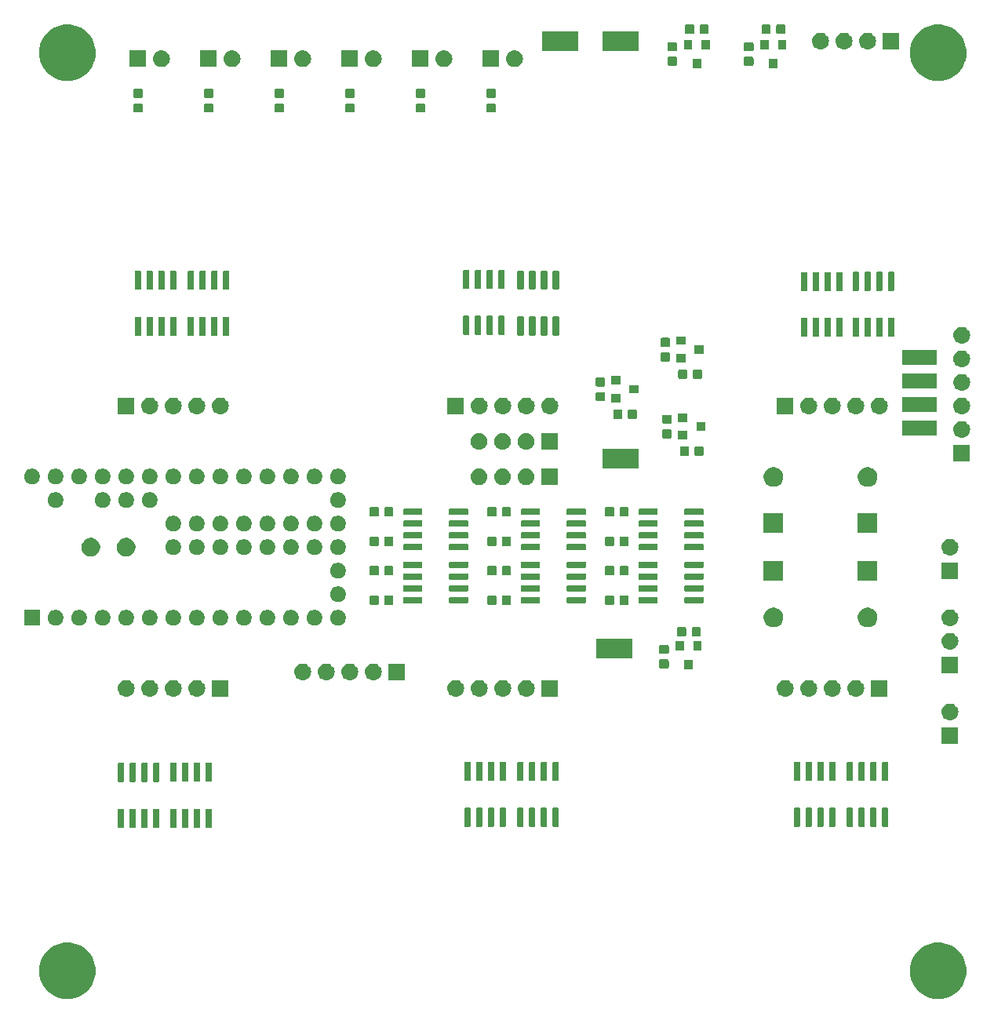
<source format=gbr>
G04 #@! TF.GenerationSoftware,KiCad,Pcbnew,(5.0.1)-3*
G04 #@! TF.CreationDate,2019-05-30T19:07:58-06:00*
G04 #@! TF.ProjectId,oMIDItone V2,6F4D494449746F6E652056322E6B6963,rev?*
G04 #@! TF.SameCoordinates,Original*
G04 #@! TF.FileFunction,Soldermask,Top*
G04 #@! TF.FilePolarity,Negative*
%FSLAX46Y46*%
G04 Gerber Fmt 4.6, Leading zero omitted, Abs format (unit mm)*
G04 Created by KiCad (PCBNEW (5.0.1)-3) date 2019-05-30 7:07:58 PM*
%MOMM*%
%LPD*%
G01*
G04 APERTURE LIST*
%ADD10C,0.100000*%
G04 APERTURE END LIST*
D10*
G36*
X138049941Y-149466248D02*
X138049943Y-149466249D01*
X138049944Y-149466249D01*
X138605190Y-149696239D01*
X138605191Y-149696240D01*
X139104902Y-150030136D01*
X139529864Y-150455098D01*
X139529866Y-150455101D01*
X139863761Y-150954810D01*
X140093751Y-151510056D01*
X140093752Y-151510059D01*
X140211000Y-152099501D01*
X140211000Y-152700499D01*
X140184511Y-152833668D01*
X140093751Y-153289944D01*
X139863761Y-153845190D01*
X139796021Y-153946570D01*
X139529864Y-154344902D01*
X139104902Y-154769864D01*
X139104899Y-154769866D01*
X138605190Y-155103761D01*
X138049944Y-155333751D01*
X138049943Y-155333751D01*
X138049941Y-155333752D01*
X137460499Y-155451000D01*
X136859501Y-155451000D01*
X136270059Y-155333752D01*
X136270057Y-155333751D01*
X136270056Y-155333751D01*
X135714810Y-155103761D01*
X135215101Y-154769866D01*
X135215098Y-154769864D01*
X134790136Y-154344902D01*
X134523979Y-153946570D01*
X134456239Y-153845190D01*
X134226249Y-153289944D01*
X134135490Y-152833668D01*
X134109000Y-152700499D01*
X134109000Y-152099501D01*
X134226248Y-151510059D01*
X134226249Y-151510056D01*
X134456239Y-150954810D01*
X134790134Y-150455101D01*
X134790136Y-150455098D01*
X135215098Y-150030136D01*
X135714809Y-149696240D01*
X135714810Y-149696239D01*
X136270056Y-149466249D01*
X136270057Y-149466249D01*
X136270059Y-149466248D01*
X136859501Y-149349000D01*
X137460499Y-149349000D01*
X138049941Y-149466248D01*
X138049941Y-149466248D01*
G37*
G36*
X44069941Y-149466248D02*
X44069943Y-149466249D01*
X44069944Y-149466249D01*
X44625190Y-149696239D01*
X44625191Y-149696240D01*
X45124902Y-150030136D01*
X45549864Y-150455098D01*
X45549866Y-150455101D01*
X45883761Y-150954810D01*
X46113751Y-151510056D01*
X46113752Y-151510059D01*
X46231000Y-152099501D01*
X46231000Y-152700499D01*
X46204511Y-152833668D01*
X46113751Y-153289944D01*
X45883761Y-153845190D01*
X45816021Y-153946570D01*
X45549864Y-154344902D01*
X45124902Y-154769864D01*
X45124899Y-154769866D01*
X44625190Y-155103761D01*
X44069944Y-155333751D01*
X44069943Y-155333751D01*
X44069941Y-155333752D01*
X43480499Y-155451000D01*
X42879501Y-155451000D01*
X42290059Y-155333752D01*
X42290057Y-155333751D01*
X42290056Y-155333751D01*
X41734810Y-155103761D01*
X41235101Y-154769866D01*
X41235098Y-154769864D01*
X40810136Y-154344902D01*
X40543979Y-153946570D01*
X40476239Y-153845190D01*
X40246249Y-153289944D01*
X40155490Y-152833668D01*
X40129000Y-152700499D01*
X40129000Y-152099501D01*
X40246248Y-151510059D01*
X40246249Y-151510056D01*
X40476239Y-150954810D01*
X40810134Y-150455101D01*
X40810136Y-150455098D01*
X41235098Y-150030136D01*
X41734809Y-149696240D01*
X41734810Y-149696239D01*
X42290056Y-149466249D01*
X42290057Y-149466249D01*
X42290059Y-149466248D01*
X42879501Y-149349000D01*
X43480499Y-149349000D01*
X44069941Y-149466248D01*
X44069941Y-149466248D01*
G37*
G36*
X53041164Y-134916449D02*
X53062247Y-134922845D01*
X53081678Y-134933231D01*
X53098711Y-134947210D01*
X53112690Y-134964243D01*
X53123076Y-134983674D01*
X53129472Y-135004757D01*
X53132236Y-135032825D01*
X53132236Y-136846545D01*
X53129472Y-136874613D01*
X53123076Y-136895696D01*
X53112690Y-136915127D01*
X53098711Y-136932160D01*
X53081678Y-136946139D01*
X53062247Y-136956525D01*
X53041164Y-136962921D01*
X53013096Y-136965685D01*
X52549376Y-136965685D01*
X52521308Y-136962921D01*
X52500225Y-136956525D01*
X52480794Y-136946139D01*
X52463761Y-136932160D01*
X52449782Y-136915127D01*
X52439396Y-136895696D01*
X52433000Y-136874613D01*
X52430236Y-136846545D01*
X52430236Y-135032825D01*
X52433000Y-135004757D01*
X52439396Y-134983674D01*
X52449782Y-134964243D01*
X52463761Y-134947210D01*
X52480794Y-134933231D01*
X52500225Y-134922845D01*
X52521308Y-134916449D01*
X52549376Y-134913685D01*
X53013096Y-134913685D01*
X53041164Y-134916449D01*
X53041164Y-134916449D01*
G37*
G36*
X50501164Y-134916449D02*
X50522247Y-134922845D01*
X50541678Y-134933231D01*
X50558711Y-134947210D01*
X50572690Y-134964243D01*
X50583076Y-134983674D01*
X50589472Y-135004757D01*
X50592236Y-135032825D01*
X50592236Y-136846545D01*
X50589472Y-136874613D01*
X50583076Y-136895696D01*
X50572690Y-136915127D01*
X50558711Y-136932160D01*
X50541678Y-136946139D01*
X50522247Y-136956525D01*
X50501164Y-136962921D01*
X50473096Y-136965685D01*
X50009376Y-136965685D01*
X49981308Y-136962921D01*
X49960225Y-136956525D01*
X49940794Y-136946139D01*
X49923761Y-136932160D01*
X49909782Y-136915127D01*
X49899396Y-136895696D01*
X49893000Y-136874613D01*
X49890236Y-136846545D01*
X49890236Y-135032825D01*
X49893000Y-135004757D01*
X49899396Y-134983674D01*
X49909782Y-134964243D01*
X49923761Y-134947210D01*
X49940794Y-134933231D01*
X49960225Y-134922845D01*
X49981308Y-134916449D01*
X50009376Y-134913685D01*
X50473096Y-134913685D01*
X50501164Y-134916449D01*
X50501164Y-134916449D01*
G37*
G36*
X51771164Y-134916449D02*
X51792247Y-134922845D01*
X51811678Y-134933231D01*
X51828711Y-134947210D01*
X51842690Y-134964243D01*
X51853076Y-134983674D01*
X51859472Y-135004757D01*
X51862236Y-135032825D01*
X51862236Y-136846545D01*
X51859472Y-136874613D01*
X51853076Y-136895696D01*
X51842690Y-136915127D01*
X51828711Y-136932160D01*
X51811678Y-136946139D01*
X51792247Y-136956525D01*
X51771164Y-136962921D01*
X51743096Y-136965685D01*
X51279376Y-136965685D01*
X51251308Y-136962921D01*
X51230225Y-136956525D01*
X51210794Y-136946139D01*
X51193761Y-136932160D01*
X51179782Y-136915127D01*
X51169396Y-136895696D01*
X51163000Y-136874613D01*
X51160236Y-136846545D01*
X51160236Y-135032825D01*
X51163000Y-135004757D01*
X51169396Y-134983674D01*
X51179782Y-134964243D01*
X51193761Y-134947210D01*
X51210794Y-134933231D01*
X51230225Y-134922845D01*
X51251308Y-134916449D01*
X51279376Y-134913685D01*
X51743096Y-134913685D01*
X51771164Y-134916449D01*
X51771164Y-134916449D01*
G37*
G36*
X49231164Y-134916449D02*
X49252247Y-134922845D01*
X49271678Y-134933231D01*
X49288711Y-134947210D01*
X49302690Y-134964243D01*
X49313076Y-134983674D01*
X49319472Y-135004757D01*
X49322236Y-135032825D01*
X49322236Y-136846545D01*
X49319472Y-136874613D01*
X49313076Y-136895696D01*
X49302690Y-136915127D01*
X49288711Y-136932160D01*
X49271678Y-136946139D01*
X49252247Y-136956525D01*
X49231164Y-136962921D01*
X49203096Y-136965685D01*
X48739376Y-136965685D01*
X48711308Y-136962921D01*
X48690225Y-136956525D01*
X48670794Y-136946139D01*
X48653761Y-136932160D01*
X48639782Y-136915127D01*
X48629396Y-136895696D01*
X48623000Y-136874613D01*
X48620236Y-136846545D01*
X48620236Y-135032825D01*
X48623000Y-135004757D01*
X48629396Y-134983674D01*
X48639782Y-134964243D01*
X48653761Y-134947210D01*
X48670794Y-134933231D01*
X48690225Y-134922845D01*
X48711308Y-134916449D01*
X48739376Y-134913685D01*
X49203096Y-134913685D01*
X49231164Y-134916449D01*
X49231164Y-134916449D01*
G37*
G36*
X58679928Y-134895764D02*
X58701011Y-134902160D01*
X58720442Y-134912546D01*
X58737475Y-134926525D01*
X58751454Y-134943558D01*
X58761840Y-134962989D01*
X58768236Y-134984072D01*
X58771000Y-135012140D01*
X58771000Y-136825860D01*
X58768236Y-136853928D01*
X58761840Y-136875011D01*
X58751454Y-136894442D01*
X58737475Y-136911475D01*
X58720442Y-136925454D01*
X58701011Y-136935840D01*
X58679928Y-136942236D01*
X58651860Y-136945000D01*
X58188140Y-136945000D01*
X58160072Y-136942236D01*
X58138989Y-136935840D01*
X58119558Y-136925454D01*
X58102525Y-136911475D01*
X58088546Y-136894442D01*
X58078160Y-136875011D01*
X58071764Y-136853928D01*
X58069000Y-136825860D01*
X58069000Y-135012140D01*
X58071764Y-134984072D01*
X58078160Y-134962989D01*
X58088546Y-134943558D01*
X58102525Y-134926525D01*
X58119558Y-134912546D01*
X58138989Y-134902160D01*
X58160072Y-134895764D01*
X58188140Y-134893000D01*
X58651860Y-134893000D01*
X58679928Y-134895764D01*
X58679928Y-134895764D01*
G37*
G36*
X57409928Y-134895764D02*
X57431011Y-134902160D01*
X57450442Y-134912546D01*
X57467475Y-134926525D01*
X57481454Y-134943558D01*
X57491840Y-134962989D01*
X57498236Y-134984072D01*
X57501000Y-135012140D01*
X57501000Y-136825860D01*
X57498236Y-136853928D01*
X57491840Y-136875011D01*
X57481454Y-136894442D01*
X57467475Y-136911475D01*
X57450442Y-136925454D01*
X57431011Y-136935840D01*
X57409928Y-136942236D01*
X57381860Y-136945000D01*
X56918140Y-136945000D01*
X56890072Y-136942236D01*
X56868989Y-136935840D01*
X56849558Y-136925454D01*
X56832525Y-136911475D01*
X56818546Y-136894442D01*
X56808160Y-136875011D01*
X56801764Y-136853928D01*
X56799000Y-136825860D01*
X56799000Y-135012140D01*
X56801764Y-134984072D01*
X56808160Y-134962989D01*
X56818546Y-134943558D01*
X56832525Y-134926525D01*
X56849558Y-134912546D01*
X56868989Y-134902160D01*
X56890072Y-134895764D01*
X56918140Y-134893000D01*
X57381860Y-134893000D01*
X57409928Y-134895764D01*
X57409928Y-134895764D01*
G37*
G36*
X54869928Y-134895764D02*
X54891011Y-134902160D01*
X54910442Y-134912546D01*
X54927475Y-134926525D01*
X54941454Y-134943558D01*
X54951840Y-134962989D01*
X54958236Y-134984072D01*
X54961000Y-135012140D01*
X54961000Y-136825860D01*
X54958236Y-136853928D01*
X54951840Y-136875011D01*
X54941454Y-136894442D01*
X54927475Y-136911475D01*
X54910442Y-136925454D01*
X54891011Y-136935840D01*
X54869928Y-136942236D01*
X54841860Y-136945000D01*
X54378140Y-136945000D01*
X54350072Y-136942236D01*
X54328989Y-136935840D01*
X54309558Y-136925454D01*
X54292525Y-136911475D01*
X54278546Y-136894442D01*
X54268160Y-136875011D01*
X54261764Y-136853928D01*
X54259000Y-136825860D01*
X54259000Y-135012140D01*
X54261764Y-134984072D01*
X54268160Y-134962989D01*
X54278546Y-134943558D01*
X54292525Y-134926525D01*
X54309558Y-134912546D01*
X54328989Y-134902160D01*
X54350072Y-134895764D01*
X54378140Y-134893000D01*
X54841860Y-134893000D01*
X54869928Y-134895764D01*
X54869928Y-134895764D01*
G37*
G36*
X56139928Y-134895764D02*
X56161011Y-134902160D01*
X56180442Y-134912546D01*
X56197475Y-134926525D01*
X56211454Y-134943558D01*
X56221840Y-134962989D01*
X56228236Y-134984072D01*
X56231000Y-135012140D01*
X56231000Y-136825860D01*
X56228236Y-136853928D01*
X56221840Y-136875011D01*
X56211454Y-136894442D01*
X56197475Y-136911475D01*
X56180442Y-136925454D01*
X56161011Y-136935840D01*
X56139928Y-136942236D01*
X56111860Y-136945000D01*
X55648140Y-136945000D01*
X55620072Y-136942236D01*
X55598989Y-136935840D01*
X55579558Y-136925454D01*
X55562525Y-136911475D01*
X55548546Y-136894442D01*
X55538160Y-136875011D01*
X55531764Y-136853928D01*
X55529000Y-136825860D01*
X55529000Y-135012140D01*
X55531764Y-134984072D01*
X55538160Y-134962989D01*
X55548546Y-134943558D01*
X55562525Y-134926525D01*
X55579558Y-134912546D01*
X55598989Y-134902160D01*
X55620072Y-134895764D01*
X55648140Y-134893000D01*
X56111860Y-134893000D01*
X56139928Y-134895764D01*
X56139928Y-134895764D01*
G37*
G36*
X93604928Y-134801764D02*
X93626011Y-134808160D01*
X93645442Y-134818546D01*
X93662475Y-134832525D01*
X93676454Y-134849558D01*
X93686840Y-134868989D01*
X93693236Y-134890072D01*
X93696000Y-134918140D01*
X93696000Y-136731860D01*
X93693236Y-136759928D01*
X93686840Y-136781011D01*
X93676454Y-136800442D01*
X93662475Y-136817475D01*
X93645442Y-136831454D01*
X93626011Y-136841840D01*
X93604928Y-136848236D01*
X93576860Y-136851000D01*
X93113140Y-136851000D01*
X93085072Y-136848236D01*
X93063989Y-136841840D01*
X93044558Y-136831454D01*
X93027525Y-136817475D01*
X93013546Y-136800442D01*
X93003160Y-136781011D01*
X92996764Y-136759928D01*
X92994000Y-136731860D01*
X92994000Y-134918140D01*
X92996764Y-134890072D01*
X93003160Y-134868989D01*
X93013546Y-134849558D01*
X93027525Y-134832525D01*
X93044558Y-134818546D01*
X93063989Y-134808160D01*
X93085072Y-134801764D01*
X93113140Y-134799000D01*
X93576860Y-134799000D01*
X93604928Y-134801764D01*
X93604928Y-134801764D01*
G37*
G36*
X90429928Y-134801764D02*
X90451011Y-134808160D01*
X90470442Y-134818546D01*
X90487475Y-134832525D01*
X90501454Y-134849558D01*
X90511840Y-134868989D01*
X90518236Y-134890072D01*
X90521000Y-134918140D01*
X90521000Y-136731860D01*
X90518236Y-136759928D01*
X90511840Y-136781011D01*
X90501454Y-136800442D01*
X90487475Y-136817475D01*
X90470442Y-136831454D01*
X90451011Y-136841840D01*
X90429928Y-136848236D01*
X90401860Y-136851000D01*
X89938140Y-136851000D01*
X89910072Y-136848236D01*
X89888989Y-136841840D01*
X89869558Y-136831454D01*
X89852525Y-136817475D01*
X89838546Y-136800442D01*
X89828160Y-136781011D01*
X89821764Y-136759928D01*
X89819000Y-136731860D01*
X89819000Y-134918140D01*
X89821764Y-134890072D01*
X89828160Y-134868989D01*
X89838546Y-134849558D01*
X89852525Y-134832525D01*
X89869558Y-134818546D01*
X89888989Y-134808160D01*
X89910072Y-134801764D01*
X89938140Y-134799000D01*
X90401860Y-134799000D01*
X90429928Y-134801764D01*
X90429928Y-134801764D01*
G37*
G36*
X127894928Y-134801764D02*
X127916011Y-134808160D01*
X127935442Y-134818546D01*
X127952475Y-134832525D01*
X127966454Y-134849558D01*
X127976840Y-134868989D01*
X127983236Y-134890072D01*
X127986000Y-134918140D01*
X127986000Y-136731860D01*
X127983236Y-136759928D01*
X127976840Y-136781011D01*
X127966454Y-136800442D01*
X127952475Y-136817475D01*
X127935442Y-136831454D01*
X127916011Y-136841840D01*
X127894928Y-136848236D01*
X127866860Y-136851000D01*
X127403140Y-136851000D01*
X127375072Y-136848236D01*
X127353989Y-136841840D01*
X127334558Y-136831454D01*
X127317525Y-136817475D01*
X127303546Y-136800442D01*
X127293160Y-136781011D01*
X127286764Y-136759928D01*
X127284000Y-136731860D01*
X127284000Y-134918140D01*
X127286764Y-134890072D01*
X127293160Y-134868989D01*
X127303546Y-134849558D01*
X127317525Y-134832525D01*
X127334558Y-134818546D01*
X127353989Y-134808160D01*
X127375072Y-134801764D01*
X127403140Y-134799000D01*
X127866860Y-134799000D01*
X127894928Y-134801764D01*
X127894928Y-134801764D01*
G37*
G36*
X129164928Y-134801764D02*
X129186011Y-134808160D01*
X129205442Y-134818546D01*
X129222475Y-134832525D01*
X129236454Y-134849558D01*
X129246840Y-134868989D01*
X129253236Y-134890072D01*
X129256000Y-134918140D01*
X129256000Y-136731860D01*
X129253236Y-136759928D01*
X129246840Y-136781011D01*
X129236454Y-136800442D01*
X129222475Y-136817475D01*
X129205442Y-136831454D01*
X129186011Y-136841840D01*
X129164928Y-136848236D01*
X129136860Y-136851000D01*
X128673140Y-136851000D01*
X128645072Y-136848236D01*
X128623989Y-136841840D01*
X128604558Y-136831454D01*
X128587525Y-136817475D01*
X128573546Y-136800442D01*
X128563160Y-136781011D01*
X128556764Y-136759928D01*
X128554000Y-136731860D01*
X128554000Y-134918140D01*
X128556764Y-134890072D01*
X128563160Y-134868989D01*
X128573546Y-134849558D01*
X128587525Y-134832525D01*
X128604558Y-134818546D01*
X128623989Y-134808160D01*
X128645072Y-134801764D01*
X128673140Y-134799000D01*
X129136860Y-134799000D01*
X129164928Y-134801764D01*
X129164928Y-134801764D01*
G37*
G36*
X92334928Y-134801764D02*
X92356011Y-134808160D01*
X92375442Y-134818546D01*
X92392475Y-134832525D01*
X92406454Y-134849558D01*
X92416840Y-134868989D01*
X92423236Y-134890072D01*
X92426000Y-134918140D01*
X92426000Y-136731860D01*
X92423236Y-136759928D01*
X92416840Y-136781011D01*
X92406454Y-136800442D01*
X92392475Y-136817475D01*
X92375442Y-136831454D01*
X92356011Y-136841840D01*
X92334928Y-136848236D01*
X92306860Y-136851000D01*
X91843140Y-136851000D01*
X91815072Y-136848236D01*
X91793989Y-136841840D01*
X91774558Y-136831454D01*
X91757525Y-136817475D01*
X91743546Y-136800442D01*
X91733160Y-136781011D01*
X91726764Y-136759928D01*
X91724000Y-136731860D01*
X91724000Y-134918140D01*
X91726764Y-134890072D01*
X91733160Y-134868989D01*
X91743546Y-134849558D01*
X91757525Y-134832525D01*
X91774558Y-134818546D01*
X91793989Y-134808160D01*
X91815072Y-134801764D01*
X91843140Y-134799000D01*
X92306860Y-134799000D01*
X92334928Y-134801764D01*
X92334928Y-134801764D01*
G37*
G36*
X94874928Y-134801764D02*
X94896011Y-134808160D01*
X94915442Y-134818546D01*
X94932475Y-134832525D01*
X94946454Y-134849558D01*
X94956840Y-134868989D01*
X94963236Y-134890072D01*
X94966000Y-134918140D01*
X94966000Y-136731860D01*
X94963236Y-136759928D01*
X94956840Y-136781011D01*
X94946454Y-136800442D01*
X94932475Y-136817475D01*
X94915442Y-136831454D01*
X94896011Y-136841840D01*
X94874928Y-136848236D01*
X94846860Y-136851000D01*
X94383140Y-136851000D01*
X94355072Y-136848236D01*
X94333989Y-136841840D01*
X94314558Y-136831454D01*
X94297525Y-136817475D01*
X94283546Y-136800442D01*
X94273160Y-136781011D01*
X94266764Y-136759928D01*
X94264000Y-136731860D01*
X94264000Y-134918140D01*
X94266764Y-134890072D01*
X94273160Y-134868989D01*
X94283546Y-134849558D01*
X94297525Y-134832525D01*
X94314558Y-134818546D01*
X94333989Y-134808160D01*
X94355072Y-134801764D01*
X94383140Y-134799000D01*
X94846860Y-134799000D01*
X94874928Y-134801764D01*
X94874928Y-134801764D01*
G37*
G36*
X96144928Y-134801764D02*
X96166011Y-134808160D01*
X96185442Y-134818546D01*
X96202475Y-134832525D01*
X96216454Y-134849558D01*
X96226840Y-134868989D01*
X96233236Y-134890072D01*
X96236000Y-134918140D01*
X96236000Y-136731860D01*
X96233236Y-136759928D01*
X96226840Y-136781011D01*
X96216454Y-136800442D01*
X96202475Y-136817475D01*
X96185442Y-136831454D01*
X96166011Y-136841840D01*
X96144928Y-136848236D01*
X96116860Y-136851000D01*
X95653140Y-136851000D01*
X95625072Y-136848236D01*
X95603989Y-136841840D01*
X95584558Y-136831454D01*
X95567525Y-136817475D01*
X95553546Y-136800442D01*
X95543160Y-136781011D01*
X95536764Y-136759928D01*
X95534000Y-136731860D01*
X95534000Y-134918140D01*
X95536764Y-134890072D01*
X95543160Y-134868989D01*
X95553546Y-134849558D01*
X95567525Y-134832525D01*
X95584558Y-134818546D01*
X95603989Y-134808160D01*
X95625072Y-134801764D01*
X95653140Y-134799000D01*
X96116860Y-134799000D01*
X96144928Y-134801764D01*
X96144928Y-134801764D01*
G37*
G36*
X131704928Y-134801764D02*
X131726011Y-134808160D01*
X131745442Y-134818546D01*
X131762475Y-134832525D01*
X131776454Y-134849558D01*
X131786840Y-134868989D01*
X131793236Y-134890072D01*
X131796000Y-134918140D01*
X131796000Y-136731860D01*
X131793236Y-136759928D01*
X131786840Y-136781011D01*
X131776454Y-136800442D01*
X131762475Y-136817475D01*
X131745442Y-136831454D01*
X131726011Y-136841840D01*
X131704928Y-136848236D01*
X131676860Y-136851000D01*
X131213140Y-136851000D01*
X131185072Y-136848236D01*
X131163989Y-136841840D01*
X131144558Y-136831454D01*
X131127525Y-136817475D01*
X131113546Y-136800442D01*
X131103160Y-136781011D01*
X131096764Y-136759928D01*
X131094000Y-136731860D01*
X131094000Y-134918140D01*
X131096764Y-134890072D01*
X131103160Y-134868989D01*
X131113546Y-134849558D01*
X131127525Y-134832525D01*
X131144558Y-134818546D01*
X131163989Y-134808160D01*
X131185072Y-134801764D01*
X131213140Y-134799000D01*
X131676860Y-134799000D01*
X131704928Y-134801764D01*
X131704928Y-134801764D01*
G37*
G36*
X123449928Y-134801764D02*
X123471011Y-134808160D01*
X123490442Y-134818546D01*
X123507475Y-134832525D01*
X123521454Y-134849558D01*
X123531840Y-134868989D01*
X123538236Y-134890072D01*
X123541000Y-134918140D01*
X123541000Y-136731860D01*
X123538236Y-136759928D01*
X123531840Y-136781011D01*
X123521454Y-136800442D01*
X123507475Y-136817475D01*
X123490442Y-136831454D01*
X123471011Y-136841840D01*
X123449928Y-136848236D01*
X123421860Y-136851000D01*
X122958140Y-136851000D01*
X122930072Y-136848236D01*
X122908989Y-136841840D01*
X122889558Y-136831454D01*
X122872525Y-136817475D01*
X122858546Y-136800442D01*
X122848160Y-136781011D01*
X122841764Y-136759928D01*
X122839000Y-136731860D01*
X122839000Y-134918140D01*
X122841764Y-134890072D01*
X122848160Y-134868989D01*
X122858546Y-134849558D01*
X122872525Y-134832525D01*
X122889558Y-134818546D01*
X122908989Y-134808160D01*
X122930072Y-134801764D01*
X122958140Y-134799000D01*
X123421860Y-134799000D01*
X123449928Y-134801764D01*
X123449928Y-134801764D01*
G37*
G36*
X124719928Y-134801764D02*
X124741011Y-134808160D01*
X124760442Y-134818546D01*
X124777475Y-134832525D01*
X124791454Y-134849558D01*
X124801840Y-134868989D01*
X124808236Y-134890072D01*
X124811000Y-134918140D01*
X124811000Y-136731860D01*
X124808236Y-136759928D01*
X124801840Y-136781011D01*
X124791454Y-136800442D01*
X124777475Y-136817475D01*
X124760442Y-136831454D01*
X124741011Y-136841840D01*
X124719928Y-136848236D01*
X124691860Y-136851000D01*
X124228140Y-136851000D01*
X124200072Y-136848236D01*
X124178989Y-136841840D01*
X124159558Y-136831454D01*
X124142525Y-136817475D01*
X124128546Y-136800442D01*
X124118160Y-136781011D01*
X124111764Y-136759928D01*
X124109000Y-136731860D01*
X124109000Y-134918140D01*
X124111764Y-134890072D01*
X124118160Y-134868989D01*
X124128546Y-134849558D01*
X124142525Y-134832525D01*
X124159558Y-134818546D01*
X124178989Y-134808160D01*
X124200072Y-134801764D01*
X124228140Y-134799000D01*
X124691860Y-134799000D01*
X124719928Y-134801764D01*
X124719928Y-134801764D01*
G37*
G36*
X89159928Y-134801764D02*
X89181011Y-134808160D01*
X89200442Y-134818546D01*
X89217475Y-134832525D01*
X89231454Y-134849558D01*
X89241840Y-134868989D01*
X89248236Y-134890072D01*
X89251000Y-134918140D01*
X89251000Y-136731860D01*
X89248236Y-136759928D01*
X89241840Y-136781011D01*
X89231454Y-136800442D01*
X89217475Y-136817475D01*
X89200442Y-136831454D01*
X89181011Y-136841840D01*
X89159928Y-136848236D01*
X89131860Y-136851000D01*
X88668140Y-136851000D01*
X88640072Y-136848236D01*
X88618989Y-136841840D01*
X88599558Y-136831454D01*
X88582525Y-136817475D01*
X88568546Y-136800442D01*
X88558160Y-136781011D01*
X88551764Y-136759928D01*
X88549000Y-136731860D01*
X88549000Y-134918140D01*
X88551764Y-134890072D01*
X88558160Y-134868989D01*
X88568546Y-134849558D01*
X88582525Y-134832525D01*
X88599558Y-134818546D01*
X88618989Y-134808160D01*
X88640072Y-134801764D01*
X88668140Y-134799000D01*
X89131860Y-134799000D01*
X89159928Y-134801764D01*
X89159928Y-134801764D01*
G37*
G36*
X125989928Y-134801764D02*
X126011011Y-134808160D01*
X126030442Y-134818546D01*
X126047475Y-134832525D01*
X126061454Y-134849558D01*
X126071840Y-134868989D01*
X126078236Y-134890072D01*
X126081000Y-134918140D01*
X126081000Y-136731860D01*
X126078236Y-136759928D01*
X126071840Y-136781011D01*
X126061454Y-136800442D01*
X126047475Y-136817475D01*
X126030442Y-136831454D01*
X126011011Y-136841840D01*
X125989928Y-136848236D01*
X125961860Y-136851000D01*
X125498140Y-136851000D01*
X125470072Y-136848236D01*
X125448989Y-136841840D01*
X125429558Y-136831454D01*
X125412525Y-136817475D01*
X125398546Y-136800442D01*
X125388160Y-136781011D01*
X125381764Y-136759928D01*
X125379000Y-136731860D01*
X125379000Y-134918140D01*
X125381764Y-134890072D01*
X125388160Y-134868989D01*
X125398546Y-134849558D01*
X125412525Y-134832525D01*
X125429558Y-134818546D01*
X125448989Y-134808160D01*
X125470072Y-134801764D01*
X125498140Y-134799000D01*
X125961860Y-134799000D01*
X125989928Y-134801764D01*
X125989928Y-134801764D01*
G37*
G36*
X86619928Y-134801764D02*
X86641011Y-134808160D01*
X86660442Y-134818546D01*
X86677475Y-134832525D01*
X86691454Y-134849558D01*
X86701840Y-134868989D01*
X86708236Y-134890072D01*
X86711000Y-134918140D01*
X86711000Y-136731860D01*
X86708236Y-136759928D01*
X86701840Y-136781011D01*
X86691454Y-136800442D01*
X86677475Y-136817475D01*
X86660442Y-136831454D01*
X86641011Y-136841840D01*
X86619928Y-136848236D01*
X86591860Y-136851000D01*
X86128140Y-136851000D01*
X86100072Y-136848236D01*
X86078989Y-136841840D01*
X86059558Y-136831454D01*
X86042525Y-136817475D01*
X86028546Y-136800442D01*
X86018160Y-136781011D01*
X86011764Y-136759928D01*
X86009000Y-136731860D01*
X86009000Y-134918140D01*
X86011764Y-134890072D01*
X86018160Y-134868989D01*
X86028546Y-134849558D01*
X86042525Y-134832525D01*
X86059558Y-134818546D01*
X86078989Y-134808160D01*
X86100072Y-134801764D01*
X86128140Y-134799000D01*
X86591860Y-134799000D01*
X86619928Y-134801764D01*
X86619928Y-134801764D01*
G37*
G36*
X87889928Y-134801764D02*
X87911011Y-134808160D01*
X87930442Y-134818546D01*
X87947475Y-134832525D01*
X87961454Y-134849558D01*
X87971840Y-134868989D01*
X87978236Y-134890072D01*
X87981000Y-134918140D01*
X87981000Y-136731860D01*
X87978236Y-136759928D01*
X87971840Y-136781011D01*
X87961454Y-136800442D01*
X87947475Y-136817475D01*
X87930442Y-136831454D01*
X87911011Y-136841840D01*
X87889928Y-136848236D01*
X87861860Y-136851000D01*
X87398140Y-136851000D01*
X87370072Y-136848236D01*
X87348989Y-136841840D01*
X87329558Y-136831454D01*
X87312525Y-136817475D01*
X87298546Y-136800442D01*
X87288160Y-136781011D01*
X87281764Y-136759928D01*
X87279000Y-136731860D01*
X87279000Y-134918140D01*
X87281764Y-134890072D01*
X87288160Y-134868989D01*
X87298546Y-134849558D01*
X87312525Y-134832525D01*
X87329558Y-134818546D01*
X87348989Y-134808160D01*
X87370072Y-134801764D01*
X87398140Y-134799000D01*
X87861860Y-134799000D01*
X87889928Y-134801764D01*
X87889928Y-134801764D01*
G37*
G36*
X122179928Y-134801764D02*
X122201011Y-134808160D01*
X122220442Y-134818546D01*
X122237475Y-134832525D01*
X122251454Y-134849558D01*
X122261840Y-134868989D01*
X122268236Y-134890072D01*
X122271000Y-134918140D01*
X122271000Y-136731860D01*
X122268236Y-136759928D01*
X122261840Y-136781011D01*
X122251454Y-136800442D01*
X122237475Y-136817475D01*
X122220442Y-136831454D01*
X122201011Y-136841840D01*
X122179928Y-136848236D01*
X122151860Y-136851000D01*
X121688140Y-136851000D01*
X121660072Y-136848236D01*
X121638989Y-136841840D01*
X121619558Y-136831454D01*
X121602525Y-136817475D01*
X121588546Y-136800442D01*
X121578160Y-136781011D01*
X121571764Y-136759928D01*
X121569000Y-136731860D01*
X121569000Y-134918140D01*
X121571764Y-134890072D01*
X121578160Y-134868989D01*
X121588546Y-134849558D01*
X121602525Y-134832525D01*
X121619558Y-134818546D01*
X121638989Y-134808160D01*
X121660072Y-134801764D01*
X121688140Y-134799000D01*
X122151860Y-134799000D01*
X122179928Y-134801764D01*
X122179928Y-134801764D01*
G37*
G36*
X130434928Y-134801764D02*
X130456011Y-134808160D01*
X130475442Y-134818546D01*
X130492475Y-134832525D01*
X130506454Y-134849558D01*
X130516840Y-134868989D01*
X130523236Y-134890072D01*
X130526000Y-134918140D01*
X130526000Y-136731860D01*
X130523236Y-136759928D01*
X130516840Y-136781011D01*
X130506454Y-136800442D01*
X130492475Y-136817475D01*
X130475442Y-136831454D01*
X130456011Y-136841840D01*
X130434928Y-136848236D01*
X130406860Y-136851000D01*
X129943140Y-136851000D01*
X129915072Y-136848236D01*
X129893989Y-136841840D01*
X129874558Y-136831454D01*
X129857525Y-136817475D01*
X129843546Y-136800442D01*
X129833160Y-136781011D01*
X129826764Y-136759928D01*
X129824000Y-136731860D01*
X129824000Y-134918140D01*
X129826764Y-134890072D01*
X129833160Y-134868989D01*
X129843546Y-134849558D01*
X129857525Y-134832525D01*
X129874558Y-134818546D01*
X129893989Y-134808160D01*
X129915072Y-134801764D01*
X129943140Y-134799000D01*
X130406860Y-134799000D01*
X130434928Y-134801764D01*
X130434928Y-134801764D01*
G37*
G36*
X53041164Y-129966449D02*
X53062247Y-129972845D01*
X53081678Y-129983231D01*
X53098711Y-129997210D01*
X53112690Y-130014243D01*
X53123076Y-130033674D01*
X53129472Y-130054757D01*
X53132236Y-130082825D01*
X53132236Y-131896545D01*
X53129472Y-131924613D01*
X53123076Y-131945696D01*
X53112690Y-131965127D01*
X53098711Y-131982160D01*
X53081678Y-131996139D01*
X53062247Y-132006525D01*
X53041164Y-132012921D01*
X53013096Y-132015685D01*
X52549376Y-132015685D01*
X52521308Y-132012921D01*
X52500225Y-132006525D01*
X52480794Y-131996139D01*
X52463761Y-131982160D01*
X52449782Y-131965127D01*
X52439396Y-131945696D01*
X52433000Y-131924613D01*
X52430236Y-131896545D01*
X52430236Y-130082825D01*
X52433000Y-130054757D01*
X52439396Y-130033674D01*
X52449782Y-130014243D01*
X52463761Y-129997210D01*
X52480794Y-129983231D01*
X52500225Y-129972845D01*
X52521308Y-129966449D01*
X52549376Y-129963685D01*
X53013096Y-129963685D01*
X53041164Y-129966449D01*
X53041164Y-129966449D01*
G37*
G36*
X51771164Y-129966449D02*
X51792247Y-129972845D01*
X51811678Y-129983231D01*
X51828711Y-129997210D01*
X51842690Y-130014243D01*
X51853076Y-130033674D01*
X51859472Y-130054757D01*
X51862236Y-130082825D01*
X51862236Y-131896545D01*
X51859472Y-131924613D01*
X51853076Y-131945696D01*
X51842690Y-131965127D01*
X51828711Y-131982160D01*
X51811678Y-131996139D01*
X51792247Y-132006525D01*
X51771164Y-132012921D01*
X51743096Y-132015685D01*
X51279376Y-132015685D01*
X51251308Y-132012921D01*
X51230225Y-132006525D01*
X51210794Y-131996139D01*
X51193761Y-131982160D01*
X51179782Y-131965127D01*
X51169396Y-131945696D01*
X51163000Y-131924613D01*
X51160236Y-131896545D01*
X51160236Y-130082825D01*
X51163000Y-130054757D01*
X51169396Y-130033674D01*
X51179782Y-130014243D01*
X51193761Y-129997210D01*
X51210794Y-129983231D01*
X51230225Y-129972845D01*
X51251308Y-129966449D01*
X51279376Y-129963685D01*
X51743096Y-129963685D01*
X51771164Y-129966449D01*
X51771164Y-129966449D01*
G37*
G36*
X49231164Y-129966449D02*
X49252247Y-129972845D01*
X49271678Y-129983231D01*
X49288711Y-129997210D01*
X49302690Y-130014243D01*
X49313076Y-130033674D01*
X49319472Y-130054757D01*
X49322236Y-130082825D01*
X49322236Y-131896545D01*
X49319472Y-131924613D01*
X49313076Y-131945696D01*
X49302690Y-131965127D01*
X49288711Y-131982160D01*
X49271678Y-131996139D01*
X49252247Y-132006525D01*
X49231164Y-132012921D01*
X49203096Y-132015685D01*
X48739376Y-132015685D01*
X48711308Y-132012921D01*
X48690225Y-132006525D01*
X48670794Y-131996139D01*
X48653761Y-131982160D01*
X48639782Y-131965127D01*
X48629396Y-131945696D01*
X48623000Y-131924613D01*
X48620236Y-131896545D01*
X48620236Y-130082825D01*
X48623000Y-130054757D01*
X48629396Y-130033674D01*
X48639782Y-130014243D01*
X48653761Y-129997210D01*
X48670794Y-129983231D01*
X48690225Y-129972845D01*
X48711308Y-129966449D01*
X48739376Y-129963685D01*
X49203096Y-129963685D01*
X49231164Y-129966449D01*
X49231164Y-129966449D01*
G37*
G36*
X50501164Y-129966449D02*
X50522247Y-129972845D01*
X50541678Y-129983231D01*
X50558711Y-129997210D01*
X50572690Y-130014243D01*
X50583076Y-130033674D01*
X50589472Y-130054757D01*
X50592236Y-130082825D01*
X50592236Y-131896545D01*
X50589472Y-131924613D01*
X50583076Y-131945696D01*
X50572690Y-131965127D01*
X50558711Y-131982160D01*
X50541678Y-131996139D01*
X50522247Y-132006525D01*
X50501164Y-132012921D01*
X50473096Y-132015685D01*
X50009376Y-132015685D01*
X49981308Y-132012921D01*
X49960225Y-132006525D01*
X49940794Y-131996139D01*
X49923761Y-131982160D01*
X49909782Y-131965127D01*
X49899396Y-131945696D01*
X49893000Y-131924613D01*
X49890236Y-131896545D01*
X49890236Y-130082825D01*
X49893000Y-130054757D01*
X49899396Y-130033674D01*
X49909782Y-130014243D01*
X49923761Y-129997210D01*
X49940794Y-129983231D01*
X49960225Y-129972845D01*
X49981308Y-129966449D01*
X50009376Y-129963685D01*
X50473096Y-129963685D01*
X50501164Y-129966449D01*
X50501164Y-129966449D01*
G37*
G36*
X58679928Y-129945764D02*
X58701011Y-129952160D01*
X58720442Y-129962546D01*
X58737475Y-129976525D01*
X58751454Y-129993558D01*
X58761840Y-130012989D01*
X58768236Y-130034072D01*
X58771000Y-130062140D01*
X58771000Y-131875860D01*
X58768236Y-131903928D01*
X58761840Y-131925011D01*
X58751454Y-131944442D01*
X58737475Y-131961475D01*
X58720442Y-131975454D01*
X58701011Y-131985840D01*
X58679928Y-131992236D01*
X58651860Y-131995000D01*
X58188140Y-131995000D01*
X58160072Y-131992236D01*
X58138989Y-131985840D01*
X58119558Y-131975454D01*
X58102525Y-131961475D01*
X58088546Y-131944442D01*
X58078160Y-131925011D01*
X58071764Y-131903928D01*
X58069000Y-131875860D01*
X58069000Y-130062140D01*
X58071764Y-130034072D01*
X58078160Y-130012989D01*
X58088546Y-129993558D01*
X58102525Y-129976525D01*
X58119558Y-129962546D01*
X58138989Y-129952160D01*
X58160072Y-129945764D01*
X58188140Y-129943000D01*
X58651860Y-129943000D01*
X58679928Y-129945764D01*
X58679928Y-129945764D01*
G37*
G36*
X54869928Y-129945764D02*
X54891011Y-129952160D01*
X54910442Y-129962546D01*
X54927475Y-129976525D01*
X54941454Y-129993558D01*
X54951840Y-130012989D01*
X54958236Y-130034072D01*
X54961000Y-130062140D01*
X54961000Y-131875860D01*
X54958236Y-131903928D01*
X54951840Y-131925011D01*
X54941454Y-131944442D01*
X54927475Y-131961475D01*
X54910442Y-131975454D01*
X54891011Y-131985840D01*
X54869928Y-131992236D01*
X54841860Y-131995000D01*
X54378140Y-131995000D01*
X54350072Y-131992236D01*
X54328989Y-131985840D01*
X54309558Y-131975454D01*
X54292525Y-131961475D01*
X54278546Y-131944442D01*
X54268160Y-131925011D01*
X54261764Y-131903928D01*
X54259000Y-131875860D01*
X54259000Y-130062140D01*
X54261764Y-130034072D01*
X54268160Y-130012989D01*
X54278546Y-129993558D01*
X54292525Y-129976525D01*
X54309558Y-129962546D01*
X54328989Y-129952160D01*
X54350072Y-129945764D01*
X54378140Y-129943000D01*
X54841860Y-129943000D01*
X54869928Y-129945764D01*
X54869928Y-129945764D01*
G37*
G36*
X56139928Y-129945764D02*
X56161011Y-129952160D01*
X56180442Y-129962546D01*
X56197475Y-129976525D01*
X56211454Y-129993558D01*
X56221840Y-130012989D01*
X56228236Y-130034072D01*
X56231000Y-130062140D01*
X56231000Y-131875860D01*
X56228236Y-131903928D01*
X56221840Y-131925011D01*
X56211454Y-131944442D01*
X56197475Y-131961475D01*
X56180442Y-131975454D01*
X56161011Y-131985840D01*
X56139928Y-131992236D01*
X56111860Y-131995000D01*
X55648140Y-131995000D01*
X55620072Y-131992236D01*
X55598989Y-131985840D01*
X55579558Y-131975454D01*
X55562525Y-131961475D01*
X55548546Y-131944442D01*
X55538160Y-131925011D01*
X55531764Y-131903928D01*
X55529000Y-131875860D01*
X55529000Y-130062140D01*
X55531764Y-130034072D01*
X55538160Y-130012989D01*
X55548546Y-129993558D01*
X55562525Y-129976525D01*
X55579558Y-129962546D01*
X55598989Y-129952160D01*
X55620072Y-129945764D01*
X55648140Y-129943000D01*
X56111860Y-129943000D01*
X56139928Y-129945764D01*
X56139928Y-129945764D01*
G37*
G36*
X57409928Y-129945764D02*
X57431011Y-129952160D01*
X57450442Y-129962546D01*
X57467475Y-129976525D01*
X57481454Y-129993558D01*
X57491840Y-130012989D01*
X57498236Y-130034072D01*
X57501000Y-130062140D01*
X57501000Y-131875860D01*
X57498236Y-131903928D01*
X57491840Y-131925011D01*
X57481454Y-131944442D01*
X57467475Y-131961475D01*
X57450442Y-131975454D01*
X57431011Y-131985840D01*
X57409928Y-131992236D01*
X57381860Y-131995000D01*
X56918140Y-131995000D01*
X56890072Y-131992236D01*
X56868989Y-131985840D01*
X56849558Y-131975454D01*
X56832525Y-131961475D01*
X56818546Y-131944442D01*
X56808160Y-131925011D01*
X56801764Y-131903928D01*
X56799000Y-131875860D01*
X56799000Y-130062140D01*
X56801764Y-130034072D01*
X56808160Y-130012989D01*
X56818546Y-129993558D01*
X56832525Y-129976525D01*
X56849558Y-129962546D01*
X56868989Y-129952160D01*
X56890072Y-129945764D01*
X56918140Y-129943000D01*
X57381860Y-129943000D01*
X57409928Y-129945764D01*
X57409928Y-129945764D01*
G37*
G36*
X130434928Y-129851764D02*
X130456011Y-129858160D01*
X130475442Y-129868546D01*
X130492475Y-129882525D01*
X130506454Y-129899558D01*
X130516840Y-129918989D01*
X130523236Y-129940072D01*
X130526000Y-129968140D01*
X130526000Y-131781860D01*
X130523236Y-131809928D01*
X130516840Y-131831011D01*
X130506454Y-131850442D01*
X130492475Y-131867475D01*
X130475442Y-131881454D01*
X130456011Y-131891840D01*
X130434928Y-131898236D01*
X130406860Y-131901000D01*
X129943140Y-131901000D01*
X129915072Y-131898236D01*
X129893989Y-131891840D01*
X129874558Y-131881454D01*
X129857525Y-131867475D01*
X129843546Y-131850442D01*
X129833160Y-131831011D01*
X129826764Y-131809928D01*
X129824000Y-131781860D01*
X129824000Y-129968140D01*
X129826764Y-129940072D01*
X129833160Y-129918989D01*
X129843546Y-129899558D01*
X129857525Y-129882525D01*
X129874558Y-129868546D01*
X129893989Y-129858160D01*
X129915072Y-129851764D01*
X129943140Y-129849000D01*
X130406860Y-129849000D01*
X130434928Y-129851764D01*
X130434928Y-129851764D01*
G37*
G36*
X93604928Y-129851764D02*
X93626011Y-129858160D01*
X93645442Y-129868546D01*
X93662475Y-129882525D01*
X93676454Y-129899558D01*
X93686840Y-129918989D01*
X93693236Y-129940072D01*
X93696000Y-129968140D01*
X93696000Y-131781860D01*
X93693236Y-131809928D01*
X93686840Y-131831011D01*
X93676454Y-131850442D01*
X93662475Y-131867475D01*
X93645442Y-131881454D01*
X93626011Y-131891840D01*
X93604928Y-131898236D01*
X93576860Y-131901000D01*
X93113140Y-131901000D01*
X93085072Y-131898236D01*
X93063989Y-131891840D01*
X93044558Y-131881454D01*
X93027525Y-131867475D01*
X93013546Y-131850442D01*
X93003160Y-131831011D01*
X92996764Y-131809928D01*
X92994000Y-131781860D01*
X92994000Y-129968140D01*
X92996764Y-129940072D01*
X93003160Y-129918989D01*
X93013546Y-129899558D01*
X93027525Y-129882525D01*
X93044558Y-129868546D01*
X93063989Y-129858160D01*
X93085072Y-129851764D01*
X93113140Y-129849000D01*
X93576860Y-129849000D01*
X93604928Y-129851764D01*
X93604928Y-129851764D01*
G37*
G36*
X96144928Y-129851764D02*
X96166011Y-129858160D01*
X96185442Y-129868546D01*
X96202475Y-129882525D01*
X96216454Y-129899558D01*
X96226840Y-129918989D01*
X96233236Y-129940072D01*
X96236000Y-129968140D01*
X96236000Y-131781860D01*
X96233236Y-131809928D01*
X96226840Y-131831011D01*
X96216454Y-131850442D01*
X96202475Y-131867475D01*
X96185442Y-131881454D01*
X96166011Y-131891840D01*
X96144928Y-131898236D01*
X96116860Y-131901000D01*
X95653140Y-131901000D01*
X95625072Y-131898236D01*
X95603989Y-131891840D01*
X95584558Y-131881454D01*
X95567525Y-131867475D01*
X95553546Y-131850442D01*
X95543160Y-131831011D01*
X95536764Y-131809928D01*
X95534000Y-131781860D01*
X95534000Y-129968140D01*
X95536764Y-129940072D01*
X95543160Y-129918989D01*
X95553546Y-129899558D01*
X95567525Y-129882525D01*
X95584558Y-129868546D01*
X95603989Y-129858160D01*
X95625072Y-129851764D01*
X95653140Y-129849000D01*
X96116860Y-129849000D01*
X96144928Y-129851764D01*
X96144928Y-129851764D01*
G37*
G36*
X127894928Y-129851764D02*
X127916011Y-129858160D01*
X127935442Y-129868546D01*
X127952475Y-129882525D01*
X127966454Y-129899558D01*
X127976840Y-129918989D01*
X127983236Y-129940072D01*
X127986000Y-129968140D01*
X127986000Y-131781860D01*
X127983236Y-131809928D01*
X127976840Y-131831011D01*
X127966454Y-131850442D01*
X127952475Y-131867475D01*
X127935442Y-131881454D01*
X127916011Y-131891840D01*
X127894928Y-131898236D01*
X127866860Y-131901000D01*
X127403140Y-131901000D01*
X127375072Y-131898236D01*
X127353989Y-131891840D01*
X127334558Y-131881454D01*
X127317525Y-131867475D01*
X127303546Y-131850442D01*
X127293160Y-131831011D01*
X127286764Y-131809928D01*
X127284000Y-131781860D01*
X127284000Y-129968140D01*
X127286764Y-129940072D01*
X127293160Y-129918989D01*
X127303546Y-129899558D01*
X127317525Y-129882525D01*
X127334558Y-129868546D01*
X127353989Y-129858160D01*
X127375072Y-129851764D01*
X127403140Y-129849000D01*
X127866860Y-129849000D01*
X127894928Y-129851764D01*
X127894928Y-129851764D01*
G37*
G36*
X131704928Y-129851764D02*
X131726011Y-129858160D01*
X131745442Y-129868546D01*
X131762475Y-129882525D01*
X131776454Y-129899558D01*
X131786840Y-129918989D01*
X131793236Y-129940072D01*
X131796000Y-129968140D01*
X131796000Y-131781860D01*
X131793236Y-131809928D01*
X131786840Y-131831011D01*
X131776454Y-131850442D01*
X131762475Y-131867475D01*
X131745442Y-131881454D01*
X131726011Y-131891840D01*
X131704928Y-131898236D01*
X131676860Y-131901000D01*
X131213140Y-131901000D01*
X131185072Y-131898236D01*
X131163989Y-131891840D01*
X131144558Y-131881454D01*
X131127525Y-131867475D01*
X131113546Y-131850442D01*
X131103160Y-131831011D01*
X131096764Y-131809928D01*
X131094000Y-131781860D01*
X131094000Y-129968140D01*
X131096764Y-129940072D01*
X131103160Y-129918989D01*
X131113546Y-129899558D01*
X131127525Y-129882525D01*
X131144558Y-129868546D01*
X131163989Y-129858160D01*
X131185072Y-129851764D01*
X131213140Y-129849000D01*
X131676860Y-129849000D01*
X131704928Y-129851764D01*
X131704928Y-129851764D01*
G37*
G36*
X129164928Y-129851764D02*
X129186011Y-129858160D01*
X129205442Y-129868546D01*
X129222475Y-129882525D01*
X129236454Y-129899558D01*
X129246840Y-129918989D01*
X129253236Y-129940072D01*
X129256000Y-129968140D01*
X129256000Y-131781860D01*
X129253236Y-131809928D01*
X129246840Y-131831011D01*
X129236454Y-131850442D01*
X129222475Y-131867475D01*
X129205442Y-131881454D01*
X129186011Y-131891840D01*
X129164928Y-131898236D01*
X129136860Y-131901000D01*
X128673140Y-131901000D01*
X128645072Y-131898236D01*
X128623989Y-131891840D01*
X128604558Y-131881454D01*
X128587525Y-131867475D01*
X128573546Y-131850442D01*
X128563160Y-131831011D01*
X128556764Y-131809928D01*
X128554000Y-131781860D01*
X128554000Y-129968140D01*
X128556764Y-129940072D01*
X128563160Y-129918989D01*
X128573546Y-129899558D01*
X128587525Y-129882525D01*
X128604558Y-129868546D01*
X128623989Y-129858160D01*
X128645072Y-129851764D01*
X128673140Y-129849000D01*
X129136860Y-129849000D01*
X129164928Y-129851764D01*
X129164928Y-129851764D01*
G37*
G36*
X86619928Y-129851764D02*
X86641011Y-129858160D01*
X86660442Y-129868546D01*
X86677475Y-129882525D01*
X86691454Y-129899558D01*
X86701840Y-129918989D01*
X86708236Y-129940072D01*
X86711000Y-129968140D01*
X86711000Y-131781860D01*
X86708236Y-131809928D01*
X86701840Y-131831011D01*
X86691454Y-131850442D01*
X86677475Y-131867475D01*
X86660442Y-131881454D01*
X86641011Y-131891840D01*
X86619928Y-131898236D01*
X86591860Y-131901000D01*
X86128140Y-131901000D01*
X86100072Y-131898236D01*
X86078989Y-131891840D01*
X86059558Y-131881454D01*
X86042525Y-131867475D01*
X86028546Y-131850442D01*
X86018160Y-131831011D01*
X86011764Y-131809928D01*
X86009000Y-131781860D01*
X86009000Y-129968140D01*
X86011764Y-129940072D01*
X86018160Y-129918989D01*
X86028546Y-129899558D01*
X86042525Y-129882525D01*
X86059558Y-129868546D01*
X86078989Y-129858160D01*
X86100072Y-129851764D01*
X86128140Y-129849000D01*
X86591860Y-129849000D01*
X86619928Y-129851764D01*
X86619928Y-129851764D01*
G37*
G36*
X87889928Y-129851764D02*
X87911011Y-129858160D01*
X87930442Y-129868546D01*
X87947475Y-129882525D01*
X87961454Y-129899558D01*
X87971840Y-129918989D01*
X87978236Y-129940072D01*
X87981000Y-129968140D01*
X87981000Y-131781860D01*
X87978236Y-131809928D01*
X87971840Y-131831011D01*
X87961454Y-131850442D01*
X87947475Y-131867475D01*
X87930442Y-131881454D01*
X87911011Y-131891840D01*
X87889928Y-131898236D01*
X87861860Y-131901000D01*
X87398140Y-131901000D01*
X87370072Y-131898236D01*
X87348989Y-131891840D01*
X87329558Y-131881454D01*
X87312525Y-131867475D01*
X87298546Y-131850442D01*
X87288160Y-131831011D01*
X87281764Y-131809928D01*
X87279000Y-131781860D01*
X87279000Y-129968140D01*
X87281764Y-129940072D01*
X87288160Y-129918989D01*
X87298546Y-129899558D01*
X87312525Y-129882525D01*
X87329558Y-129868546D01*
X87348989Y-129858160D01*
X87370072Y-129851764D01*
X87398140Y-129849000D01*
X87861860Y-129849000D01*
X87889928Y-129851764D01*
X87889928Y-129851764D01*
G37*
G36*
X90429928Y-129851764D02*
X90451011Y-129858160D01*
X90470442Y-129868546D01*
X90487475Y-129882525D01*
X90501454Y-129899558D01*
X90511840Y-129918989D01*
X90518236Y-129940072D01*
X90521000Y-129968140D01*
X90521000Y-131781860D01*
X90518236Y-131809928D01*
X90511840Y-131831011D01*
X90501454Y-131850442D01*
X90487475Y-131867475D01*
X90470442Y-131881454D01*
X90451011Y-131891840D01*
X90429928Y-131898236D01*
X90401860Y-131901000D01*
X89938140Y-131901000D01*
X89910072Y-131898236D01*
X89888989Y-131891840D01*
X89869558Y-131881454D01*
X89852525Y-131867475D01*
X89838546Y-131850442D01*
X89828160Y-131831011D01*
X89821764Y-131809928D01*
X89819000Y-131781860D01*
X89819000Y-129968140D01*
X89821764Y-129940072D01*
X89828160Y-129918989D01*
X89838546Y-129899558D01*
X89852525Y-129882525D01*
X89869558Y-129868546D01*
X89888989Y-129858160D01*
X89910072Y-129851764D01*
X89938140Y-129849000D01*
X90401860Y-129849000D01*
X90429928Y-129851764D01*
X90429928Y-129851764D01*
G37*
G36*
X122179928Y-129851764D02*
X122201011Y-129858160D01*
X122220442Y-129868546D01*
X122237475Y-129882525D01*
X122251454Y-129899558D01*
X122261840Y-129918989D01*
X122268236Y-129940072D01*
X122271000Y-129968140D01*
X122271000Y-131781860D01*
X122268236Y-131809928D01*
X122261840Y-131831011D01*
X122251454Y-131850442D01*
X122237475Y-131867475D01*
X122220442Y-131881454D01*
X122201011Y-131891840D01*
X122179928Y-131898236D01*
X122151860Y-131901000D01*
X121688140Y-131901000D01*
X121660072Y-131898236D01*
X121638989Y-131891840D01*
X121619558Y-131881454D01*
X121602525Y-131867475D01*
X121588546Y-131850442D01*
X121578160Y-131831011D01*
X121571764Y-131809928D01*
X121569000Y-131781860D01*
X121569000Y-129968140D01*
X121571764Y-129940072D01*
X121578160Y-129918989D01*
X121588546Y-129899558D01*
X121602525Y-129882525D01*
X121619558Y-129868546D01*
X121638989Y-129858160D01*
X121660072Y-129851764D01*
X121688140Y-129849000D01*
X122151860Y-129849000D01*
X122179928Y-129851764D01*
X122179928Y-129851764D01*
G37*
G36*
X123449928Y-129851764D02*
X123471011Y-129858160D01*
X123490442Y-129868546D01*
X123507475Y-129882525D01*
X123521454Y-129899558D01*
X123531840Y-129918989D01*
X123538236Y-129940072D01*
X123541000Y-129968140D01*
X123541000Y-131781860D01*
X123538236Y-131809928D01*
X123531840Y-131831011D01*
X123521454Y-131850442D01*
X123507475Y-131867475D01*
X123490442Y-131881454D01*
X123471011Y-131891840D01*
X123449928Y-131898236D01*
X123421860Y-131901000D01*
X122958140Y-131901000D01*
X122930072Y-131898236D01*
X122908989Y-131891840D01*
X122889558Y-131881454D01*
X122872525Y-131867475D01*
X122858546Y-131850442D01*
X122848160Y-131831011D01*
X122841764Y-131809928D01*
X122839000Y-131781860D01*
X122839000Y-129968140D01*
X122841764Y-129940072D01*
X122848160Y-129918989D01*
X122858546Y-129899558D01*
X122872525Y-129882525D01*
X122889558Y-129868546D01*
X122908989Y-129858160D01*
X122930072Y-129851764D01*
X122958140Y-129849000D01*
X123421860Y-129849000D01*
X123449928Y-129851764D01*
X123449928Y-129851764D01*
G37*
G36*
X92334928Y-129851764D02*
X92356011Y-129858160D01*
X92375442Y-129868546D01*
X92392475Y-129882525D01*
X92406454Y-129899558D01*
X92416840Y-129918989D01*
X92423236Y-129940072D01*
X92426000Y-129968140D01*
X92426000Y-131781860D01*
X92423236Y-131809928D01*
X92416840Y-131831011D01*
X92406454Y-131850442D01*
X92392475Y-131867475D01*
X92375442Y-131881454D01*
X92356011Y-131891840D01*
X92334928Y-131898236D01*
X92306860Y-131901000D01*
X91843140Y-131901000D01*
X91815072Y-131898236D01*
X91793989Y-131891840D01*
X91774558Y-131881454D01*
X91757525Y-131867475D01*
X91743546Y-131850442D01*
X91733160Y-131831011D01*
X91726764Y-131809928D01*
X91724000Y-131781860D01*
X91724000Y-129968140D01*
X91726764Y-129940072D01*
X91733160Y-129918989D01*
X91743546Y-129899558D01*
X91757525Y-129882525D01*
X91774558Y-129868546D01*
X91793989Y-129858160D01*
X91815072Y-129851764D01*
X91843140Y-129849000D01*
X92306860Y-129849000D01*
X92334928Y-129851764D01*
X92334928Y-129851764D01*
G37*
G36*
X124719928Y-129851764D02*
X124741011Y-129858160D01*
X124760442Y-129868546D01*
X124777475Y-129882525D01*
X124791454Y-129899558D01*
X124801840Y-129918989D01*
X124808236Y-129940072D01*
X124811000Y-129968140D01*
X124811000Y-131781860D01*
X124808236Y-131809928D01*
X124801840Y-131831011D01*
X124791454Y-131850442D01*
X124777475Y-131867475D01*
X124760442Y-131881454D01*
X124741011Y-131891840D01*
X124719928Y-131898236D01*
X124691860Y-131901000D01*
X124228140Y-131901000D01*
X124200072Y-131898236D01*
X124178989Y-131891840D01*
X124159558Y-131881454D01*
X124142525Y-131867475D01*
X124128546Y-131850442D01*
X124118160Y-131831011D01*
X124111764Y-131809928D01*
X124109000Y-131781860D01*
X124109000Y-129968140D01*
X124111764Y-129940072D01*
X124118160Y-129918989D01*
X124128546Y-129899558D01*
X124142525Y-129882525D01*
X124159558Y-129868546D01*
X124178989Y-129858160D01*
X124200072Y-129851764D01*
X124228140Y-129849000D01*
X124691860Y-129849000D01*
X124719928Y-129851764D01*
X124719928Y-129851764D01*
G37*
G36*
X125989928Y-129851764D02*
X126011011Y-129858160D01*
X126030442Y-129868546D01*
X126047475Y-129882525D01*
X126061454Y-129899558D01*
X126071840Y-129918989D01*
X126078236Y-129940072D01*
X126081000Y-129968140D01*
X126081000Y-131781860D01*
X126078236Y-131809928D01*
X126071840Y-131831011D01*
X126061454Y-131850442D01*
X126047475Y-131867475D01*
X126030442Y-131881454D01*
X126011011Y-131891840D01*
X125989928Y-131898236D01*
X125961860Y-131901000D01*
X125498140Y-131901000D01*
X125470072Y-131898236D01*
X125448989Y-131891840D01*
X125429558Y-131881454D01*
X125412525Y-131867475D01*
X125398546Y-131850442D01*
X125388160Y-131831011D01*
X125381764Y-131809928D01*
X125379000Y-131781860D01*
X125379000Y-129968140D01*
X125381764Y-129940072D01*
X125388160Y-129918989D01*
X125398546Y-129899558D01*
X125412525Y-129882525D01*
X125429558Y-129868546D01*
X125448989Y-129858160D01*
X125470072Y-129851764D01*
X125498140Y-129849000D01*
X125961860Y-129849000D01*
X125989928Y-129851764D01*
X125989928Y-129851764D01*
G37*
G36*
X94874928Y-129851764D02*
X94896011Y-129858160D01*
X94915442Y-129868546D01*
X94932475Y-129882525D01*
X94946454Y-129899558D01*
X94956840Y-129918989D01*
X94963236Y-129940072D01*
X94966000Y-129968140D01*
X94966000Y-131781860D01*
X94963236Y-131809928D01*
X94956840Y-131831011D01*
X94946454Y-131850442D01*
X94932475Y-131867475D01*
X94915442Y-131881454D01*
X94896011Y-131891840D01*
X94874928Y-131898236D01*
X94846860Y-131901000D01*
X94383140Y-131901000D01*
X94355072Y-131898236D01*
X94333989Y-131891840D01*
X94314558Y-131881454D01*
X94297525Y-131867475D01*
X94283546Y-131850442D01*
X94273160Y-131831011D01*
X94266764Y-131809928D01*
X94264000Y-131781860D01*
X94264000Y-129968140D01*
X94266764Y-129940072D01*
X94273160Y-129918989D01*
X94283546Y-129899558D01*
X94297525Y-129882525D01*
X94314558Y-129868546D01*
X94333989Y-129858160D01*
X94355072Y-129851764D01*
X94383140Y-129849000D01*
X94846860Y-129849000D01*
X94874928Y-129851764D01*
X94874928Y-129851764D01*
G37*
G36*
X89159928Y-129851764D02*
X89181011Y-129858160D01*
X89200442Y-129868546D01*
X89217475Y-129882525D01*
X89231454Y-129899558D01*
X89241840Y-129918989D01*
X89248236Y-129940072D01*
X89251000Y-129968140D01*
X89251000Y-131781860D01*
X89248236Y-131809928D01*
X89241840Y-131831011D01*
X89231454Y-131850442D01*
X89217475Y-131867475D01*
X89200442Y-131881454D01*
X89181011Y-131891840D01*
X89159928Y-131898236D01*
X89131860Y-131901000D01*
X88668140Y-131901000D01*
X88640072Y-131898236D01*
X88618989Y-131891840D01*
X88599558Y-131881454D01*
X88582525Y-131867475D01*
X88568546Y-131850442D01*
X88558160Y-131831011D01*
X88551764Y-131809928D01*
X88549000Y-131781860D01*
X88549000Y-129968140D01*
X88551764Y-129940072D01*
X88558160Y-129918989D01*
X88568546Y-129899558D01*
X88582525Y-129882525D01*
X88599558Y-129868546D01*
X88618989Y-129858160D01*
X88640072Y-129851764D01*
X88668140Y-129849000D01*
X89131860Y-129849000D01*
X89159928Y-129851764D01*
X89159928Y-129851764D01*
G37*
G36*
X139331000Y-127901000D02*
X137529000Y-127901000D01*
X137529000Y-126099000D01*
X139331000Y-126099000D01*
X139331000Y-127901000D01*
X139331000Y-127901000D01*
G37*
G36*
X138540442Y-123565518D02*
X138606627Y-123572037D01*
X138719853Y-123606384D01*
X138776467Y-123623557D01*
X138915087Y-123697652D01*
X138932991Y-123707222D01*
X138968729Y-123736552D01*
X139070186Y-123819814D01*
X139153448Y-123921271D01*
X139182778Y-123957009D01*
X139182779Y-123957011D01*
X139266443Y-124113533D01*
X139266443Y-124113534D01*
X139317963Y-124283373D01*
X139335359Y-124460000D01*
X139317963Y-124636627D01*
X139283616Y-124749853D01*
X139266443Y-124806467D01*
X139192348Y-124945087D01*
X139182778Y-124962991D01*
X139153448Y-124998729D01*
X139070186Y-125100186D01*
X138968729Y-125183448D01*
X138932991Y-125212778D01*
X138932989Y-125212779D01*
X138776467Y-125296443D01*
X138719853Y-125313616D01*
X138606627Y-125347963D01*
X138540442Y-125354482D01*
X138474260Y-125361000D01*
X138385740Y-125361000D01*
X138319558Y-125354482D01*
X138253373Y-125347963D01*
X138140147Y-125313616D01*
X138083533Y-125296443D01*
X137927011Y-125212779D01*
X137927009Y-125212778D01*
X137891271Y-125183448D01*
X137789814Y-125100186D01*
X137706552Y-124998729D01*
X137677222Y-124962991D01*
X137667652Y-124945087D01*
X137593557Y-124806467D01*
X137576384Y-124749853D01*
X137542037Y-124636627D01*
X137524641Y-124460000D01*
X137542037Y-124283373D01*
X137593557Y-124113534D01*
X137593557Y-124113533D01*
X137677221Y-123957011D01*
X137677222Y-123957009D01*
X137706552Y-123921271D01*
X137789814Y-123819814D01*
X137891271Y-123736552D01*
X137927009Y-123707222D01*
X137944913Y-123697652D01*
X138083533Y-123623557D01*
X138140147Y-123606384D01*
X138253373Y-123572037D01*
X138319558Y-123565518D01*
X138385740Y-123559000D01*
X138474260Y-123559000D01*
X138540442Y-123565518D01*
X138540442Y-123565518D01*
G37*
G36*
X90280442Y-121025518D02*
X90346627Y-121032037D01*
X90459853Y-121066384D01*
X90516467Y-121083557D01*
X90655087Y-121157652D01*
X90672991Y-121167222D01*
X90708729Y-121196552D01*
X90810186Y-121279814D01*
X90893448Y-121381271D01*
X90922778Y-121417009D01*
X90922779Y-121417011D01*
X91006443Y-121573533D01*
X91006443Y-121573534D01*
X91057963Y-121743373D01*
X91075359Y-121920000D01*
X91057963Y-122096627D01*
X91023616Y-122209853D01*
X91006443Y-122266467D01*
X90932348Y-122405087D01*
X90922778Y-122422991D01*
X90893448Y-122458729D01*
X90810186Y-122560186D01*
X90708729Y-122643448D01*
X90672991Y-122672778D01*
X90672989Y-122672779D01*
X90516467Y-122756443D01*
X90459853Y-122773616D01*
X90346627Y-122807963D01*
X90280443Y-122814481D01*
X90214260Y-122821000D01*
X90125740Y-122821000D01*
X90059557Y-122814481D01*
X89993373Y-122807963D01*
X89880147Y-122773616D01*
X89823533Y-122756443D01*
X89667011Y-122672779D01*
X89667009Y-122672778D01*
X89631271Y-122643448D01*
X89529814Y-122560186D01*
X89446552Y-122458729D01*
X89417222Y-122422991D01*
X89407652Y-122405087D01*
X89333557Y-122266467D01*
X89316384Y-122209853D01*
X89282037Y-122096627D01*
X89264641Y-121920000D01*
X89282037Y-121743373D01*
X89333557Y-121573534D01*
X89333557Y-121573533D01*
X89417221Y-121417011D01*
X89417222Y-121417009D01*
X89446552Y-121381271D01*
X89529814Y-121279814D01*
X89631271Y-121196552D01*
X89667009Y-121167222D01*
X89684913Y-121157652D01*
X89823533Y-121083557D01*
X89880147Y-121066384D01*
X89993373Y-121032037D01*
X90059558Y-121025518D01*
X90125740Y-121019000D01*
X90214260Y-121019000D01*
X90280442Y-121025518D01*
X90280442Y-121025518D01*
G37*
G36*
X120760442Y-121025518D02*
X120826627Y-121032037D01*
X120939853Y-121066384D01*
X120996467Y-121083557D01*
X121135087Y-121157652D01*
X121152991Y-121167222D01*
X121188729Y-121196552D01*
X121290186Y-121279814D01*
X121373448Y-121381271D01*
X121402778Y-121417009D01*
X121402779Y-121417011D01*
X121486443Y-121573533D01*
X121486443Y-121573534D01*
X121537963Y-121743373D01*
X121555359Y-121920000D01*
X121537963Y-122096627D01*
X121503616Y-122209853D01*
X121486443Y-122266467D01*
X121412348Y-122405087D01*
X121402778Y-122422991D01*
X121373448Y-122458729D01*
X121290186Y-122560186D01*
X121188729Y-122643448D01*
X121152991Y-122672778D01*
X121152989Y-122672779D01*
X120996467Y-122756443D01*
X120939853Y-122773616D01*
X120826627Y-122807963D01*
X120760443Y-122814481D01*
X120694260Y-122821000D01*
X120605740Y-122821000D01*
X120539557Y-122814481D01*
X120473373Y-122807963D01*
X120360147Y-122773616D01*
X120303533Y-122756443D01*
X120147011Y-122672779D01*
X120147009Y-122672778D01*
X120111271Y-122643448D01*
X120009814Y-122560186D01*
X119926552Y-122458729D01*
X119897222Y-122422991D01*
X119887652Y-122405087D01*
X119813557Y-122266467D01*
X119796384Y-122209853D01*
X119762037Y-122096627D01*
X119744641Y-121920000D01*
X119762037Y-121743373D01*
X119813557Y-121573534D01*
X119813557Y-121573533D01*
X119897221Y-121417011D01*
X119897222Y-121417009D01*
X119926552Y-121381271D01*
X120009814Y-121279814D01*
X120111271Y-121196552D01*
X120147009Y-121167222D01*
X120164913Y-121157652D01*
X120303533Y-121083557D01*
X120360147Y-121066384D01*
X120473373Y-121032037D01*
X120539558Y-121025518D01*
X120605740Y-121019000D01*
X120694260Y-121019000D01*
X120760442Y-121025518D01*
X120760442Y-121025518D01*
G37*
G36*
X123300442Y-121025518D02*
X123366627Y-121032037D01*
X123479853Y-121066384D01*
X123536467Y-121083557D01*
X123675087Y-121157652D01*
X123692991Y-121167222D01*
X123728729Y-121196552D01*
X123830186Y-121279814D01*
X123913448Y-121381271D01*
X123942778Y-121417009D01*
X123942779Y-121417011D01*
X124026443Y-121573533D01*
X124026443Y-121573534D01*
X124077963Y-121743373D01*
X124095359Y-121920000D01*
X124077963Y-122096627D01*
X124043616Y-122209853D01*
X124026443Y-122266467D01*
X123952348Y-122405087D01*
X123942778Y-122422991D01*
X123913448Y-122458729D01*
X123830186Y-122560186D01*
X123728729Y-122643448D01*
X123692991Y-122672778D01*
X123692989Y-122672779D01*
X123536467Y-122756443D01*
X123479853Y-122773616D01*
X123366627Y-122807963D01*
X123300443Y-122814481D01*
X123234260Y-122821000D01*
X123145740Y-122821000D01*
X123079557Y-122814481D01*
X123013373Y-122807963D01*
X122900147Y-122773616D01*
X122843533Y-122756443D01*
X122687011Y-122672779D01*
X122687009Y-122672778D01*
X122651271Y-122643448D01*
X122549814Y-122560186D01*
X122466552Y-122458729D01*
X122437222Y-122422991D01*
X122427652Y-122405087D01*
X122353557Y-122266467D01*
X122336384Y-122209853D01*
X122302037Y-122096627D01*
X122284641Y-121920000D01*
X122302037Y-121743373D01*
X122353557Y-121573534D01*
X122353557Y-121573533D01*
X122437221Y-121417011D01*
X122437222Y-121417009D01*
X122466552Y-121381271D01*
X122549814Y-121279814D01*
X122651271Y-121196552D01*
X122687009Y-121167222D01*
X122704913Y-121157652D01*
X122843533Y-121083557D01*
X122900147Y-121066384D01*
X123013373Y-121032037D01*
X123079558Y-121025518D01*
X123145740Y-121019000D01*
X123234260Y-121019000D01*
X123300442Y-121025518D01*
X123300442Y-121025518D01*
G37*
G36*
X125840442Y-121025518D02*
X125906627Y-121032037D01*
X126019853Y-121066384D01*
X126076467Y-121083557D01*
X126215087Y-121157652D01*
X126232991Y-121167222D01*
X126268729Y-121196552D01*
X126370186Y-121279814D01*
X126453448Y-121381271D01*
X126482778Y-121417009D01*
X126482779Y-121417011D01*
X126566443Y-121573533D01*
X126566443Y-121573534D01*
X126617963Y-121743373D01*
X126635359Y-121920000D01*
X126617963Y-122096627D01*
X126583616Y-122209853D01*
X126566443Y-122266467D01*
X126492348Y-122405087D01*
X126482778Y-122422991D01*
X126453448Y-122458729D01*
X126370186Y-122560186D01*
X126268729Y-122643448D01*
X126232991Y-122672778D01*
X126232989Y-122672779D01*
X126076467Y-122756443D01*
X126019853Y-122773616D01*
X125906627Y-122807963D01*
X125840443Y-122814481D01*
X125774260Y-122821000D01*
X125685740Y-122821000D01*
X125619557Y-122814481D01*
X125553373Y-122807963D01*
X125440147Y-122773616D01*
X125383533Y-122756443D01*
X125227011Y-122672779D01*
X125227009Y-122672778D01*
X125191271Y-122643448D01*
X125089814Y-122560186D01*
X125006552Y-122458729D01*
X124977222Y-122422991D01*
X124967652Y-122405087D01*
X124893557Y-122266467D01*
X124876384Y-122209853D01*
X124842037Y-122096627D01*
X124824641Y-121920000D01*
X124842037Y-121743373D01*
X124893557Y-121573534D01*
X124893557Y-121573533D01*
X124977221Y-121417011D01*
X124977222Y-121417009D01*
X125006552Y-121381271D01*
X125089814Y-121279814D01*
X125191271Y-121196552D01*
X125227009Y-121167222D01*
X125244913Y-121157652D01*
X125383533Y-121083557D01*
X125440147Y-121066384D01*
X125553373Y-121032037D01*
X125619558Y-121025518D01*
X125685740Y-121019000D01*
X125774260Y-121019000D01*
X125840442Y-121025518D01*
X125840442Y-121025518D01*
G37*
G36*
X131711000Y-122821000D02*
X129909000Y-122821000D01*
X129909000Y-121019000D01*
X131711000Y-121019000D01*
X131711000Y-122821000D01*
X131711000Y-122821000D01*
G37*
G36*
X60591000Y-122821000D02*
X58789000Y-122821000D01*
X58789000Y-121019000D01*
X60591000Y-121019000D01*
X60591000Y-122821000D01*
X60591000Y-122821000D01*
G37*
G36*
X128380442Y-121025518D02*
X128446627Y-121032037D01*
X128559853Y-121066384D01*
X128616467Y-121083557D01*
X128755087Y-121157652D01*
X128772991Y-121167222D01*
X128808729Y-121196552D01*
X128910186Y-121279814D01*
X128993448Y-121381271D01*
X129022778Y-121417009D01*
X129022779Y-121417011D01*
X129106443Y-121573533D01*
X129106443Y-121573534D01*
X129157963Y-121743373D01*
X129175359Y-121920000D01*
X129157963Y-122096627D01*
X129123616Y-122209853D01*
X129106443Y-122266467D01*
X129032348Y-122405087D01*
X129022778Y-122422991D01*
X128993448Y-122458729D01*
X128910186Y-122560186D01*
X128808729Y-122643448D01*
X128772991Y-122672778D01*
X128772989Y-122672779D01*
X128616467Y-122756443D01*
X128559853Y-122773616D01*
X128446627Y-122807963D01*
X128380443Y-122814481D01*
X128314260Y-122821000D01*
X128225740Y-122821000D01*
X128159557Y-122814481D01*
X128093373Y-122807963D01*
X127980147Y-122773616D01*
X127923533Y-122756443D01*
X127767011Y-122672779D01*
X127767009Y-122672778D01*
X127731271Y-122643448D01*
X127629814Y-122560186D01*
X127546552Y-122458729D01*
X127517222Y-122422991D01*
X127507652Y-122405087D01*
X127433557Y-122266467D01*
X127416384Y-122209853D01*
X127382037Y-122096627D01*
X127364641Y-121920000D01*
X127382037Y-121743373D01*
X127433557Y-121573534D01*
X127433557Y-121573533D01*
X127517221Y-121417011D01*
X127517222Y-121417009D01*
X127546552Y-121381271D01*
X127629814Y-121279814D01*
X127731271Y-121196552D01*
X127767009Y-121167222D01*
X127784913Y-121157652D01*
X127923533Y-121083557D01*
X127980147Y-121066384D01*
X128093373Y-121032037D01*
X128159558Y-121025518D01*
X128225740Y-121019000D01*
X128314260Y-121019000D01*
X128380442Y-121025518D01*
X128380442Y-121025518D01*
G37*
G36*
X49640442Y-121025518D02*
X49706627Y-121032037D01*
X49819853Y-121066384D01*
X49876467Y-121083557D01*
X50015087Y-121157652D01*
X50032991Y-121167222D01*
X50068729Y-121196552D01*
X50170186Y-121279814D01*
X50253448Y-121381271D01*
X50282778Y-121417009D01*
X50282779Y-121417011D01*
X50366443Y-121573533D01*
X50366443Y-121573534D01*
X50417963Y-121743373D01*
X50435359Y-121920000D01*
X50417963Y-122096627D01*
X50383616Y-122209853D01*
X50366443Y-122266467D01*
X50292348Y-122405087D01*
X50282778Y-122422991D01*
X50253448Y-122458729D01*
X50170186Y-122560186D01*
X50068729Y-122643448D01*
X50032991Y-122672778D01*
X50032989Y-122672779D01*
X49876467Y-122756443D01*
X49819853Y-122773616D01*
X49706627Y-122807963D01*
X49640443Y-122814481D01*
X49574260Y-122821000D01*
X49485740Y-122821000D01*
X49419557Y-122814481D01*
X49353373Y-122807963D01*
X49240147Y-122773616D01*
X49183533Y-122756443D01*
X49027011Y-122672779D01*
X49027009Y-122672778D01*
X48991271Y-122643448D01*
X48889814Y-122560186D01*
X48806552Y-122458729D01*
X48777222Y-122422991D01*
X48767652Y-122405087D01*
X48693557Y-122266467D01*
X48676384Y-122209853D01*
X48642037Y-122096627D01*
X48624641Y-121920000D01*
X48642037Y-121743373D01*
X48693557Y-121573534D01*
X48693557Y-121573533D01*
X48777221Y-121417011D01*
X48777222Y-121417009D01*
X48806552Y-121381271D01*
X48889814Y-121279814D01*
X48991271Y-121196552D01*
X49027009Y-121167222D01*
X49044913Y-121157652D01*
X49183533Y-121083557D01*
X49240147Y-121066384D01*
X49353373Y-121032037D01*
X49419558Y-121025518D01*
X49485740Y-121019000D01*
X49574260Y-121019000D01*
X49640442Y-121025518D01*
X49640442Y-121025518D01*
G37*
G36*
X52180442Y-121025518D02*
X52246627Y-121032037D01*
X52359853Y-121066384D01*
X52416467Y-121083557D01*
X52555087Y-121157652D01*
X52572991Y-121167222D01*
X52608729Y-121196552D01*
X52710186Y-121279814D01*
X52793448Y-121381271D01*
X52822778Y-121417009D01*
X52822779Y-121417011D01*
X52906443Y-121573533D01*
X52906443Y-121573534D01*
X52957963Y-121743373D01*
X52975359Y-121920000D01*
X52957963Y-122096627D01*
X52923616Y-122209853D01*
X52906443Y-122266467D01*
X52832348Y-122405087D01*
X52822778Y-122422991D01*
X52793448Y-122458729D01*
X52710186Y-122560186D01*
X52608729Y-122643448D01*
X52572991Y-122672778D01*
X52572989Y-122672779D01*
X52416467Y-122756443D01*
X52359853Y-122773616D01*
X52246627Y-122807963D01*
X52180443Y-122814481D01*
X52114260Y-122821000D01*
X52025740Y-122821000D01*
X51959557Y-122814481D01*
X51893373Y-122807963D01*
X51780147Y-122773616D01*
X51723533Y-122756443D01*
X51567011Y-122672779D01*
X51567009Y-122672778D01*
X51531271Y-122643448D01*
X51429814Y-122560186D01*
X51346552Y-122458729D01*
X51317222Y-122422991D01*
X51307652Y-122405087D01*
X51233557Y-122266467D01*
X51216384Y-122209853D01*
X51182037Y-122096627D01*
X51164641Y-121920000D01*
X51182037Y-121743373D01*
X51233557Y-121573534D01*
X51233557Y-121573533D01*
X51317221Y-121417011D01*
X51317222Y-121417009D01*
X51346552Y-121381271D01*
X51429814Y-121279814D01*
X51531271Y-121196552D01*
X51567009Y-121167222D01*
X51584913Y-121157652D01*
X51723533Y-121083557D01*
X51780147Y-121066384D01*
X51893373Y-121032037D01*
X51959558Y-121025518D01*
X52025740Y-121019000D01*
X52114260Y-121019000D01*
X52180442Y-121025518D01*
X52180442Y-121025518D01*
G37*
G36*
X54720442Y-121025518D02*
X54786627Y-121032037D01*
X54899853Y-121066384D01*
X54956467Y-121083557D01*
X55095087Y-121157652D01*
X55112991Y-121167222D01*
X55148729Y-121196552D01*
X55250186Y-121279814D01*
X55333448Y-121381271D01*
X55362778Y-121417009D01*
X55362779Y-121417011D01*
X55446443Y-121573533D01*
X55446443Y-121573534D01*
X55497963Y-121743373D01*
X55515359Y-121920000D01*
X55497963Y-122096627D01*
X55463616Y-122209853D01*
X55446443Y-122266467D01*
X55372348Y-122405087D01*
X55362778Y-122422991D01*
X55333448Y-122458729D01*
X55250186Y-122560186D01*
X55148729Y-122643448D01*
X55112991Y-122672778D01*
X55112989Y-122672779D01*
X54956467Y-122756443D01*
X54899853Y-122773616D01*
X54786627Y-122807963D01*
X54720443Y-122814481D01*
X54654260Y-122821000D01*
X54565740Y-122821000D01*
X54499557Y-122814481D01*
X54433373Y-122807963D01*
X54320147Y-122773616D01*
X54263533Y-122756443D01*
X54107011Y-122672779D01*
X54107009Y-122672778D01*
X54071271Y-122643448D01*
X53969814Y-122560186D01*
X53886552Y-122458729D01*
X53857222Y-122422991D01*
X53847652Y-122405087D01*
X53773557Y-122266467D01*
X53756384Y-122209853D01*
X53722037Y-122096627D01*
X53704641Y-121920000D01*
X53722037Y-121743373D01*
X53773557Y-121573534D01*
X53773557Y-121573533D01*
X53857221Y-121417011D01*
X53857222Y-121417009D01*
X53886552Y-121381271D01*
X53969814Y-121279814D01*
X54071271Y-121196552D01*
X54107009Y-121167222D01*
X54124913Y-121157652D01*
X54263533Y-121083557D01*
X54320147Y-121066384D01*
X54433373Y-121032037D01*
X54499558Y-121025518D01*
X54565740Y-121019000D01*
X54654260Y-121019000D01*
X54720442Y-121025518D01*
X54720442Y-121025518D01*
G37*
G36*
X87740442Y-121025518D02*
X87806627Y-121032037D01*
X87919853Y-121066384D01*
X87976467Y-121083557D01*
X88115087Y-121157652D01*
X88132991Y-121167222D01*
X88168729Y-121196552D01*
X88270186Y-121279814D01*
X88353448Y-121381271D01*
X88382778Y-121417009D01*
X88382779Y-121417011D01*
X88466443Y-121573533D01*
X88466443Y-121573534D01*
X88517963Y-121743373D01*
X88535359Y-121920000D01*
X88517963Y-122096627D01*
X88483616Y-122209853D01*
X88466443Y-122266467D01*
X88392348Y-122405087D01*
X88382778Y-122422991D01*
X88353448Y-122458729D01*
X88270186Y-122560186D01*
X88168729Y-122643448D01*
X88132991Y-122672778D01*
X88132989Y-122672779D01*
X87976467Y-122756443D01*
X87919853Y-122773616D01*
X87806627Y-122807963D01*
X87740443Y-122814481D01*
X87674260Y-122821000D01*
X87585740Y-122821000D01*
X87519557Y-122814481D01*
X87453373Y-122807963D01*
X87340147Y-122773616D01*
X87283533Y-122756443D01*
X87127011Y-122672779D01*
X87127009Y-122672778D01*
X87091271Y-122643448D01*
X86989814Y-122560186D01*
X86906552Y-122458729D01*
X86877222Y-122422991D01*
X86867652Y-122405087D01*
X86793557Y-122266467D01*
X86776384Y-122209853D01*
X86742037Y-122096627D01*
X86724641Y-121920000D01*
X86742037Y-121743373D01*
X86793557Y-121573534D01*
X86793557Y-121573533D01*
X86877221Y-121417011D01*
X86877222Y-121417009D01*
X86906552Y-121381271D01*
X86989814Y-121279814D01*
X87091271Y-121196552D01*
X87127009Y-121167222D01*
X87144913Y-121157652D01*
X87283533Y-121083557D01*
X87340147Y-121066384D01*
X87453373Y-121032037D01*
X87519558Y-121025518D01*
X87585740Y-121019000D01*
X87674260Y-121019000D01*
X87740442Y-121025518D01*
X87740442Y-121025518D01*
G37*
G36*
X92820442Y-121025518D02*
X92886627Y-121032037D01*
X92999853Y-121066384D01*
X93056467Y-121083557D01*
X93195087Y-121157652D01*
X93212991Y-121167222D01*
X93248729Y-121196552D01*
X93350186Y-121279814D01*
X93433448Y-121381271D01*
X93462778Y-121417009D01*
X93462779Y-121417011D01*
X93546443Y-121573533D01*
X93546443Y-121573534D01*
X93597963Y-121743373D01*
X93615359Y-121920000D01*
X93597963Y-122096627D01*
X93563616Y-122209853D01*
X93546443Y-122266467D01*
X93472348Y-122405087D01*
X93462778Y-122422991D01*
X93433448Y-122458729D01*
X93350186Y-122560186D01*
X93248729Y-122643448D01*
X93212991Y-122672778D01*
X93212989Y-122672779D01*
X93056467Y-122756443D01*
X92999853Y-122773616D01*
X92886627Y-122807963D01*
X92820443Y-122814481D01*
X92754260Y-122821000D01*
X92665740Y-122821000D01*
X92599557Y-122814481D01*
X92533373Y-122807963D01*
X92420147Y-122773616D01*
X92363533Y-122756443D01*
X92207011Y-122672779D01*
X92207009Y-122672778D01*
X92171271Y-122643448D01*
X92069814Y-122560186D01*
X91986552Y-122458729D01*
X91957222Y-122422991D01*
X91947652Y-122405087D01*
X91873557Y-122266467D01*
X91856384Y-122209853D01*
X91822037Y-122096627D01*
X91804641Y-121920000D01*
X91822037Y-121743373D01*
X91873557Y-121573534D01*
X91873557Y-121573533D01*
X91957221Y-121417011D01*
X91957222Y-121417009D01*
X91986552Y-121381271D01*
X92069814Y-121279814D01*
X92171271Y-121196552D01*
X92207009Y-121167222D01*
X92224913Y-121157652D01*
X92363533Y-121083557D01*
X92420147Y-121066384D01*
X92533373Y-121032037D01*
X92599558Y-121025518D01*
X92665740Y-121019000D01*
X92754260Y-121019000D01*
X92820442Y-121025518D01*
X92820442Y-121025518D01*
G37*
G36*
X96151000Y-122821000D02*
X94349000Y-122821000D01*
X94349000Y-121019000D01*
X96151000Y-121019000D01*
X96151000Y-122821000D01*
X96151000Y-122821000D01*
G37*
G36*
X57260442Y-121025518D02*
X57326627Y-121032037D01*
X57439853Y-121066384D01*
X57496467Y-121083557D01*
X57635087Y-121157652D01*
X57652991Y-121167222D01*
X57688729Y-121196552D01*
X57790186Y-121279814D01*
X57873448Y-121381271D01*
X57902778Y-121417009D01*
X57902779Y-121417011D01*
X57986443Y-121573533D01*
X57986443Y-121573534D01*
X58037963Y-121743373D01*
X58055359Y-121920000D01*
X58037963Y-122096627D01*
X58003616Y-122209853D01*
X57986443Y-122266467D01*
X57912348Y-122405087D01*
X57902778Y-122422991D01*
X57873448Y-122458729D01*
X57790186Y-122560186D01*
X57688729Y-122643448D01*
X57652991Y-122672778D01*
X57652989Y-122672779D01*
X57496467Y-122756443D01*
X57439853Y-122773616D01*
X57326627Y-122807963D01*
X57260443Y-122814481D01*
X57194260Y-122821000D01*
X57105740Y-122821000D01*
X57039557Y-122814481D01*
X56973373Y-122807963D01*
X56860147Y-122773616D01*
X56803533Y-122756443D01*
X56647011Y-122672779D01*
X56647009Y-122672778D01*
X56611271Y-122643448D01*
X56509814Y-122560186D01*
X56426552Y-122458729D01*
X56397222Y-122422991D01*
X56387652Y-122405087D01*
X56313557Y-122266467D01*
X56296384Y-122209853D01*
X56262037Y-122096627D01*
X56244641Y-121920000D01*
X56262037Y-121743373D01*
X56313557Y-121573534D01*
X56313557Y-121573533D01*
X56397221Y-121417011D01*
X56397222Y-121417009D01*
X56426552Y-121381271D01*
X56509814Y-121279814D01*
X56611271Y-121196552D01*
X56647009Y-121167222D01*
X56664913Y-121157652D01*
X56803533Y-121083557D01*
X56860147Y-121066384D01*
X56973373Y-121032037D01*
X57039558Y-121025518D01*
X57105740Y-121019000D01*
X57194260Y-121019000D01*
X57260442Y-121025518D01*
X57260442Y-121025518D01*
G37*
G36*
X85200442Y-121025518D02*
X85266627Y-121032037D01*
X85379853Y-121066384D01*
X85436467Y-121083557D01*
X85575087Y-121157652D01*
X85592991Y-121167222D01*
X85628729Y-121196552D01*
X85730186Y-121279814D01*
X85813448Y-121381271D01*
X85842778Y-121417009D01*
X85842779Y-121417011D01*
X85926443Y-121573533D01*
X85926443Y-121573534D01*
X85977963Y-121743373D01*
X85995359Y-121920000D01*
X85977963Y-122096627D01*
X85943616Y-122209853D01*
X85926443Y-122266467D01*
X85852348Y-122405087D01*
X85842778Y-122422991D01*
X85813448Y-122458729D01*
X85730186Y-122560186D01*
X85628729Y-122643448D01*
X85592991Y-122672778D01*
X85592989Y-122672779D01*
X85436467Y-122756443D01*
X85379853Y-122773616D01*
X85266627Y-122807963D01*
X85200443Y-122814481D01*
X85134260Y-122821000D01*
X85045740Y-122821000D01*
X84979557Y-122814481D01*
X84913373Y-122807963D01*
X84800147Y-122773616D01*
X84743533Y-122756443D01*
X84587011Y-122672779D01*
X84587009Y-122672778D01*
X84551271Y-122643448D01*
X84449814Y-122560186D01*
X84366552Y-122458729D01*
X84337222Y-122422991D01*
X84327652Y-122405087D01*
X84253557Y-122266467D01*
X84236384Y-122209853D01*
X84202037Y-122096627D01*
X84184641Y-121920000D01*
X84202037Y-121743373D01*
X84253557Y-121573534D01*
X84253557Y-121573533D01*
X84337221Y-121417011D01*
X84337222Y-121417009D01*
X84366552Y-121381271D01*
X84449814Y-121279814D01*
X84551271Y-121196552D01*
X84587009Y-121167222D01*
X84604913Y-121157652D01*
X84743533Y-121083557D01*
X84800147Y-121066384D01*
X84913373Y-121032037D01*
X84979558Y-121025518D01*
X85045740Y-121019000D01*
X85134260Y-121019000D01*
X85200442Y-121025518D01*
X85200442Y-121025518D01*
G37*
G36*
X68690443Y-119247519D02*
X68756627Y-119254037D01*
X68869853Y-119288384D01*
X68926467Y-119305557D01*
X69065087Y-119379652D01*
X69082991Y-119389222D01*
X69118729Y-119418552D01*
X69220186Y-119501814D01*
X69283620Y-119579110D01*
X69332778Y-119639009D01*
X69332779Y-119639011D01*
X69416443Y-119795533D01*
X69416443Y-119795534D01*
X69467963Y-119965373D01*
X69485359Y-120142000D01*
X69467963Y-120318627D01*
X69433616Y-120431853D01*
X69416443Y-120488467D01*
X69342348Y-120627087D01*
X69332778Y-120644991D01*
X69303448Y-120680729D01*
X69220186Y-120782186D01*
X69118729Y-120865448D01*
X69082991Y-120894778D01*
X69082989Y-120894779D01*
X68926467Y-120978443D01*
X68869853Y-120995616D01*
X68756627Y-121029963D01*
X68690442Y-121036482D01*
X68624260Y-121043000D01*
X68535740Y-121043000D01*
X68469558Y-121036482D01*
X68403373Y-121029963D01*
X68290147Y-120995616D01*
X68233533Y-120978443D01*
X68077011Y-120894779D01*
X68077009Y-120894778D01*
X68041271Y-120865448D01*
X67939814Y-120782186D01*
X67856552Y-120680729D01*
X67827222Y-120644991D01*
X67817652Y-120627087D01*
X67743557Y-120488467D01*
X67726384Y-120431853D01*
X67692037Y-120318627D01*
X67674641Y-120142000D01*
X67692037Y-119965373D01*
X67743557Y-119795534D01*
X67743557Y-119795533D01*
X67827221Y-119639011D01*
X67827222Y-119639009D01*
X67876380Y-119579110D01*
X67939814Y-119501814D01*
X68041271Y-119418552D01*
X68077009Y-119389222D01*
X68094913Y-119379652D01*
X68233533Y-119305557D01*
X68290147Y-119288384D01*
X68403373Y-119254037D01*
X68469557Y-119247519D01*
X68535740Y-119241000D01*
X68624260Y-119241000D01*
X68690443Y-119247519D01*
X68690443Y-119247519D01*
G37*
G36*
X73770443Y-119247519D02*
X73836627Y-119254037D01*
X73949853Y-119288384D01*
X74006467Y-119305557D01*
X74145087Y-119379652D01*
X74162991Y-119389222D01*
X74198729Y-119418552D01*
X74300186Y-119501814D01*
X74363620Y-119579110D01*
X74412778Y-119639009D01*
X74412779Y-119639011D01*
X74496443Y-119795533D01*
X74496443Y-119795534D01*
X74547963Y-119965373D01*
X74565359Y-120142000D01*
X74547963Y-120318627D01*
X74513616Y-120431853D01*
X74496443Y-120488467D01*
X74422348Y-120627087D01*
X74412778Y-120644991D01*
X74383448Y-120680729D01*
X74300186Y-120782186D01*
X74198729Y-120865448D01*
X74162991Y-120894778D01*
X74162989Y-120894779D01*
X74006467Y-120978443D01*
X73949853Y-120995616D01*
X73836627Y-121029963D01*
X73770442Y-121036482D01*
X73704260Y-121043000D01*
X73615740Y-121043000D01*
X73549558Y-121036482D01*
X73483373Y-121029963D01*
X73370147Y-120995616D01*
X73313533Y-120978443D01*
X73157011Y-120894779D01*
X73157009Y-120894778D01*
X73121271Y-120865448D01*
X73019814Y-120782186D01*
X72936552Y-120680729D01*
X72907222Y-120644991D01*
X72897652Y-120627087D01*
X72823557Y-120488467D01*
X72806384Y-120431853D01*
X72772037Y-120318627D01*
X72754641Y-120142000D01*
X72772037Y-119965373D01*
X72823557Y-119795534D01*
X72823557Y-119795533D01*
X72907221Y-119639011D01*
X72907222Y-119639009D01*
X72956380Y-119579110D01*
X73019814Y-119501814D01*
X73121271Y-119418552D01*
X73157009Y-119389222D01*
X73174913Y-119379652D01*
X73313533Y-119305557D01*
X73370147Y-119288384D01*
X73483373Y-119254037D01*
X73549557Y-119247519D01*
X73615740Y-119241000D01*
X73704260Y-119241000D01*
X73770443Y-119247519D01*
X73770443Y-119247519D01*
G37*
G36*
X76310443Y-119247519D02*
X76376627Y-119254037D01*
X76489853Y-119288384D01*
X76546467Y-119305557D01*
X76685087Y-119379652D01*
X76702991Y-119389222D01*
X76738729Y-119418552D01*
X76840186Y-119501814D01*
X76903620Y-119579110D01*
X76952778Y-119639009D01*
X76952779Y-119639011D01*
X77036443Y-119795533D01*
X77036443Y-119795534D01*
X77087963Y-119965373D01*
X77105359Y-120142000D01*
X77087963Y-120318627D01*
X77053616Y-120431853D01*
X77036443Y-120488467D01*
X76962348Y-120627087D01*
X76952778Y-120644991D01*
X76923448Y-120680729D01*
X76840186Y-120782186D01*
X76738729Y-120865448D01*
X76702991Y-120894778D01*
X76702989Y-120894779D01*
X76546467Y-120978443D01*
X76489853Y-120995616D01*
X76376627Y-121029963D01*
X76310442Y-121036482D01*
X76244260Y-121043000D01*
X76155740Y-121043000D01*
X76089558Y-121036482D01*
X76023373Y-121029963D01*
X75910147Y-120995616D01*
X75853533Y-120978443D01*
X75697011Y-120894779D01*
X75697009Y-120894778D01*
X75661271Y-120865448D01*
X75559814Y-120782186D01*
X75476552Y-120680729D01*
X75447222Y-120644991D01*
X75437652Y-120627087D01*
X75363557Y-120488467D01*
X75346384Y-120431853D01*
X75312037Y-120318627D01*
X75294641Y-120142000D01*
X75312037Y-119965373D01*
X75363557Y-119795534D01*
X75363557Y-119795533D01*
X75447221Y-119639011D01*
X75447222Y-119639009D01*
X75496380Y-119579110D01*
X75559814Y-119501814D01*
X75661271Y-119418552D01*
X75697009Y-119389222D01*
X75714913Y-119379652D01*
X75853533Y-119305557D01*
X75910147Y-119288384D01*
X76023373Y-119254037D01*
X76089557Y-119247519D01*
X76155740Y-119241000D01*
X76244260Y-119241000D01*
X76310443Y-119247519D01*
X76310443Y-119247519D01*
G37*
G36*
X71230443Y-119247519D02*
X71296627Y-119254037D01*
X71409853Y-119288384D01*
X71466467Y-119305557D01*
X71605087Y-119379652D01*
X71622991Y-119389222D01*
X71658729Y-119418552D01*
X71760186Y-119501814D01*
X71823620Y-119579110D01*
X71872778Y-119639009D01*
X71872779Y-119639011D01*
X71956443Y-119795533D01*
X71956443Y-119795534D01*
X72007963Y-119965373D01*
X72025359Y-120142000D01*
X72007963Y-120318627D01*
X71973616Y-120431853D01*
X71956443Y-120488467D01*
X71882348Y-120627087D01*
X71872778Y-120644991D01*
X71843448Y-120680729D01*
X71760186Y-120782186D01*
X71658729Y-120865448D01*
X71622991Y-120894778D01*
X71622989Y-120894779D01*
X71466467Y-120978443D01*
X71409853Y-120995616D01*
X71296627Y-121029963D01*
X71230442Y-121036482D01*
X71164260Y-121043000D01*
X71075740Y-121043000D01*
X71009558Y-121036482D01*
X70943373Y-121029963D01*
X70830147Y-120995616D01*
X70773533Y-120978443D01*
X70617011Y-120894779D01*
X70617009Y-120894778D01*
X70581271Y-120865448D01*
X70479814Y-120782186D01*
X70396552Y-120680729D01*
X70367222Y-120644991D01*
X70357652Y-120627087D01*
X70283557Y-120488467D01*
X70266384Y-120431853D01*
X70232037Y-120318627D01*
X70214641Y-120142000D01*
X70232037Y-119965373D01*
X70283557Y-119795534D01*
X70283557Y-119795533D01*
X70367221Y-119639011D01*
X70367222Y-119639009D01*
X70416380Y-119579110D01*
X70479814Y-119501814D01*
X70581271Y-119418552D01*
X70617009Y-119389222D01*
X70634913Y-119379652D01*
X70773533Y-119305557D01*
X70830147Y-119288384D01*
X70943373Y-119254037D01*
X71009557Y-119247519D01*
X71075740Y-119241000D01*
X71164260Y-119241000D01*
X71230443Y-119247519D01*
X71230443Y-119247519D01*
G37*
G36*
X79641000Y-121043000D02*
X77839000Y-121043000D01*
X77839000Y-119241000D01*
X79641000Y-119241000D01*
X79641000Y-121043000D01*
X79641000Y-121043000D01*
G37*
G36*
X139331000Y-120281000D02*
X137529000Y-120281000D01*
X137529000Y-118479000D01*
X139331000Y-118479000D01*
X139331000Y-120281000D01*
X139331000Y-120281000D01*
G37*
G36*
X110687000Y-119849000D02*
X109785000Y-119849000D01*
X109785000Y-118847000D01*
X110687000Y-118847000D01*
X110687000Y-119849000D01*
X110687000Y-119849000D01*
G37*
G36*
X107948591Y-118794085D02*
X107982569Y-118804393D01*
X108013887Y-118821133D01*
X108041339Y-118843661D01*
X108063867Y-118871113D01*
X108080607Y-118902431D01*
X108090915Y-118936409D01*
X108095000Y-118977890D01*
X108095000Y-119579110D01*
X108090915Y-119620591D01*
X108080607Y-119654569D01*
X108063867Y-119685887D01*
X108041339Y-119713339D01*
X108013887Y-119735867D01*
X107982569Y-119752607D01*
X107948591Y-119762915D01*
X107907110Y-119767000D01*
X107230890Y-119767000D01*
X107189409Y-119762915D01*
X107155431Y-119752607D01*
X107124113Y-119735867D01*
X107096661Y-119713339D01*
X107074133Y-119685887D01*
X107057393Y-119654569D01*
X107047085Y-119620591D01*
X107043000Y-119579110D01*
X107043000Y-118977890D01*
X107047085Y-118936409D01*
X107057393Y-118902431D01*
X107074133Y-118871113D01*
X107096661Y-118843661D01*
X107124113Y-118821133D01*
X107155431Y-118804393D01*
X107189409Y-118794085D01*
X107230890Y-118790000D01*
X107907110Y-118790000D01*
X107948591Y-118794085D01*
X107948591Y-118794085D01*
G37*
G36*
X104186000Y-118653000D02*
X100284000Y-118653000D01*
X100284000Y-116551000D01*
X104186000Y-116551000D01*
X104186000Y-118653000D01*
X104186000Y-118653000D01*
G37*
G36*
X107948591Y-117219085D02*
X107982569Y-117229393D01*
X108013887Y-117246133D01*
X108041339Y-117268661D01*
X108063867Y-117296113D01*
X108080607Y-117327431D01*
X108090915Y-117361409D01*
X108095000Y-117402890D01*
X108095000Y-118004110D01*
X108090915Y-118045591D01*
X108080607Y-118079569D01*
X108063867Y-118110887D01*
X108041339Y-118138339D01*
X108013887Y-118160867D01*
X107982569Y-118177607D01*
X107948591Y-118187915D01*
X107907110Y-118192000D01*
X107230890Y-118192000D01*
X107189409Y-118187915D01*
X107155431Y-118177607D01*
X107124113Y-118160867D01*
X107096661Y-118138339D01*
X107074133Y-118110887D01*
X107057393Y-118079569D01*
X107047085Y-118045591D01*
X107043000Y-118004110D01*
X107043000Y-117402890D01*
X107047085Y-117361409D01*
X107057393Y-117327431D01*
X107074133Y-117296113D01*
X107096661Y-117268661D01*
X107124113Y-117246133D01*
X107155431Y-117229393D01*
X107189409Y-117219085D01*
X107230890Y-117215000D01*
X107907110Y-117215000D01*
X107948591Y-117219085D01*
X107948591Y-117219085D01*
G37*
G36*
X111637000Y-117849000D02*
X110735000Y-117849000D01*
X110735000Y-116847000D01*
X111637000Y-116847000D01*
X111637000Y-117849000D01*
X111637000Y-117849000D01*
G37*
G36*
X109737000Y-117849000D02*
X108835000Y-117849000D01*
X108835000Y-116847000D01*
X109737000Y-116847000D01*
X109737000Y-117849000D01*
X109737000Y-117849000D01*
G37*
G36*
X138540442Y-115945518D02*
X138606627Y-115952037D01*
X138719853Y-115986384D01*
X138776467Y-116003557D01*
X138915087Y-116077652D01*
X138932991Y-116087222D01*
X138955567Y-116105750D01*
X139070186Y-116199814D01*
X139134729Y-116278461D01*
X139182778Y-116337009D01*
X139182779Y-116337011D01*
X139266443Y-116493533D01*
X139266443Y-116493534D01*
X139317963Y-116663373D01*
X139335359Y-116840000D01*
X139317963Y-117016627D01*
X139283616Y-117129853D01*
X139266443Y-117186467D01*
X139207835Y-117296113D01*
X139182778Y-117342991D01*
X139164075Y-117365780D01*
X139070186Y-117480186D01*
X138968729Y-117563448D01*
X138932991Y-117592778D01*
X138932989Y-117592779D01*
X138776467Y-117676443D01*
X138719853Y-117693616D01*
X138606627Y-117727963D01*
X138540442Y-117734482D01*
X138474260Y-117741000D01*
X138385740Y-117741000D01*
X138319558Y-117734482D01*
X138253373Y-117727963D01*
X138140147Y-117693616D01*
X138083533Y-117676443D01*
X137927011Y-117592779D01*
X137927009Y-117592778D01*
X137891271Y-117563448D01*
X137789814Y-117480186D01*
X137695925Y-117365780D01*
X137677222Y-117342991D01*
X137652165Y-117296113D01*
X137593557Y-117186467D01*
X137576384Y-117129853D01*
X137542037Y-117016627D01*
X137524641Y-116840000D01*
X137542037Y-116663373D01*
X137593557Y-116493534D01*
X137593557Y-116493533D01*
X137677221Y-116337011D01*
X137677222Y-116337009D01*
X137725271Y-116278461D01*
X137789814Y-116199814D01*
X137904433Y-116105750D01*
X137927009Y-116087222D01*
X137944913Y-116077652D01*
X138083533Y-116003557D01*
X138140147Y-115986384D01*
X138253373Y-115952037D01*
X138319558Y-115945518D01*
X138385740Y-115939000D01*
X138474260Y-115939000D01*
X138540442Y-115945518D01*
X138540442Y-115945518D01*
G37*
G36*
X109816091Y-115302085D02*
X109850069Y-115312393D01*
X109881387Y-115329133D01*
X109908839Y-115351661D01*
X109931367Y-115379113D01*
X109948107Y-115410431D01*
X109958415Y-115444409D01*
X109962500Y-115485890D01*
X109962500Y-116162110D01*
X109958415Y-116203591D01*
X109948107Y-116237569D01*
X109931367Y-116268887D01*
X109908839Y-116296339D01*
X109881387Y-116318867D01*
X109850069Y-116335607D01*
X109816091Y-116345915D01*
X109774610Y-116350000D01*
X109173390Y-116350000D01*
X109131909Y-116345915D01*
X109097931Y-116335607D01*
X109066613Y-116318867D01*
X109039161Y-116296339D01*
X109016633Y-116268887D01*
X108999893Y-116237569D01*
X108989585Y-116203591D01*
X108985500Y-116162110D01*
X108985500Y-115485890D01*
X108989585Y-115444409D01*
X108999893Y-115410431D01*
X109016633Y-115379113D01*
X109039161Y-115351661D01*
X109066613Y-115329133D01*
X109097931Y-115312393D01*
X109131909Y-115302085D01*
X109173390Y-115298000D01*
X109774610Y-115298000D01*
X109816091Y-115302085D01*
X109816091Y-115302085D01*
G37*
G36*
X111391091Y-115302085D02*
X111425069Y-115312393D01*
X111456387Y-115329133D01*
X111483839Y-115351661D01*
X111506367Y-115379113D01*
X111523107Y-115410431D01*
X111533415Y-115444409D01*
X111537500Y-115485890D01*
X111537500Y-116162110D01*
X111533415Y-116203591D01*
X111523107Y-116237569D01*
X111506367Y-116268887D01*
X111483839Y-116296339D01*
X111456387Y-116318867D01*
X111425069Y-116335607D01*
X111391091Y-116345915D01*
X111349610Y-116350000D01*
X110748390Y-116350000D01*
X110706909Y-116345915D01*
X110672931Y-116335607D01*
X110641613Y-116318867D01*
X110614161Y-116296339D01*
X110591633Y-116268887D01*
X110574893Y-116237569D01*
X110564585Y-116203591D01*
X110560500Y-116162110D01*
X110560500Y-115485890D01*
X110564585Y-115444409D01*
X110574893Y-115410431D01*
X110591633Y-115379113D01*
X110614161Y-115351661D01*
X110641613Y-115329133D01*
X110672931Y-115312393D01*
X110706909Y-115302085D01*
X110748390Y-115298000D01*
X111349610Y-115298000D01*
X111391091Y-115302085D01*
X111391091Y-115302085D01*
G37*
G36*
X119691174Y-113233556D02*
X119885318Y-113313973D01*
X120060048Y-113430724D01*
X120208636Y-113579312D01*
X120325387Y-113754042D01*
X120405804Y-113948186D01*
X120446800Y-114154288D01*
X120446800Y-114364432D01*
X120405804Y-114570534D01*
X120325387Y-114764678D01*
X120208636Y-114939408D01*
X120060048Y-115087996D01*
X119885318Y-115204747D01*
X119691174Y-115285164D01*
X119485072Y-115326160D01*
X119274928Y-115326160D01*
X119068826Y-115285164D01*
X118874682Y-115204747D01*
X118699952Y-115087996D01*
X118551364Y-114939408D01*
X118434613Y-114764678D01*
X118354196Y-114570534D01*
X118313200Y-114364432D01*
X118313200Y-114154288D01*
X118354196Y-113948186D01*
X118434613Y-113754042D01*
X118551364Y-113579312D01*
X118699952Y-113430724D01*
X118874682Y-113313973D01*
X119068826Y-113233556D01*
X119274928Y-113192560D01*
X119485072Y-113192560D01*
X119691174Y-113233556D01*
X119691174Y-113233556D01*
G37*
G36*
X129851174Y-113233556D02*
X130045318Y-113313973D01*
X130220048Y-113430724D01*
X130368636Y-113579312D01*
X130485387Y-113754042D01*
X130565804Y-113948186D01*
X130606800Y-114154288D01*
X130606800Y-114364432D01*
X130565804Y-114570534D01*
X130485387Y-114764678D01*
X130368636Y-114939408D01*
X130220048Y-115087996D01*
X130045318Y-115204747D01*
X129851174Y-115285164D01*
X129645072Y-115326160D01*
X129434928Y-115326160D01*
X129228826Y-115285164D01*
X129034682Y-115204747D01*
X128859952Y-115087996D01*
X128711364Y-114939408D01*
X128594613Y-114764678D01*
X128514196Y-114570534D01*
X128473200Y-114364432D01*
X128473200Y-114154288D01*
X128514196Y-113948186D01*
X128594613Y-113754042D01*
X128711364Y-113579312D01*
X128859952Y-113430724D01*
X129034682Y-113313973D01*
X129228826Y-113233556D01*
X129434928Y-113192560D01*
X129645072Y-113192560D01*
X129851174Y-113233556D01*
X129851174Y-113233556D01*
G37*
G36*
X138540443Y-113405519D02*
X138606627Y-113412037D01*
X138719853Y-113446384D01*
X138776467Y-113463557D01*
X138915087Y-113537652D01*
X138932991Y-113547222D01*
X138968729Y-113576552D01*
X139070186Y-113659814D01*
X139147515Y-113754041D01*
X139182778Y-113797009D01*
X139182779Y-113797011D01*
X139266443Y-113953533D01*
X139266443Y-113953534D01*
X139317963Y-114123373D01*
X139335359Y-114300000D01*
X139317963Y-114476627D01*
X139296243Y-114548228D01*
X139266443Y-114646467D01*
X139203257Y-114764678D01*
X139182778Y-114802991D01*
X139153448Y-114838729D01*
X139070186Y-114940186D01*
X138968729Y-115023448D01*
X138932991Y-115052778D01*
X138932989Y-115052779D01*
X138776467Y-115136443D01*
X138728478Y-115151000D01*
X138606627Y-115187963D01*
X138540442Y-115194482D01*
X138474260Y-115201000D01*
X138385740Y-115201000D01*
X138319558Y-115194482D01*
X138253373Y-115187963D01*
X138131522Y-115151000D01*
X138083533Y-115136443D01*
X137927011Y-115052779D01*
X137927009Y-115052778D01*
X137891271Y-115023448D01*
X137789814Y-114940186D01*
X137706552Y-114838729D01*
X137677222Y-114802991D01*
X137656743Y-114764678D01*
X137593557Y-114646467D01*
X137563757Y-114548228D01*
X137542037Y-114476627D01*
X137524641Y-114300000D01*
X137542037Y-114123373D01*
X137593557Y-113953534D01*
X137593557Y-113953533D01*
X137677221Y-113797011D01*
X137677222Y-113797009D01*
X137712485Y-113754041D01*
X137789814Y-113659814D01*
X137891271Y-113576552D01*
X137927009Y-113547222D01*
X137944913Y-113537652D01*
X138083533Y-113463557D01*
X138140147Y-113446384D01*
X138253373Y-113412037D01*
X138319557Y-113405519D01*
X138385740Y-113399000D01*
X138474260Y-113399000D01*
X138540443Y-113405519D01*
X138540443Y-113405519D01*
G37*
G36*
X70098228Y-113481703D02*
X70253100Y-113545853D01*
X70392481Y-113638985D01*
X70511015Y-113757519D01*
X70604147Y-113896900D01*
X70668297Y-114051772D01*
X70701000Y-114216184D01*
X70701000Y-114383816D01*
X70668297Y-114548228D01*
X70604147Y-114703100D01*
X70511015Y-114842481D01*
X70392481Y-114961015D01*
X70253100Y-115054147D01*
X70098228Y-115118297D01*
X69933816Y-115151000D01*
X69766184Y-115151000D01*
X69601772Y-115118297D01*
X69446900Y-115054147D01*
X69307519Y-114961015D01*
X69188985Y-114842481D01*
X69095853Y-114703100D01*
X69031703Y-114548228D01*
X68999000Y-114383816D01*
X68999000Y-114216184D01*
X69031703Y-114051772D01*
X69095853Y-113896900D01*
X69188985Y-113757519D01*
X69307519Y-113638985D01*
X69446900Y-113545853D01*
X69601772Y-113481703D01*
X69766184Y-113449000D01*
X69933816Y-113449000D01*
X70098228Y-113481703D01*
X70098228Y-113481703D01*
G37*
G36*
X42158228Y-113481703D02*
X42313100Y-113545853D01*
X42452481Y-113638985D01*
X42571015Y-113757519D01*
X42664147Y-113896900D01*
X42728297Y-114051772D01*
X42761000Y-114216184D01*
X42761000Y-114383816D01*
X42728297Y-114548228D01*
X42664147Y-114703100D01*
X42571015Y-114842481D01*
X42452481Y-114961015D01*
X42313100Y-115054147D01*
X42158228Y-115118297D01*
X41993816Y-115151000D01*
X41826184Y-115151000D01*
X41661772Y-115118297D01*
X41506900Y-115054147D01*
X41367519Y-114961015D01*
X41248985Y-114842481D01*
X41155853Y-114703100D01*
X41091703Y-114548228D01*
X41059000Y-114383816D01*
X41059000Y-114216184D01*
X41091703Y-114051772D01*
X41155853Y-113896900D01*
X41248985Y-113757519D01*
X41367519Y-113638985D01*
X41506900Y-113545853D01*
X41661772Y-113481703D01*
X41826184Y-113449000D01*
X41993816Y-113449000D01*
X42158228Y-113481703D01*
X42158228Y-113481703D01*
G37*
G36*
X44698228Y-113481703D02*
X44853100Y-113545853D01*
X44992481Y-113638985D01*
X45111015Y-113757519D01*
X45204147Y-113896900D01*
X45268297Y-114051772D01*
X45301000Y-114216184D01*
X45301000Y-114383816D01*
X45268297Y-114548228D01*
X45204147Y-114703100D01*
X45111015Y-114842481D01*
X44992481Y-114961015D01*
X44853100Y-115054147D01*
X44698228Y-115118297D01*
X44533816Y-115151000D01*
X44366184Y-115151000D01*
X44201772Y-115118297D01*
X44046900Y-115054147D01*
X43907519Y-114961015D01*
X43788985Y-114842481D01*
X43695853Y-114703100D01*
X43631703Y-114548228D01*
X43599000Y-114383816D01*
X43599000Y-114216184D01*
X43631703Y-114051772D01*
X43695853Y-113896900D01*
X43788985Y-113757519D01*
X43907519Y-113638985D01*
X44046900Y-113545853D01*
X44201772Y-113481703D01*
X44366184Y-113449000D01*
X44533816Y-113449000D01*
X44698228Y-113481703D01*
X44698228Y-113481703D01*
G37*
G36*
X47238228Y-113481703D02*
X47393100Y-113545853D01*
X47532481Y-113638985D01*
X47651015Y-113757519D01*
X47744147Y-113896900D01*
X47808297Y-114051772D01*
X47841000Y-114216184D01*
X47841000Y-114383816D01*
X47808297Y-114548228D01*
X47744147Y-114703100D01*
X47651015Y-114842481D01*
X47532481Y-114961015D01*
X47393100Y-115054147D01*
X47238228Y-115118297D01*
X47073816Y-115151000D01*
X46906184Y-115151000D01*
X46741772Y-115118297D01*
X46586900Y-115054147D01*
X46447519Y-114961015D01*
X46328985Y-114842481D01*
X46235853Y-114703100D01*
X46171703Y-114548228D01*
X46139000Y-114383816D01*
X46139000Y-114216184D01*
X46171703Y-114051772D01*
X46235853Y-113896900D01*
X46328985Y-113757519D01*
X46447519Y-113638985D01*
X46586900Y-113545853D01*
X46741772Y-113481703D01*
X46906184Y-113449000D01*
X47073816Y-113449000D01*
X47238228Y-113481703D01*
X47238228Y-113481703D01*
G37*
G36*
X49778228Y-113481703D02*
X49933100Y-113545853D01*
X50072481Y-113638985D01*
X50191015Y-113757519D01*
X50284147Y-113896900D01*
X50348297Y-114051772D01*
X50381000Y-114216184D01*
X50381000Y-114383816D01*
X50348297Y-114548228D01*
X50284147Y-114703100D01*
X50191015Y-114842481D01*
X50072481Y-114961015D01*
X49933100Y-115054147D01*
X49778228Y-115118297D01*
X49613816Y-115151000D01*
X49446184Y-115151000D01*
X49281772Y-115118297D01*
X49126900Y-115054147D01*
X48987519Y-114961015D01*
X48868985Y-114842481D01*
X48775853Y-114703100D01*
X48711703Y-114548228D01*
X48679000Y-114383816D01*
X48679000Y-114216184D01*
X48711703Y-114051772D01*
X48775853Y-113896900D01*
X48868985Y-113757519D01*
X48987519Y-113638985D01*
X49126900Y-113545853D01*
X49281772Y-113481703D01*
X49446184Y-113449000D01*
X49613816Y-113449000D01*
X49778228Y-113481703D01*
X49778228Y-113481703D01*
G37*
G36*
X59938228Y-113481703D02*
X60093100Y-113545853D01*
X60232481Y-113638985D01*
X60351015Y-113757519D01*
X60444147Y-113896900D01*
X60508297Y-114051772D01*
X60541000Y-114216184D01*
X60541000Y-114383816D01*
X60508297Y-114548228D01*
X60444147Y-114703100D01*
X60351015Y-114842481D01*
X60232481Y-114961015D01*
X60093100Y-115054147D01*
X59938228Y-115118297D01*
X59773816Y-115151000D01*
X59606184Y-115151000D01*
X59441772Y-115118297D01*
X59286900Y-115054147D01*
X59147519Y-114961015D01*
X59028985Y-114842481D01*
X58935853Y-114703100D01*
X58871703Y-114548228D01*
X58839000Y-114383816D01*
X58839000Y-114216184D01*
X58871703Y-114051772D01*
X58935853Y-113896900D01*
X59028985Y-113757519D01*
X59147519Y-113638985D01*
X59286900Y-113545853D01*
X59441772Y-113481703D01*
X59606184Y-113449000D01*
X59773816Y-113449000D01*
X59938228Y-113481703D01*
X59938228Y-113481703D01*
G37*
G36*
X65018228Y-113481703D02*
X65173100Y-113545853D01*
X65312481Y-113638985D01*
X65431015Y-113757519D01*
X65524147Y-113896900D01*
X65588297Y-114051772D01*
X65621000Y-114216184D01*
X65621000Y-114383816D01*
X65588297Y-114548228D01*
X65524147Y-114703100D01*
X65431015Y-114842481D01*
X65312481Y-114961015D01*
X65173100Y-115054147D01*
X65018228Y-115118297D01*
X64853816Y-115151000D01*
X64686184Y-115151000D01*
X64521772Y-115118297D01*
X64366900Y-115054147D01*
X64227519Y-114961015D01*
X64108985Y-114842481D01*
X64015853Y-114703100D01*
X63951703Y-114548228D01*
X63919000Y-114383816D01*
X63919000Y-114216184D01*
X63951703Y-114051772D01*
X64015853Y-113896900D01*
X64108985Y-113757519D01*
X64227519Y-113638985D01*
X64366900Y-113545853D01*
X64521772Y-113481703D01*
X64686184Y-113449000D01*
X64853816Y-113449000D01*
X65018228Y-113481703D01*
X65018228Y-113481703D01*
G37*
G36*
X67558228Y-113481703D02*
X67713100Y-113545853D01*
X67852481Y-113638985D01*
X67971015Y-113757519D01*
X68064147Y-113896900D01*
X68128297Y-114051772D01*
X68161000Y-114216184D01*
X68161000Y-114383816D01*
X68128297Y-114548228D01*
X68064147Y-114703100D01*
X67971015Y-114842481D01*
X67852481Y-114961015D01*
X67713100Y-115054147D01*
X67558228Y-115118297D01*
X67393816Y-115151000D01*
X67226184Y-115151000D01*
X67061772Y-115118297D01*
X66906900Y-115054147D01*
X66767519Y-114961015D01*
X66648985Y-114842481D01*
X66555853Y-114703100D01*
X66491703Y-114548228D01*
X66459000Y-114383816D01*
X66459000Y-114216184D01*
X66491703Y-114051772D01*
X66555853Y-113896900D01*
X66648985Y-113757519D01*
X66767519Y-113638985D01*
X66906900Y-113545853D01*
X67061772Y-113481703D01*
X67226184Y-113449000D01*
X67393816Y-113449000D01*
X67558228Y-113481703D01*
X67558228Y-113481703D01*
G37*
G36*
X62478228Y-113481703D02*
X62633100Y-113545853D01*
X62772481Y-113638985D01*
X62891015Y-113757519D01*
X62984147Y-113896900D01*
X63048297Y-114051772D01*
X63081000Y-114216184D01*
X63081000Y-114383816D01*
X63048297Y-114548228D01*
X62984147Y-114703100D01*
X62891015Y-114842481D01*
X62772481Y-114961015D01*
X62633100Y-115054147D01*
X62478228Y-115118297D01*
X62313816Y-115151000D01*
X62146184Y-115151000D01*
X61981772Y-115118297D01*
X61826900Y-115054147D01*
X61687519Y-114961015D01*
X61568985Y-114842481D01*
X61475853Y-114703100D01*
X61411703Y-114548228D01*
X61379000Y-114383816D01*
X61379000Y-114216184D01*
X61411703Y-114051772D01*
X61475853Y-113896900D01*
X61568985Y-113757519D01*
X61687519Y-113638985D01*
X61826900Y-113545853D01*
X61981772Y-113481703D01*
X62146184Y-113449000D01*
X62313816Y-113449000D01*
X62478228Y-113481703D01*
X62478228Y-113481703D01*
G37*
G36*
X40221000Y-115151000D02*
X38519000Y-115151000D01*
X38519000Y-113449000D01*
X40221000Y-113449000D01*
X40221000Y-115151000D01*
X40221000Y-115151000D01*
G37*
G36*
X52318228Y-113481703D02*
X52473100Y-113545853D01*
X52612481Y-113638985D01*
X52731015Y-113757519D01*
X52824147Y-113896900D01*
X52888297Y-114051772D01*
X52921000Y-114216184D01*
X52921000Y-114383816D01*
X52888297Y-114548228D01*
X52824147Y-114703100D01*
X52731015Y-114842481D01*
X52612481Y-114961015D01*
X52473100Y-115054147D01*
X52318228Y-115118297D01*
X52153816Y-115151000D01*
X51986184Y-115151000D01*
X51821772Y-115118297D01*
X51666900Y-115054147D01*
X51527519Y-114961015D01*
X51408985Y-114842481D01*
X51315853Y-114703100D01*
X51251703Y-114548228D01*
X51219000Y-114383816D01*
X51219000Y-114216184D01*
X51251703Y-114051772D01*
X51315853Y-113896900D01*
X51408985Y-113757519D01*
X51527519Y-113638985D01*
X51666900Y-113545853D01*
X51821772Y-113481703D01*
X51986184Y-113449000D01*
X52153816Y-113449000D01*
X52318228Y-113481703D01*
X52318228Y-113481703D01*
G37*
G36*
X57398228Y-113481703D02*
X57553100Y-113545853D01*
X57692481Y-113638985D01*
X57811015Y-113757519D01*
X57904147Y-113896900D01*
X57968297Y-114051772D01*
X58001000Y-114216184D01*
X58001000Y-114383816D01*
X57968297Y-114548228D01*
X57904147Y-114703100D01*
X57811015Y-114842481D01*
X57692481Y-114961015D01*
X57553100Y-115054147D01*
X57398228Y-115118297D01*
X57233816Y-115151000D01*
X57066184Y-115151000D01*
X56901772Y-115118297D01*
X56746900Y-115054147D01*
X56607519Y-114961015D01*
X56488985Y-114842481D01*
X56395853Y-114703100D01*
X56331703Y-114548228D01*
X56299000Y-114383816D01*
X56299000Y-114216184D01*
X56331703Y-114051772D01*
X56395853Y-113896900D01*
X56488985Y-113757519D01*
X56607519Y-113638985D01*
X56746900Y-113545853D01*
X56901772Y-113481703D01*
X57066184Y-113449000D01*
X57233816Y-113449000D01*
X57398228Y-113481703D01*
X57398228Y-113481703D01*
G37*
G36*
X72638228Y-113481703D02*
X72793100Y-113545853D01*
X72932481Y-113638985D01*
X73051015Y-113757519D01*
X73144147Y-113896900D01*
X73208297Y-114051772D01*
X73241000Y-114216184D01*
X73241000Y-114383816D01*
X73208297Y-114548228D01*
X73144147Y-114703100D01*
X73051015Y-114842481D01*
X72932481Y-114961015D01*
X72793100Y-115054147D01*
X72638228Y-115118297D01*
X72473816Y-115151000D01*
X72306184Y-115151000D01*
X72141772Y-115118297D01*
X71986900Y-115054147D01*
X71847519Y-114961015D01*
X71728985Y-114842481D01*
X71635853Y-114703100D01*
X71571703Y-114548228D01*
X71539000Y-114383816D01*
X71539000Y-114216184D01*
X71571703Y-114051772D01*
X71635853Y-113896900D01*
X71728985Y-113757519D01*
X71847519Y-113638985D01*
X71986900Y-113545853D01*
X72141772Y-113481703D01*
X72306184Y-113449000D01*
X72473816Y-113449000D01*
X72638228Y-113481703D01*
X72638228Y-113481703D01*
G37*
G36*
X54858228Y-113481703D02*
X55013100Y-113545853D01*
X55152481Y-113638985D01*
X55271015Y-113757519D01*
X55364147Y-113896900D01*
X55428297Y-114051772D01*
X55461000Y-114216184D01*
X55461000Y-114383816D01*
X55428297Y-114548228D01*
X55364147Y-114703100D01*
X55271015Y-114842481D01*
X55152481Y-114961015D01*
X55013100Y-115054147D01*
X54858228Y-115118297D01*
X54693816Y-115151000D01*
X54526184Y-115151000D01*
X54361772Y-115118297D01*
X54206900Y-115054147D01*
X54067519Y-114961015D01*
X53948985Y-114842481D01*
X53855853Y-114703100D01*
X53791703Y-114548228D01*
X53759000Y-114383816D01*
X53759000Y-114216184D01*
X53791703Y-114051772D01*
X53855853Y-113896900D01*
X53948985Y-113757519D01*
X54067519Y-113638985D01*
X54206900Y-113545853D01*
X54361772Y-113481703D01*
X54526184Y-113449000D01*
X54693816Y-113449000D01*
X54858228Y-113481703D01*
X54858228Y-113481703D01*
G37*
G36*
X102043591Y-111873085D02*
X102077569Y-111883393D01*
X102108887Y-111900133D01*
X102136339Y-111922661D01*
X102158867Y-111950113D01*
X102175607Y-111981431D01*
X102185915Y-112015409D01*
X102190000Y-112056890D01*
X102190000Y-112733110D01*
X102185915Y-112774591D01*
X102175607Y-112808569D01*
X102158867Y-112839887D01*
X102136339Y-112867339D01*
X102108887Y-112889867D01*
X102077569Y-112906607D01*
X102043591Y-112916915D01*
X102002110Y-112921000D01*
X101400890Y-112921000D01*
X101359409Y-112916915D01*
X101325431Y-112906607D01*
X101294113Y-112889867D01*
X101266661Y-112867339D01*
X101244133Y-112839887D01*
X101227393Y-112808569D01*
X101217085Y-112774591D01*
X101213000Y-112733110D01*
X101213000Y-112056890D01*
X101217085Y-112015409D01*
X101227393Y-111981431D01*
X101244133Y-111950113D01*
X101266661Y-111922661D01*
X101294113Y-111900133D01*
X101325431Y-111883393D01*
X101359409Y-111873085D01*
X101400890Y-111869000D01*
X102002110Y-111869000D01*
X102043591Y-111873085D01*
X102043591Y-111873085D01*
G37*
G36*
X89343591Y-111873085D02*
X89377569Y-111883393D01*
X89408887Y-111900133D01*
X89436339Y-111922661D01*
X89458867Y-111950113D01*
X89475607Y-111981431D01*
X89485915Y-112015409D01*
X89490000Y-112056890D01*
X89490000Y-112733110D01*
X89485915Y-112774591D01*
X89475607Y-112808569D01*
X89458867Y-112839887D01*
X89436339Y-112867339D01*
X89408887Y-112889867D01*
X89377569Y-112906607D01*
X89343591Y-112916915D01*
X89302110Y-112921000D01*
X88700890Y-112921000D01*
X88659409Y-112916915D01*
X88625431Y-112906607D01*
X88594113Y-112889867D01*
X88566661Y-112867339D01*
X88544133Y-112839887D01*
X88527393Y-112808569D01*
X88517085Y-112774591D01*
X88513000Y-112733110D01*
X88513000Y-112056890D01*
X88517085Y-112015409D01*
X88527393Y-111981431D01*
X88544133Y-111950113D01*
X88566661Y-111922661D01*
X88594113Y-111900133D01*
X88625431Y-111883393D01*
X88659409Y-111873085D01*
X88700890Y-111869000D01*
X89302110Y-111869000D01*
X89343591Y-111873085D01*
X89343591Y-111873085D01*
G37*
G36*
X90918591Y-111873085D02*
X90952569Y-111883393D01*
X90983887Y-111900133D01*
X91011339Y-111922661D01*
X91033867Y-111950113D01*
X91050607Y-111981431D01*
X91060915Y-112015409D01*
X91065000Y-112056890D01*
X91065000Y-112733110D01*
X91060915Y-112774591D01*
X91050607Y-112808569D01*
X91033867Y-112839887D01*
X91011339Y-112867339D01*
X90983887Y-112889867D01*
X90952569Y-112906607D01*
X90918591Y-112916915D01*
X90877110Y-112921000D01*
X90275890Y-112921000D01*
X90234409Y-112916915D01*
X90200431Y-112906607D01*
X90169113Y-112889867D01*
X90141661Y-112867339D01*
X90119133Y-112839887D01*
X90102393Y-112808569D01*
X90092085Y-112774591D01*
X90088000Y-112733110D01*
X90088000Y-112056890D01*
X90092085Y-112015409D01*
X90102393Y-111981431D01*
X90119133Y-111950113D01*
X90141661Y-111922661D01*
X90169113Y-111900133D01*
X90200431Y-111883393D01*
X90234409Y-111873085D01*
X90275890Y-111869000D01*
X90877110Y-111869000D01*
X90918591Y-111873085D01*
X90918591Y-111873085D01*
G37*
G36*
X103618591Y-111873085D02*
X103652569Y-111883393D01*
X103683887Y-111900133D01*
X103711339Y-111922661D01*
X103733867Y-111950113D01*
X103750607Y-111981431D01*
X103760915Y-112015409D01*
X103765000Y-112056890D01*
X103765000Y-112733110D01*
X103760915Y-112774591D01*
X103750607Y-112808569D01*
X103733867Y-112839887D01*
X103711339Y-112867339D01*
X103683887Y-112889867D01*
X103652569Y-112906607D01*
X103618591Y-112916915D01*
X103577110Y-112921000D01*
X102975890Y-112921000D01*
X102934409Y-112916915D01*
X102900431Y-112906607D01*
X102869113Y-112889867D01*
X102841661Y-112867339D01*
X102819133Y-112839887D01*
X102802393Y-112808569D01*
X102792085Y-112774591D01*
X102788000Y-112733110D01*
X102788000Y-112056890D01*
X102792085Y-112015409D01*
X102802393Y-111981431D01*
X102819133Y-111950113D01*
X102841661Y-111922661D01*
X102869113Y-111900133D01*
X102900431Y-111883393D01*
X102934409Y-111873085D01*
X102975890Y-111869000D01*
X103577110Y-111869000D01*
X103618591Y-111873085D01*
X103618591Y-111873085D01*
G37*
G36*
X76643591Y-111873085D02*
X76677569Y-111883393D01*
X76708887Y-111900133D01*
X76736339Y-111922661D01*
X76758867Y-111950113D01*
X76775607Y-111981431D01*
X76785915Y-112015409D01*
X76790000Y-112056890D01*
X76790000Y-112733110D01*
X76785915Y-112774591D01*
X76775607Y-112808569D01*
X76758867Y-112839887D01*
X76736339Y-112867339D01*
X76708887Y-112889867D01*
X76677569Y-112906607D01*
X76643591Y-112916915D01*
X76602110Y-112921000D01*
X76000890Y-112921000D01*
X75959409Y-112916915D01*
X75925431Y-112906607D01*
X75894113Y-112889867D01*
X75866661Y-112867339D01*
X75844133Y-112839887D01*
X75827393Y-112808569D01*
X75817085Y-112774591D01*
X75813000Y-112733110D01*
X75813000Y-112056890D01*
X75817085Y-112015409D01*
X75827393Y-111981431D01*
X75844133Y-111950113D01*
X75866661Y-111922661D01*
X75894113Y-111900133D01*
X75925431Y-111883393D01*
X75959409Y-111873085D01*
X76000890Y-111869000D01*
X76602110Y-111869000D01*
X76643591Y-111873085D01*
X76643591Y-111873085D01*
G37*
G36*
X78218591Y-111873085D02*
X78252569Y-111883393D01*
X78283887Y-111900133D01*
X78311339Y-111922661D01*
X78333867Y-111950113D01*
X78350607Y-111981431D01*
X78360915Y-112015409D01*
X78365000Y-112056890D01*
X78365000Y-112733110D01*
X78360915Y-112774591D01*
X78350607Y-112808569D01*
X78333867Y-112839887D01*
X78311339Y-112867339D01*
X78283887Y-112889867D01*
X78252569Y-112906607D01*
X78218591Y-112916915D01*
X78177110Y-112921000D01*
X77575890Y-112921000D01*
X77534409Y-112916915D01*
X77500431Y-112906607D01*
X77469113Y-112889867D01*
X77441661Y-112867339D01*
X77419133Y-112839887D01*
X77402393Y-112808569D01*
X77392085Y-112774591D01*
X77388000Y-112733110D01*
X77388000Y-112056890D01*
X77392085Y-112015409D01*
X77402393Y-111981431D01*
X77419133Y-111950113D01*
X77441661Y-111922661D01*
X77469113Y-111900133D01*
X77500431Y-111883393D01*
X77534409Y-111873085D01*
X77575890Y-111869000D01*
X78177110Y-111869000D01*
X78218591Y-111873085D01*
X78218591Y-111873085D01*
G37*
G36*
X86340928Y-112046764D02*
X86362011Y-112053160D01*
X86381442Y-112063546D01*
X86398475Y-112077525D01*
X86412454Y-112094558D01*
X86422840Y-112113989D01*
X86429236Y-112135072D01*
X86432000Y-112163140D01*
X86432000Y-112626860D01*
X86429236Y-112654928D01*
X86422840Y-112676011D01*
X86412454Y-112695442D01*
X86398475Y-112712475D01*
X86381442Y-112726454D01*
X86362011Y-112736840D01*
X86340928Y-112743236D01*
X86312860Y-112746000D01*
X84499140Y-112746000D01*
X84471072Y-112743236D01*
X84449989Y-112736840D01*
X84430558Y-112726454D01*
X84413525Y-112712475D01*
X84399546Y-112695442D01*
X84389160Y-112676011D01*
X84382764Y-112654928D01*
X84380000Y-112626860D01*
X84380000Y-112163140D01*
X84382764Y-112135072D01*
X84389160Y-112113989D01*
X84399546Y-112094558D01*
X84413525Y-112077525D01*
X84430558Y-112063546D01*
X84449989Y-112053160D01*
X84471072Y-112046764D01*
X84499140Y-112044000D01*
X86312860Y-112044000D01*
X86340928Y-112046764D01*
X86340928Y-112046764D01*
G37*
G36*
X94090928Y-112046764D02*
X94112011Y-112053160D01*
X94131442Y-112063546D01*
X94148475Y-112077525D01*
X94162454Y-112094558D01*
X94172840Y-112113989D01*
X94179236Y-112135072D01*
X94182000Y-112163140D01*
X94182000Y-112626860D01*
X94179236Y-112654928D01*
X94172840Y-112676011D01*
X94162454Y-112695442D01*
X94148475Y-112712475D01*
X94131442Y-112726454D01*
X94112011Y-112736840D01*
X94090928Y-112743236D01*
X94062860Y-112746000D01*
X92249140Y-112746000D01*
X92221072Y-112743236D01*
X92199989Y-112736840D01*
X92180558Y-112726454D01*
X92163525Y-112712475D01*
X92149546Y-112695442D01*
X92139160Y-112676011D01*
X92132764Y-112654928D01*
X92130000Y-112626860D01*
X92130000Y-112163140D01*
X92132764Y-112135072D01*
X92139160Y-112113989D01*
X92149546Y-112094558D01*
X92163525Y-112077525D01*
X92180558Y-112063546D01*
X92199989Y-112053160D01*
X92221072Y-112046764D01*
X92249140Y-112044000D01*
X94062860Y-112044000D01*
X94090928Y-112046764D01*
X94090928Y-112046764D01*
G37*
G36*
X99040928Y-112046764D02*
X99062011Y-112053160D01*
X99081442Y-112063546D01*
X99098475Y-112077525D01*
X99112454Y-112094558D01*
X99122840Y-112113989D01*
X99129236Y-112135072D01*
X99132000Y-112163140D01*
X99132000Y-112626860D01*
X99129236Y-112654928D01*
X99122840Y-112676011D01*
X99112454Y-112695442D01*
X99098475Y-112712475D01*
X99081442Y-112726454D01*
X99062011Y-112736840D01*
X99040928Y-112743236D01*
X99012860Y-112746000D01*
X97199140Y-112746000D01*
X97171072Y-112743236D01*
X97149989Y-112736840D01*
X97130558Y-112726454D01*
X97113525Y-112712475D01*
X97099546Y-112695442D01*
X97089160Y-112676011D01*
X97082764Y-112654928D01*
X97080000Y-112626860D01*
X97080000Y-112163140D01*
X97082764Y-112135072D01*
X97089160Y-112113989D01*
X97099546Y-112094558D01*
X97113525Y-112077525D01*
X97130558Y-112063546D01*
X97149989Y-112053160D01*
X97171072Y-112046764D01*
X97199140Y-112044000D01*
X99012860Y-112044000D01*
X99040928Y-112046764D01*
X99040928Y-112046764D01*
G37*
G36*
X111740928Y-112046764D02*
X111762011Y-112053160D01*
X111781442Y-112063546D01*
X111798475Y-112077525D01*
X111812454Y-112094558D01*
X111822840Y-112113989D01*
X111829236Y-112135072D01*
X111832000Y-112163140D01*
X111832000Y-112626860D01*
X111829236Y-112654928D01*
X111822840Y-112676011D01*
X111812454Y-112695442D01*
X111798475Y-112712475D01*
X111781442Y-112726454D01*
X111762011Y-112736840D01*
X111740928Y-112743236D01*
X111712860Y-112746000D01*
X109899140Y-112746000D01*
X109871072Y-112743236D01*
X109849989Y-112736840D01*
X109830558Y-112726454D01*
X109813525Y-112712475D01*
X109799546Y-112695442D01*
X109789160Y-112676011D01*
X109782764Y-112654928D01*
X109780000Y-112626860D01*
X109780000Y-112163140D01*
X109782764Y-112135072D01*
X109789160Y-112113989D01*
X109799546Y-112094558D01*
X109813525Y-112077525D01*
X109830558Y-112063546D01*
X109849989Y-112053160D01*
X109871072Y-112046764D01*
X109899140Y-112044000D01*
X111712860Y-112044000D01*
X111740928Y-112046764D01*
X111740928Y-112046764D01*
G37*
G36*
X81390928Y-112046764D02*
X81412011Y-112053160D01*
X81431442Y-112063546D01*
X81448475Y-112077525D01*
X81462454Y-112094558D01*
X81472840Y-112113989D01*
X81479236Y-112135072D01*
X81482000Y-112163140D01*
X81482000Y-112626860D01*
X81479236Y-112654928D01*
X81472840Y-112676011D01*
X81462454Y-112695442D01*
X81448475Y-112712475D01*
X81431442Y-112726454D01*
X81412011Y-112736840D01*
X81390928Y-112743236D01*
X81362860Y-112746000D01*
X79549140Y-112746000D01*
X79521072Y-112743236D01*
X79499989Y-112736840D01*
X79480558Y-112726454D01*
X79463525Y-112712475D01*
X79449546Y-112695442D01*
X79439160Y-112676011D01*
X79432764Y-112654928D01*
X79430000Y-112626860D01*
X79430000Y-112163140D01*
X79432764Y-112135072D01*
X79439160Y-112113989D01*
X79449546Y-112094558D01*
X79463525Y-112077525D01*
X79480558Y-112063546D01*
X79499989Y-112053160D01*
X79521072Y-112046764D01*
X79549140Y-112044000D01*
X81362860Y-112044000D01*
X81390928Y-112046764D01*
X81390928Y-112046764D01*
G37*
G36*
X106790928Y-112046764D02*
X106812011Y-112053160D01*
X106831442Y-112063546D01*
X106848475Y-112077525D01*
X106862454Y-112094558D01*
X106872840Y-112113989D01*
X106879236Y-112135072D01*
X106882000Y-112163140D01*
X106882000Y-112626860D01*
X106879236Y-112654928D01*
X106872840Y-112676011D01*
X106862454Y-112695442D01*
X106848475Y-112712475D01*
X106831442Y-112726454D01*
X106812011Y-112736840D01*
X106790928Y-112743236D01*
X106762860Y-112746000D01*
X104949140Y-112746000D01*
X104921072Y-112743236D01*
X104899989Y-112736840D01*
X104880558Y-112726454D01*
X104863525Y-112712475D01*
X104849546Y-112695442D01*
X104839160Y-112676011D01*
X104832764Y-112654928D01*
X104830000Y-112626860D01*
X104830000Y-112163140D01*
X104832764Y-112135072D01*
X104839160Y-112113989D01*
X104849546Y-112094558D01*
X104863525Y-112077525D01*
X104880558Y-112063546D01*
X104899989Y-112053160D01*
X104921072Y-112046764D01*
X104949140Y-112044000D01*
X106762860Y-112044000D01*
X106790928Y-112046764D01*
X106790928Y-112046764D01*
G37*
G36*
X72638228Y-110941703D02*
X72793100Y-111005853D01*
X72932481Y-111098985D01*
X73051015Y-111217519D01*
X73144147Y-111356900D01*
X73208297Y-111511772D01*
X73241000Y-111676184D01*
X73241000Y-111843816D01*
X73208297Y-112008228D01*
X73144147Y-112163100D01*
X73051015Y-112302481D01*
X72932481Y-112421015D01*
X72793100Y-112514147D01*
X72638228Y-112578297D01*
X72473816Y-112611000D01*
X72306184Y-112611000D01*
X72141772Y-112578297D01*
X71986900Y-112514147D01*
X71847519Y-112421015D01*
X71728985Y-112302481D01*
X71635853Y-112163100D01*
X71571703Y-112008228D01*
X71539000Y-111843816D01*
X71539000Y-111676184D01*
X71571703Y-111511772D01*
X71635853Y-111356900D01*
X71728985Y-111217519D01*
X71847519Y-111098985D01*
X71986900Y-111005853D01*
X72141772Y-110941703D01*
X72306184Y-110909000D01*
X72473816Y-110909000D01*
X72638228Y-110941703D01*
X72638228Y-110941703D01*
G37*
G36*
X111740928Y-110776764D02*
X111762011Y-110783160D01*
X111781442Y-110793546D01*
X111798475Y-110807525D01*
X111812454Y-110824558D01*
X111822840Y-110843989D01*
X111829236Y-110865072D01*
X111832000Y-110893140D01*
X111832000Y-111356860D01*
X111829236Y-111384928D01*
X111822840Y-111406011D01*
X111812454Y-111425442D01*
X111798475Y-111442475D01*
X111781442Y-111456454D01*
X111762011Y-111466840D01*
X111740928Y-111473236D01*
X111712860Y-111476000D01*
X109899140Y-111476000D01*
X109871072Y-111473236D01*
X109849989Y-111466840D01*
X109830558Y-111456454D01*
X109813525Y-111442475D01*
X109799546Y-111425442D01*
X109789160Y-111406011D01*
X109782764Y-111384928D01*
X109780000Y-111356860D01*
X109780000Y-110893140D01*
X109782764Y-110865072D01*
X109789160Y-110843989D01*
X109799546Y-110824558D01*
X109813525Y-110807525D01*
X109830558Y-110793546D01*
X109849989Y-110783160D01*
X109871072Y-110776764D01*
X109899140Y-110774000D01*
X111712860Y-110774000D01*
X111740928Y-110776764D01*
X111740928Y-110776764D01*
G37*
G36*
X81390928Y-110776764D02*
X81412011Y-110783160D01*
X81431442Y-110793546D01*
X81448475Y-110807525D01*
X81462454Y-110824558D01*
X81472840Y-110843989D01*
X81479236Y-110865072D01*
X81482000Y-110893140D01*
X81482000Y-111356860D01*
X81479236Y-111384928D01*
X81472840Y-111406011D01*
X81462454Y-111425442D01*
X81448475Y-111442475D01*
X81431442Y-111456454D01*
X81412011Y-111466840D01*
X81390928Y-111473236D01*
X81362860Y-111476000D01*
X79549140Y-111476000D01*
X79521072Y-111473236D01*
X79499989Y-111466840D01*
X79480558Y-111456454D01*
X79463525Y-111442475D01*
X79449546Y-111425442D01*
X79439160Y-111406011D01*
X79432764Y-111384928D01*
X79430000Y-111356860D01*
X79430000Y-110893140D01*
X79432764Y-110865072D01*
X79439160Y-110843989D01*
X79449546Y-110824558D01*
X79463525Y-110807525D01*
X79480558Y-110793546D01*
X79499989Y-110783160D01*
X79521072Y-110776764D01*
X79549140Y-110774000D01*
X81362860Y-110774000D01*
X81390928Y-110776764D01*
X81390928Y-110776764D01*
G37*
G36*
X106790928Y-110776764D02*
X106812011Y-110783160D01*
X106831442Y-110793546D01*
X106848475Y-110807525D01*
X106862454Y-110824558D01*
X106872840Y-110843989D01*
X106879236Y-110865072D01*
X106882000Y-110893140D01*
X106882000Y-111356860D01*
X106879236Y-111384928D01*
X106872840Y-111406011D01*
X106862454Y-111425442D01*
X106848475Y-111442475D01*
X106831442Y-111456454D01*
X106812011Y-111466840D01*
X106790928Y-111473236D01*
X106762860Y-111476000D01*
X104949140Y-111476000D01*
X104921072Y-111473236D01*
X104899989Y-111466840D01*
X104880558Y-111456454D01*
X104863525Y-111442475D01*
X104849546Y-111425442D01*
X104839160Y-111406011D01*
X104832764Y-111384928D01*
X104830000Y-111356860D01*
X104830000Y-110893140D01*
X104832764Y-110865072D01*
X104839160Y-110843989D01*
X104849546Y-110824558D01*
X104863525Y-110807525D01*
X104880558Y-110793546D01*
X104899989Y-110783160D01*
X104921072Y-110776764D01*
X104949140Y-110774000D01*
X106762860Y-110774000D01*
X106790928Y-110776764D01*
X106790928Y-110776764D01*
G37*
G36*
X94090928Y-110776764D02*
X94112011Y-110783160D01*
X94131442Y-110793546D01*
X94148475Y-110807525D01*
X94162454Y-110824558D01*
X94172840Y-110843989D01*
X94179236Y-110865072D01*
X94182000Y-110893140D01*
X94182000Y-111356860D01*
X94179236Y-111384928D01*
X94172840Y-111406011D01*
X94162454Y-111425442D01*
X94148475Y-111442475D01*
X94131442Y-111456454D01*
X94112011Y-111466840D01*
X94090928Y-111473236D01*
X94062860Y-111476000D01*
X92249140Y-111476000D01*
X92221072Y-111473236D01*
X92199989Y-111466840D01*
X92180558Y-111456454D01*
X92163525Y-111442475D01*
X92149546Y-111425442D01*
X92139160Y-111406011D01*
X92132764Y-111384928D01*
X92130000Y-111356860D01*
X92130000Y-110893140D01*
X92132764Y-110865072D01*
X92139160Y-110843989D01*
X92149546Y-110824558D01*
X92163525Y-110807525D01*
X92180558Y-110793546D01*
X92199989Y-110783160D01*
X92221072Y-110776764D01*
X92249140Y-110774000D01*
X94062860Y-110774000D01*
X94090928Y-110776764D01*
X94090928Y-110776764D01*
G37*
G36*
X86340928Y-110776764D02*
X86362011Y-110783160D01*
X86381442Y-110793546D01*
X86398475Y-110807525D01*
X86412454Y-110824558D01*
X86422840Y-110843989D01*
X86429236Y-110865072D01*
X86432000Y-110893140D01*
X86432000Y-111356860D01*
X86429236Y-111384928D01*
X86422840Y-111406011D01*
X86412454Y-111425442D01*
X86398475Y-111442475D01*
X86381442Y-111456454D01*
X86362011Y-111466840D01*
X86340928Y-111473236D01*
X86312860Y-111476000D01*
X84499140Y-111476000D01*
X84471072Y-111473236D01*
X84449989Y-111466840D01*
X84430558Y-111456454D01*
X84413525Y-111442475D01*
X84399546Y-111425442D01*
X84389160Y-111406011D01*
X84382764Y-111384928D01*
X84380000Y-111356860D01*
X84380000Y-110893140D01*
X84382764Y-110865072D01*
X84389160Y-110843989D01*
X84399546Y-110824558D01*
X84413525Y-110807525D01*
X84430558Y-110793546D01*
X84449989Y-110783160D01*
X84471072Y-110776764D01*
X84499140Y-110774000D01*
X86312860Y-110774000D01*
X86340928Y-110776764D01*
X86340928Y-110776764D01*
G37*
G36*
X99040928Y-110776764D02*
X99062011Y-110783160D01*
X99081442Y-110793546D01*
X99098475Y-110807525D01*
X99112454Y-110824558D01*
X99122840Y-110843989D01*
X99129236Y-110865072D01*
X99132000Y-110893140D01*
X99132000Y-111356860D01*
X99129236Y-111384928D01*
X99122840Y-111406011D01*
X99112454Y-111425442D01*
X99098475Y-111442475D01*
X99081442Y-111456454D01*
X99062011Y-111466840D01*
X99040928Y-111473236D01*
X99012860Y-111476000D01*
X97199140Y-111476000D01*
X97171072Y-111473236D01*
X97149989Y-111466840D01*
X97130558Y-111456454D01*
X97113525Y-111442475D01*
X97099546Y-111425442D01*
X97089160Y-111406011D01*
X97082764Y-111384928D01*
X97080000Y-111356860D01*
X97080000Y-110893140D01*
X97082764Y-110865072D01*
X97089160Y-110843989D01*
X97099546Y-110824558D01*
X97113525Y-110807525D01*
X97130558Y-110793546D01*
X97149989Y-110783160D01*
X97171072Y-110776764D01*
X97199140Y-110774000D01*
X99012860Y-110774000D01*
X99040928Y-110776764D01*
X99040928Y-110776764D01*
G37*
G36*
X120446800Y-110327440D02*
X118313200Y-110327440D01*
X118313200Y-108193840D01*
X120446800Y-108193840D01*
X120446800Y-110327440D01*
X120446800Y-110327440D01*
G37*
G36*
X130606800Y-110327440D02*
X128473200Y-110327440D01*
X128473200Y-108193840D01*
X130606800Y-108193840D01*
X130606800Y-110327440D01*
X130606800Y-110327440D01*
G37*
G36*
X106790928Y-109506764D02*
X106812011Y-109513160D01*
X106831442Y-109523546D01*
X106848475Y-109537525D01*
X106862454Y-109554558D01*
X106872840Y-109573989D01*
X106879236Y-109595072D01*
X106882000Y-109623140D01*
X106882000Y-110086860D01*
X106879236Y-110114928D01*
X106872840Y-110136011D01*
X106862454Y-110155442D01*
X106848475Y-110172475D01*
X106831442Y-110186454D01*
X106812011Y-110196840D01*
X106790928Y-110203236D01*
X106762860Y-110206000D01*
X104949140Y-110206000D01*
X104921072Y-110203236D01*
X104899989Y-110196840D01*
X104880558Y-110186454D01*
X104863525Y-110172475D01*
X104849546Y-110155442D01*
X104839160Y-110136011D01*
X104832764Y-110114928D01*
X104830000Y-110086860D01*
X104830000Y-109623140D01*
X104832764Y-109595072D01*
X104839160Y-109573989D01*
X104849546Y-109554558D01*
X104863525Y-109537525D01*
X104880558Y-109523546D01*
X104899989Y-109513160D01*
X104921072Y-109506764D01*
X104949140Y-109504000D01*
X106762860Y-109504000D01*
X106790928Y-109506764D01*
X106790928Y-109506764D01*
G37*
G36*
X99040928Y-109506764D02*
X99062011Y-109513160D01*
X99081442Y-109523546D01*
X99098475Y-109537525D01*
X99112454Y-109554558D01*
X99122840Y-109573989D01*
X99129236Y-109595072D01*
X99132000Y-109623140D01*
X99132000Y-110086860D01*
X99129236Y-110114928D01*
X99122840Y-110136011D01*
X99112454Y-110155442D01*
X99098475Y-110172475D01*
X99081442Y-110186454D01*
X99062011Y-110196840D01*
X99040928Y-110203236D01*
X99012860Y-110206000D01*
X97199140Y-110206000D01*
X97171072Y-110203236D01*
X97149989Y-110196840D01*
X97130558Y-110186454D01*
X97113525Y-110172475D01*
X97099546Y-110155442D01*
X97089160Y-110136011D01*
X97082764Y-110114928D01*
X97080000Y-110086860D01*
X97080000Y-109623140D01*
X97082764Y-109595072D01*
X97089160Y-109573989D01*
X97099546Y-109554558D01*
X97113525Y-109537525D01*
X97130558Y-109523546D01*
X97149989Y-109513160D01*
X97171072Y-109506764D01*
X97199140Y-109504000D01*
X99012860Y-109504000D01*
X99040928Y-109506764D01*
X99040928Y-109506764D01*
G37*
G36*
X94090928Y-109506764D02*
X94112011Y-109513160D01*
X94131442Y-109523546D01*
X94148475Y-109537525D01*
X94162454Y-109554558D01*
X94172840Y-109573989D01*
X94179236Y-109595072D01*
X94182000Y-109623140D01*
X94182000Y-110086860D01*
X94179236Y-110114928D01*
X94172840Y-110136011D01*
X94162454Y-110155442D01*
X94148475Y-110172475D01*
X94131442Y-110186454D01*
X94112011Y-110196840D01*
X94090928Y-110203236D01*
X94062860Y-110206000D01*
X92249140Y-110206000D01*
X92221072Y-110203236D01*
X92199989Y-110196840D01*
X92180558Y-110186454D01*
X92163525Y-110172475D01*
X92149546Y-110155442D01*
X92139160Y-110136011D01*
X92132764Y-110114928D01*
X92130000Y-110086860D01*
X92130000Y-109623140D01*
X92132764Y-109595072D01*
X92139160Y-109573989D01*
X92149546Y-109554558D01*
X92163525Y-109537525D01*
X92180558Y-109523546D01*
X92199989Y-109513160D01*
X92221072Y-109506764D01*
X92249140Y-109504000D01*
X94062860Y-109504000D01*
X94090928Y-109506764D01*
X94090928Y-109506764D01*
G37*
G36*
X86340928Y-109506764D02*
X86362011Y-109513160D01*
X86381442Y-109523546D01*
X86398475Y-109537525D01*
X86412454Y-109554558D01*
X86422840Y-109573989D01*
X86429236Y-109595072D01*
X86432000Y-109623140D01*
X86432000Y-110086860D01*
X86429236Y-110114928D01*
X86422840Y-110136011D01*
X86412454Y-110155442D01*
X86398475Y-110172475D01*
X86381442Y-110186454D01*
X86362011Y-110196840D01*
X86340928Y-110203236D01*
X86312860Y-110206000D01*
X84499140Y-110206000D01*
X84471072Y-110203236D01*
X84449989Y-110196840D01*
X84430558Y-110186454D01*
X84413525Y-110172475D01*
X84399546Y-110155442D01*
X84389160Y-110136011D01*
X84382764Y-110114928D01*
X84380000Y-110086860D01*
X84380000Y-109623140D01*
X84382764Y-109595072D01*
X84389160Y-109573989D01*
X84399546Y-109554558D01*
X84413525Y-109537525D01*
X84430558Y-109523546D01*
X84449989Y-109513160D01*
X84471072Y-109506764D01*
X84499140Y-109504000D01*
X86312860Y-109504000D01*
X86340928Y-109506764D01*
X86340928Y-109506764D01*
G37*
G36*
X111740928Y-109506764D02*
X111762011Y-109513160D01*
X111781442Y-109523546D01*
X111798475Y-109537525D01*
X111812454Y-109554558D01*
X111822840Y-109573989D01*
X111829236Y-109595072D01*
X111832000Y-109623140D01*
X111832000Y-110086860D01*
X111829236Y-110114928D01*
X111822840Y-110136011D01*
X111812454Y-110155442D01*
X111798475Y-110172475D01*
X111781442Y-110186454D01*
X111762011Y-110196840D01*
X111740928Y-110203236D01*
X111712860Y-110206000D01*
X109899140Y-110206000D01*
X109871072Y-110203236D01*
X109849989Y-110196840D01*
X109830558Y-110186454D01*
X109813525Y-110172475D01*
X109799546Y-110155442D01*
X109789160Y-110136011D01*
X109782764Y-110114928D01*
X109780000Y-110086860D01*
X109780000Y-109623140D01*
X109782764Y-109595072D01*
X109789160Y-109573989D01*
X109799546Y-109554558D01*
X109813525Y-109537525D01*
X109830558Y-109523546D01*
X109849989Y-109513160D01*
X109871072Y-109506764D01*
X109899140Y-109504000D01*
X111712860Y-109504000D01*
X111740928Y-109506764D01*
X111740928Y-109506764D01*
G37*
G36*
X81390928Y-109506764D02*
X81412011Y-109513160D01*
X81431442Y-109523546D01*
X81448475Y-109537525D01*
X81462454Y-109554558D01*
X81472840Y-109573989D01*
X81479236Y-109595072D01*
X81482000Y-109623140D01*
X81482000Y-110086860D01*
X81479236Y-110114928D01*
X81472840Y-110136011D01*
X81462454Y-110155442D01*
X81448475Y-110172475D01*
X81431442Y-110186454D01*
X81412011Y-110196840D01*
X81390928Y-110203236D01*
X81362860Y-110206000D01*
X79549140Y-110206000D01*
X79521072Y-110203236D01*
X79499989Y-110196840D01*
X79480558Y-110186454D01*
X79463525Y-110172475D01*
X79449546Y-110155442D01*
X79439160Y-110136011D01*
X79432764Y-110114928D01*
X79430000Y-110086860D01*
X79430000Y-109623140D01*
X79432764Y-109595072D01*
X79439160Y-109573989D01*
X79449546Y-109554558D01*
X79463525Y-109537525D01*
X79480558Y-109523546D01*
X79499989Y-109513160D01*
X79521072Y-109506764D01*
X79549140Y-109504000D01*
X81362860Y-109504000D01*
X81390928Y-109506764D01*
X81390928Y-109506764D01*
G37*
G36*
X139331000Y-110121000D02*
X137529000Y-110121000D01*
X137529000Y-108319000D01*
X139331000Y-108319000D01*
X139331000Y-110121000D01*
X139331000Y-110121000D01*
G37*
G36*
X72638228Y-108401703D02*
X72793100Y-108465853D01*
X72932481Y-108558985D01*
X73051015Y-108677519D01*
X73144147Y-108816900D01*
X73208297Y-108971772D01*
X73241000Y-109136184D01*
X73241000Y-109303816D01*
X73208297Y-109468228D01*
X73144147Y-109623100D01*
X73051015Y-109762481D01*
X72932481Y-109881015D01*
X72793100Y-109974147D01*
X72638228Y-110038297D01*
X72473816Y-110071000D01*
X72306184Y-110071000D01*
X72141772Y-110038297D01*
X71986900Y-109974147D01*
X71847519Y-109881015D01*
X71728985Y-109762481D01*
X71635853Y-109623100D01*
X71571703Y-109468228D01*
X71539000Y-109303816D01*
X71539000Y-109136184D01*
X71571703Y-108971772D01*
X71635853Y-108816900D01*
X71728985Y-108677519D01*
X71847519Y-108558985D01*
X71986900Y-108465853D01*
X72141772Y-108401703D01*
X72306184Y-108369000D01*
X72473816Y-108369000D01*
X72638228Y-108401703D01*
X72638228Y-108401703D01*
G37*
G36*
X76643591Y-108698085D02*
X76677569Y-108708393D01*
X76708887Y-108725133D01*
X76736339Y-108747661D01*
X76758867Y-108775113D01*
X76775607Y-108806431D01*
X76785915Y-108840409D01*
X76790000Y-108881890D01*
X76790000Y-109558110D01*
X76785915Y-109599591D01*
X76775607Y-109633569D01*
X76758867Y-109664887D01*
X76736339Y-109692339D01*
X76708887Y-109714867D01*
X76677569Y-109731607D01*
X76643591Y-109741915D01*
X76602110Y-109746000D01*
X76000890Y-109746000D01*
X75959409Y-109741915D01*
X75925431Y-109731607D01*
X75894113Y-109714867D01*
X75866661Y-109692339D01*
X75844133Y-109664887D01*
X75827393Y-109633569D01*
X75817085Y-109599591D01*
X75813000Y-109558110D01*
X75813000Y-108881890D01*
X75817085Y-108840409D01*
X75827393Y-108806431D01*
X75844133Y-108775113D01*
X75866661Y-108747661D01*
X75894113Y-108725133D01*
X75925431Y-108708393D01*
X75959409Y-108698085D01*
X76000890Y-108694000D01*
X76602110Y-108694000D01*
X76643591Y-108698085D01*
X76643591Y-108698085D01*
G37*
G36*
X89343591Y-108698085D02*
X89377569Y-108708393D01*
X89408887Y-108725133D01*
X89436339Y-108747661D01*
X89458867Y-108775113D01*
X89475607Y-108806431D01*
X89485915Y-108840409D01*
X89490000Y-108881890D01*
X89490000Y-109558110D01*
X89485915Y-109599591D01*
X89475607Y-109633569D01*
X89458867Y-109664887D01*
X89436339Y-109692339D01*
X89408887Y-109714867D01*
X89377569Y-109731607D01*
X89343591Y-109741915D01*
X89302110Y-109746000D01*
X88700890Y-109746000D01*
X88659409Y-109741915D01*
X88625431Y-109731607D01*
X88594113Y-109714867D01*
X88566661Y-109692339D01*
X88544133Y-109664887D01*
X88527393Y-109633569D01*
X88517085Y-109599591D01*
X88513000Y-109558110D01*
X88513000Y-108881890D01*
X88517085Y-108840409D01*
X88527393Y-108806431D01*
X88544133Y-108775113D01*
X88566661Y-108747661D01*
X88594113Y-108725133D01*
X88625431Y-108708393D01*
X88659409Y-108698085D01*
X88700890Y-108694000D01*
X89302110Y-108694000D01*
X89343591Y-108698085D01*
X89343591Y-108698085D01*
G37*
G36*
X90918591Y-108698085D02*
X90952569Y-108708393D01*
X90983887Y-108725133D01*
X91011339Y-108747661D01*
X91033867Y-108775113D01*
X91050607Y-108806431D01*
X91060915Y-108840409D01*
X91065000Y-108881890D01*
X91065000Y-109558110D01*
X91060915Y-109599591D01*
X91050607Y-109633569D01*
X91033867Y-109664887D01*
X91011339Y-109692339D01*
X90983887Y-109714867D01*
X90952569Y-109731607D01*
X90918591Y-109741915D01*
X90877110Y-109746000D01*
X90275890Y-109746000D01*
X90234409Y-109741915D01*
X90200431Y-109731607D01*
X90169113Y-109714867D01*
X90141661Y-109692339D01*
X90119133Y-109664887D01*
X90102393Y-109633569D01*
X90092085Y-109599591D01*
X90088000Y-109558110D01*
X90088000Y-108881890D01*
X90092085Y-108840409D01*
X90102393Y-108806431D01*
X90119133Y-108775113D01*
X90141661Y-108747661D01*
X90169113Y-108725133D01*
X90200431Y-108708393D01*
X90234409Y-108698085D01*
X90275890Y-108694000D01*
X90877110Y-108694000D01*
X90918591Y-108698085D01*
X90918591Y-108698085D01*
G37*
G36*
X78218591Y-108698085D02*
X78252569Y-108708393D01*
X78283887Y-108725133D01*
X78311339Y-108747661D01*
X78333867Y-108775113D01*
X78350607Y-108806431D01*
X78360915Y-108840409D01*
X78365000Y-108881890D01*
X78365000Y-109558110D01*
X78360915Y-109599591D01*
X78350607Y-109633569D01*
X78333867Y-109664887D01*
X78311339Y-109692339D01*
X78283887Y-109714867D01*
X78252569Y-109731607D01*
X78218591Y-109741915D01*
X78177110Y-109746000D01*
X77575890Y-109746000D01*
X77534409Y-109741915D01*
X77500431Y-109731607D01*
X77469113Y-109714867D01*
X77441661Y-109692339D01*
X77419133Y-109664887D01*
X77402393Y-109633569D01*
X77392085Y-109599591D01*
X77388000Y-109558110D01*
X77388000Y-108881890D01*
X77392085Y-108840409D01*
X77402393Y-108806431D01*
X77419133Y-108775113D01*
X77441661Y-108747661D01*
X77469113Y-108725133D01*
X77500431Y-108708393D01*
X77534409Y-108698085D01*
X77575890Y-108694000D01*
X78177110Y-108694000D01*
X78218591Y-108698085D01*
X78218591Y-108698085D01*
G37*
G36*
X102043591Y-108698085D02*
X102077569Y-108708393D01*
X102108887Y-108725133D01*
X102136339Y-108747661D01*
X102158867Y-108775113D01*
X102175607Y-108806431D01*
X102185915Y-108840409D01*
X102190000Y-108881890D01*
X102190000Y-109558110D01*
X102185915Y-109599591D01*
X102175607Y-109633569D01*
X102158867Y-109664887D01*
X102136339Y-109692339D01*
X102108887Y-109714867D01*
X102077569Y-109731607D01*
X102043591Y-109741915D01*
X102002110Y-109746000D01*
X101400890Y-109746000D01*
X101359409Y-109741915D01*
X101325431Y-109731607D01*
X101294113Y-109714867D01*
X101266661Y-109692339D01*
X101244133Y-109664887D01*
X101227393Y-109633569D01*
X101217085Y-109599591D01*
X101213000Y-109558110D01*
X101213000Y-108881890D01*
X101217085Y-108840409D01*
X101227393Y-108806431D01*
X101244133Y-108775113D01*
X101266661Y-108747661D01*
X101294113Y-108725133D01*
X101325431Y-108708393D01*
X101359409Y-108698085D01*
X101400890Y-108694000D01*
X102002110Y-108694000D01*
X102043591Y-108698085D01*
X102043591Y-108698085D01*
G37*
G36*
X103618591Y-108698085D02*
X103652569Y-108708393D01*
X103683887Y-108725133D01*
X103711339Y-108747661D01*
X103733867Y-108775113D01*
X103750607Y-108806431D01*
X103760915Y-108840409D01*
X103765000Y-108881890D01*
X103765000Y-109558110D01*
X103760915Y-109599591D01*
X103750607Y-109633569D01*
X103733867Y-109664887D01*
X103711339Y-109692339D01*
X103683887Y-109714867D01*
X103652569Y-109731607D01*
X103618591Y-109741915D01*
X103577110Y-109746000D01*
X102975890Y-109746000D01*
X102934409Y-109741915D01*
X102900431Y-109731607D01*
X102869113Y-109714867D01*
X102841661Y-109692339D01*
X102819133Y-109664887D01*
X102802393Y-109633569D01*
X102792085Y-109599591D01*
X102788000Y-109558110D01*
X102788000Y-108881890D01*
X102792085Y-108840409D01*
X102802393Y-108806431D01*
X102819133Y-108775113D01*
X102841661Y-108747661D01*
X102869113Y-108725133D01*
X102900431Y-108708393D01*
X102934409Y-108698085D01*
X102975890Y-108694000D01*
X103577110Y-108694000D01*
X103618591Y-108698085D01*
X103618591Y-108698085D01*
G37*
G36*
X99040928Y-108236764D02*
X99062011Y-108243160D01*
X99081442Y-108253546D01*
X99098475Y-108267525D01*
X99112454Y-108284558D01*
X99122840Y-108303989D01*
X99129236Y-108325072D01*
X99132000Y-108353140D01*
X99132000Y-108816860D01*
X99129236Y-108844928D01*
X99122840Y-108866011D01*
X99112454Y-108885442D01*
X99098475Y-108902475D01*
X99081442Y-108916454D01*
X99062011Y-108926840D01*
X99040928Y-108933236D01*
X99012860Y-108936000D01*
X97199140Y-108936000D01*
X97171072Y-108933236D01*
X97149989Y-108926840D01*
X97130558Y-108916454D01*
X97113525Y-108902475D01*
X97099546Y-108885442D01*
X97089160Y-108866011D01*
X97082764Y-108844928D01*
X97080000Y-108816860D01*
X97080000Y-108353140D01*
X97082764Y-108325072D01*
X97089160Y-108303989D01*
X97099546Y-108284558D01*
X97113525Y-108267525D01*
X97130558Y-108253546D01*
X97149989Y-108243160D01*
X97171072Y-108236764D01*
X97199140Y-108234000D01*
X99012860Y-108234000D01*
X99040928Y-108236764D01*
X99040928Y-108236764D01*
G37*
G36*
X111740928Y-108236764D02*
X111762011Y-108243160D01*
X111781442Y-108253546D01*
X111798475Y-108267525D01*
X111812454Y-108284558D01*
X111822840Y-108303989D01*
X111829236Y-108325072D01*
X111832000Y-108353140D01*
X111832000Y-108816860D01*
X111829236Y-108844928D01*
X111822840Y-108866011D01*
X111812454Y-108885442D01*
X111798475Y-108902475D01*
X111781442Y-108916454D01*
X111762011Y-108926840D01*
X111740928Y-108933236D01*
X111712860Y-108936000D01*
X109899140Y-108936000D01*
X109871072Y-108933236D01*
X109849989Y-108926840D01*
X109830558Y-108916454D01*
X109813525Y-108902475D01*
X109799546Y-108885442D01*
X109789160Y-108866011D01*
X109782764Y-108844928D01*
X109780000Y-108816860D01*
X109780000Y-108353140D01*
X109782764Y-108325072D01*
X109789160Y-108303989D01*
X109799546Y-108284558D01*
X109813525Y-108267525D01*
X109830558Y-108253546D01*
X109849989Y-108243160D01*
X109871072Y-108236764D01*
X109899140Y-108234000D01*
X111712860Y-108234000D01*
X111740928Y-108236764D01*
X111740928Y-108236764D01*
G37*
G36*
X106790928Y-108236764D02*
X106812011Y-108243160D01*
X106831442Y-108253546D01*
X106848475Y-108267525D01*
X106862454Y-108284558D01*
X106872840Y-108303989D01*
X106879236Y-108325072D01*
X106882000Y-108353140D01*
X106882000Y-108816860D01*
X106879236Y-108844928D01*
X106872840Y-108866011D01*
X106862454Y-108885442D01*
X106848475Y-108902475D01*
X106831442Y-108916454D01*
X106812011Y-108926840D01*
X106790928Y-108933236D01*
X106762860Y-108936000D01*
X104949140Y-108936000D01*
X104921072Y-108933236D01*
X104899989Y-108926840D01*
X104880558Y-108916454D01*
X104863525Y-108902475D01*
X104849546Y-108885442D01*
X104839160Y-108866011D01*
X104832764Y-108844928D01*
X104830000Y-108816860D01*
X104830000Y-108353140D01*
X104832764Y-108325072D01*
X104839160Y-108303989D01*
X104849546Y-108284558D01*
X104863525Y-108267525D01*
X104880558Y-108253546D01*
X104899989Y-108243160D01*
X104921072Y-108236764D01*
X104949140Y-108234000D01*
X106762860Y-108234000D01*
X106790928Y-108236764D01*
X106790928Y-108236764D01*
G37*
G36*
X86340928Y-108236764D02*
X86362011Y-108243160D01*
X86381442Y-108253546D01*
X86398475Y-108267525D01*
X86412454Y-108284558D01*
X86422840Y-108303989D01*
X86429236Y-108325072D01*
X86432000Y-108353140D01*
X86432000Y-108816860D01*
X86429236Y-108844928D01*
X86422840Y-108866011D01*
X86412454Y-108885442D01*
X86398475Y-108902475D01*
X86381442Y-108916454D01*
X86362011Y-108926840D01*
X86340928Y-108933236D01*
X86312860Y-108936000D01*
X84499140Y-108936000D01*
X84471072Y-108933236D01*
X84449989Y-108926840D01*
X84430558Y-108916454D01*
X84413525Y-108902475D01*
X84399546Y-108885442D01*
X84389160Y-108866011D01*
X84382764Y-108844928D01*
X84380000Y-108816860D01*
X84380000Y-108353140D01*
X84382764Y-108325072D01*
X84389160Y-108303989D01*
X84399546Y-108284558D01*
X84413525Y-108267525D01*
X84430558Y-108253546D01*
X84449989Y-108243160D01*
X84471072Y-108236764D01*
X84499140Y-108234000D01*
X86312860Y-108234000D01*
X86340928Y-108236764D01*
X86340928Y-108236764D01*
G37*
G36*
X81390928Y-108236764D02*
X81412011Y-108243160D01*
X81431442Y-108253546D01*
X81448475Y-108267525D01*
X81462454Y-108284558D01*
X81472840Y-108303989D01*
X81479236Y-108325072D01*
X81482000Y-108353140D01*
X81482000Y-108816860D01*
X81479236Y-108844928D01*
X81472840Y-108866011D01*
X81462454Y-108885442D01*
X81448475Y-108902475D01*
X81431442Y-108916454D01*
X81412011Y-108926840D01*
X81390928Y-108933236D01*
X81362860Y-108936000D01*
X79549140Y-108936000D01*
X79521072Y-108933236D01*
X79499989Y-108926840D01*
X79480558Y-108916454D01*
X79463525Y-108902475D01*
X79449546Y-108885442D01*
X79439160Y-108866011D01*
X79432764Y-108844928D01*
X79430000Y-108816860D01*
X79430000Y-108353140D01*
X79432764Y-108325072D01*
X79439160Y-108303989D01*
X79449546Y-108284558D01*
X79463525Y-108267525D01*
X79480558Y-108253546D01*
X79499989Y-108243160D01*
X79521072Y-108236764D01*
X79549140Y-108234000D01*
X81362860Y-108234000D01*
X81390928Y-108236764D01*
X81390928Y-108236764D01*
G37*
G36*
X94090928Y-108236764D02*
X94112011Y-108243160D01*
X94131442Y-108253546D01*
X94148475Y-108267525D01*
X94162454Y-108284558D01*
X94172840Y-108303989D01*
X94179236Y-108325072D01*
X94182000Y-108353140D01*
X94182000Y-108816860D01*
X94179236Y-108844928D01*
X94172840Y-108866011D01*
X94162454Y-108885442D01*
X94148475Y-108902475D01*
X94131442Y-108916454D01*
X94112011Y-108926840D01*
X94090928Y-108933236D01*
X94062860Y-108936000D01*
X92249140Y-108936000D01*
X92221072Y-108933236D01*
X92199989Y-108926840D01*
X92180558Y-108916454D01*
X92163525Y-108902475D01*
X92149546Y-108885442D01*
X92139160Y-108866011D01*
X92132764Y-108844928D01*
X92130000Y-108816860D01*
X92130000Y-108353140D01*
X92132764Y-108325072D01*
X92139160Y-108303989D01*
X92149546Y-108284558D01*
X92163525Y-108267525D01*
X92180558Y-108253546D01*
X92199989Y-108243160D01*
X92221072Y-108236764D01*
X92249140Y-108234000D01*
X94062860Y-108234000D01*
X94090928Y-108236764D01*
X94090928Y-108236764D01*
G37*
G36*
X46011981Y-105717468D02*
X46194150Y-105792925D01*
X46358103Y-105902475D01*
X46497525Y-106041897D01*
X46607075Y-106205850D01*
X46682532Y-106388019D01*
X46721000Y-106581410D01*
X46721000Y-106778590D01*
X46682532Y-106971981D01*
X46607075Y-107154150D01*
X46497525Y-107318103D01*
X46358103Y-107457525D01*
X46194150Y-107567075D01*
X46011981Y-107642532D01*
X45818590Y-107681000D01*
X45621410Y-107681000D01*
X45428019Y-107642532D01*
X45245850Y-107567075D01*
X45081897Y-107457525D01*
X44942475Y-107318103D01*
X44832925Y-107154150D01*
X44757468Y-106971981D01*
X44719000Y-106778590D01*
X44719000Y-106581410D01*
X44757468Y-106388019D01*
X44832925Y-106205850D01*
X44942475Y-106041897D01*
X45081897Y-105902475D01*
X45245850Y-105792925D01*
X45428019Y-105717468D01*
X45621410Y-105679000D01*
X45818590Y-105679000D01*
X46011981Y-105717468D01*
X46011981Y-105717468D01*
G37*
G36*
X49821981Y-105717468D02*
X50004150Y-105792925D01*
X50168103Y-105902475D01*
X50307525Y-106041897D01*
X50417075Y-106205850D01*
X50492532Y-106388019D01*
X50531000Y-106581410D01*
X50531000Y-106778590D01*
X50492532Y-106971981D01*
X50417075Y-107154150D01*
X50307525Y-107318103D01*
X50168103Y-107457525D01*
X50004150Y-107567075D01*
X49821981Y-107642532D01*
X49628590Y-107681000D01*
X49431410Y-107681000D01*
X49238019Y-107642532D01*
X49055850Y-107567075D01*
X48891897Y-107457525D01*
X48752475Y-107318103D01*
X48642925Y-107154150D01*
X48567468Y-106971981D01*
X48529000Y-106778590D01*
X48529000Y-106581410D01*
X48567468Y-106388019D01*
X48642925Y-106205850D01*
X48752475Y-106041897D01*
X48891897Y-105902475D01*
X49055850Y-105792925D01*
X49238019Y-105717468D01*
X49431410Y-105679000D01*
X49628590Y-105679000D01*
X49821981Y-105717468D01*
X49821981Y-105717468D01*
G37*
G36*
X138540443Y-105785519D02*
X138606627Y-105792037D01*
X138719853Y-105826384D01*
X138776467Y-105843557D01*
X138886689Y-105902473D01*
X138932991Y-105927222D01*
X138968729Y-105956552D01*
X139070186Y-106039814D01*
X139150369Y-106137519D01*
X139182778Y-106177009D01*
X139182779Y-106177011D01*
X139266443Y-106333533D01*
X139269120Y-106342359D01*
X139317963Y-106503373D01*
X139335359Y-106680000D01*
X139317963Y-106856627D01*
X139283616Y-106969853D01*
X139266443Y-107026467D01*
X139198194Y-107154150D01*
X139182778Y-107182991D01*
X139153448Y-107218729D01*
X139070186Y-107320186D01*
X138968729Y-107403448D01*
X138932991Y-107432778D01*
X138932989Y-107432779D01*
X138776467Y-107516443D01*
X138728478Y-107531000D01*
X138606627Y-107567963D01*
X138540443Y-107574481D01*
X138474260Y-107581000D01*
X138385740Y-107581000D01*
X138319557Y-107574481D01*
X138253373Y-107567963D01*
X138131522Y-107531000D01*
X138083533Y-107516443D01*
X137927011Y-107432779D01*
X137927009Y-107432778D01*
X137891271Y-107403448D01*
X137789814Y-107320186D01*
X137706552Y-107218729D01*
X137677222Y-107182991D01*
X137661806Y-107154150D01*
X137593557Y-107026467D01*
X137576384Y-106969853D01*
X137542037Y-106856627D01*
X137524641Y-106680000D01*
X137542037Y-106503373D01*
X137590880Y-106342359D01*
X137593557Y-106333533D01*
X137677221Y-106177011D01*
X137677222Y-106177009D01*
X137709631Y-106137519D01*
X137789814Y-106039814D01*
X137891271Y-105956552D01*
X137927009Y-105927222D01*
X137973311Y-105902473D01*
X138083533Y-105843557D01*
X138140147Y-105826384D01*
X138253373Y-105792037D01*
X138319557Y-105785519D01*
X138385740Y-105779000D01*
X138474260Y-105779000D01*
X138540443Y-105785519D01*
X138540443Y-105785519D01*
G37*
G36*
X65018228Y-105861703D02*
X65173100Y-105925853D01*
X65312481Y-106018985D01*
X65431015Y-106137519D01*
X65524147Y-106276900D01*
X65588297Y-106431772D01*
X65621000Y-106596184D01*
X65621000Y-106763816D01*
X65588297Y-106928228D01*
X65524147Y-107083100D01*
X65431015Y-107222481D01*
X65312481Y-107341015D01*
X65173100Y-107434147D01*
X65018228Y-107498297D01*
X64853816Y-107531000D01*
X64686184Y-107531000D01*
X64521772Y-107498297D01*
X64366900Y-107434147D01*
X64227519Y-107341015D01*
X64108985Y-107222481D01*
X64015853Y-107083100D01*
X63951703Y-106928228D01*
X63919000Y-106763816D01*
X63919000Y-106596184D01*
X63951703Y-106431772D01*
X64015853Y-106276900D01*
X64108985Y-106137519D01*
X64227519Y-106018985D01*
X64366900Y-105925853D01*
X64521772Y-105861703D01*
X64686184Y-105829000D01*
X64853816Y-105829000D01*
X65018228Y-105861703D01*
X65018228Y-105861703D01*
G37*
G36*
X72638228Y-105861703D02*
X72793100Y-105925853D01*
X72932481Y-106018985D01*
X73051015Y-106137519D01*
X73144147Y-106276900D01*
X73208297Y-106431772D01*
X73241000Y-106596184D01*
X73241000Y-106763816D01*
X73208297Y-106928228D01*
X73144147Y-107083100D01*
X73051015Y-107222481D01*
X72932481Y-107341015D01*
X72793100Y-107434147D01*
X72638228Y-107498297D01*
X72473816Y-107531000D01*
X72306184Y-107531000D01*
X72141772Y-107498297D01*
X71986900Y-107434147D01*
X71847519Y-107341015D01*
X71728985Y-107222481D01*
X71635853Y-107083100D01*
X71571703Y-106928228D01*
X71539000Y-106763816D01*
X71539000Y-106596184D01*
X71571703Y-106431772D01*
X71635853Y-106276900D01*
X71728985Y-106137519D01*
X71847519Y-106018985D01*
X71986900Y-105925853D01*
X72141772Y-105861703D01*
X72306184Y-105829000D01*
X72473816Y-105829000D01*
X72638228Y-105861703D01*
X72638228Y-105861703D01*
G37*
G36*
X67558228Y-105861703D02*
X67713100Y-105925853D01*
X67852481Y-106018985D01*
X67971015Y-106137519D01*
X68064147Y-106276900D01*
X68128297Y-106431772D01*
X68161000Y-106596184D01*
X68161000Y-106763816D01*
X68128297Y-106928228D01*
X68064147Y-107083100D01*
X67971015Y-107222481D01*
X67852481Y-107341015D01*
X67713100Y-107434147D01*
X67558228Y-107498297D01*
X67393816Y-107531000D01*
X67226184Y-107531000D01*
X67061772Y-107498297D01*
X66906900Y-107434147D01*
X66767519Y-107341015D01*
X66648985Y-107222481D01*
X66555853Y-107083100D01*
X66491703Y-106928228D01*
X66459000Y-106763816D01*
X66459000Y-106596184D01*
X66491703Y-106431772D01*
X66555853Y-106276900D01*
X66648985Y-106137519D01*
X66767519Y-106018985D01*
X66906900Y-105925853D01*
X67061772Y-105861703D01*
X67226184Y-105829000D01*
X67393816Y-105829000D01*
X67558228Y-105861703D01*
X67558228Y-105861703D01*
G37*
G36*
X62478228Y-105861703D02*
X62633100Y-105925853D01*
X62772481Y-106018985D01*
X62891015Y-106137519D01*
X62984147Y-106276900D01*
X63048297Y-106431772D01*
X63081000Y-106596184D01*
X63081000Y-106763816D01*
X63048297Y-106928228D01*
X62984147Y-107083100D01*
X62891015Y-107222481D01*
X62772481Y-107341015D01*
X62633100Y-107434147D01*
X62478228Y-107498297D01*
X62313816Y-107531000D01*
X62146184Y-107531000D01*
X61981772Y-107498297D01*
X61826900Y-107434147D01*
X61687519Y-107341015D01*
X61568985Y-107222481D01*
X61475853Y-107083100D01*
X61411703Y-106928228D01*
X61379000Y-106763816D01*
X61379000Y-106596184D01*
X61411703Y-106431772D01*
X61475853Y-106276900D01*
X61568985Y-106137519D01*
X61687519Y-106018985D01*
X61826900Y-105925853D01*
X61981772Y-105861703D01*
X62146184Y-105829000D01*
X62313816Y-105829000D01*
X62478228Y-105861703D01*
X62478228Y-105861703D01*
G37*
G36*
X59938228Y-105861703D02*
X60093100Y-105925853D01*
X60232481Y-106018985D01*
X60351015Y-106137519D01*
X60444147Y-106276900D01*
X60508297Y-106431772D01*
X60541000Y-106596184D01*
X60541000Y-106763816D01*
X60508297Y-106928228D01*
X60444147Y-107083100D01*
X60351015Y-107222481D01*
X60232481Y-107341015D01*
X60093100Y-107434147D01*
X59938228Y-107498297D01*
X59773816Y-107531000D01*
X59606184Y-107531000D01*
X59441772Y-107498297D01*
X59286900Y-107434147D01*
X59147519Y-107341015D01*
X59028985Y-107222481D01*
X58935853Y-107083100D01*
X58871703Y-106928228D01*
X58839000Y-106763816D01*
X58839000Y-106596184D01*
X58871703Y-106431772D01*
X58935853Y-106276900D01*
X59028985Y-106137519D01*
X59147519Y-106018985D01*
X59286900Y-105925853D01*
X59441772Y-105861703D01*
X59606184Y-105829000D01*
X59773816Y-105829000D01*
X59938228Y-105861703D01*
X59938228Y-105861703D01*
G37*
G36*
X57398228Y-105861703D02*
X57553100Y-105925853D01*
X57692481Y-106018985D01*
X57811015Y-106137519D01*
X57904147Y-106276900D01*
X57968297Y-106431772D01*
X58001000Y-106596184D01*
X58001000Y-106763816D01*
X57968297Y-106928228D01*
X57904147Y-107083100D01*
X57811015Y-107222481D01*
X57692481Y-107341015D01*
X57553100Y-107434147D01*
X57398228Y-107498297D01*
X57233816Y-107531000D01*
X57066184Y-107531000D01*
X56901772Y-107498297D01*
X56746900Y-107434147D01*
X56607519Y-107341015D01*
X56488985Y-107222481D01*
X56395853Y-107083100D01*
X56331703Y-106928228D01*
X56299000Y-106763816D01*
X56299000Y-106596184D01*
X56331703Y-106431772D01*
X56395853Y-106276900D01*
X56488985Y-106137519D01*
X56607519Y-106018985D01*
X56746900Y-105925853D01*
X56901772Y-105861703D01*
X57066184Y-105829000D01*
X57233816Y-105829000D01*
X57398228Y-105861703D01*
X57398228Y-105861703D01*
G37*
G36*
X54858228Y-105861703D02*
X55013100Y-105925853D01*
X55152481Y-106018985D01*
X55271015Y-106137519D01*
X55364147Y-106276900D01*
X55428297Y-106431772D01*
X55461000Y-106596184D01*
X55461000Y-106763816D01*
X55428297Y-106928228D01*
X55364147Y-107083100D01*
X55271015Y-107222481D01*
X55152481Y-107341015D01*
X55013100Y-107434147D01*
X54858228Y-107498297D01*
X54693816Y-107531000D01*
X54526184Y-107531000D01*
X54361772Y-107498297D01*
X54206900Y-107434147D01*
X54067519Y-107341015D01*
X53948985Y-107222481D01*
X53855853Y-107083100D01*
X53791703Y-106928228D01*
X53759000Y-106763816D01*
X53759000Y-106596184D01*
X53791703Y-106431772D01*
X53855853Y-106276900D01*
X53948985Y-106137519D01*
X54067519Y-106018985D01*
X54206900Y-105925853D01*
X54361772Y-105861703D01*
X54526184Y-105829000D01*
X54693816Y-105829000D01*
X54858228Y-105861703D01*
X54858228Y-105861703D01*
G37*
G36*
X70098228Y-105861703D02*
X70253100Y-105925853D01*
X70392481Y-106018985D01*
X70511015Y-106137519D01*
X70604147Y-106276900D01*
X70668297Y-106431772D01*
X70701000Y-106596184D01*
X70701000Y-106763816D01*
X70668297Y-106928228D01*
X70604147Y-107083100D01*
X70511015Y-107222481D01*
X70392481Y-107341015D01*
X70253100Y-107434147D01*
X70098228Y-107498297D01*
X69933816Y-107531000D01*
X69766184Y-107531000D01*
X69601772Y-107498297D01*
X69446900Y-107434147D01*
X69307519Y-107341015D01*
X69188985Y-107222481D01*
X69095853Y-107083100D01*
X69031703Y-106928228D01*
X68999000Y-106763816D01*
X68999000Y-106596184D01*
X69031703Y-106431772D01*
X69095853Y-106276900D01*
X69188985Y-106137519D01*
X69307519Y-106018985D01*
X69446900Y-105925853D01*
X69601772Y-105861703D01*
X69766184Y-105829000D01*
X69933816Y-105829000D01*
X70098228Y-105861703D01*
X70098228Y-105861703D01*
G37*
G36*
X99040928Y-106331764D02*
X99062011Y-106338160D01*
X99081442Y-106348546D01*
X99098475Y-106362525D01*
X99112454Y-106379558D01*
X99122840Y-106398989D01*
X99129236Y-106420072D01*
X99132000Y-106448140D01*
X99132000Y-106911860D01*
X99129236Y-106939928D01*
X99122840Y-106961011D01*
X99112454Y-106980442D01*
X99098475Y-106997475D01*
X99081442Y-107011454D01*
X99062011Y-107021840D01*
X99040928Y-107028236D01*
X99012860Y-107031000D01*
X97199140Y-107031000D01*
X97171072Y-107028236D01*
X97149989Y-107021840D01*
X97130558Y-107011454D01*
X97113525Y-106997475D01*
X97099546Y-106980442D01*
X97089160Y-106961011D01*
X97082764Y-106939928D01*
X97080000Y-106911860D01*
X97080000Y-106448140D01*
X97082764Y-106420072D01*
X97089160Y-106398989D01*
X97099546Y-106379558D01*
X97113525Y-106362525D01*
X97130558Y-106348546D01*
X97149989Y-106338160D01*
X97171072Y-106331764D01*
X97199140Y-106329000D01*
X99012860Y-106329000D01*
X99040928Y-106331764D01*
X99040928Y-106331764D01*
G37*
G36*
X86340928Y-106331764D02*
X86362011Y-106338160D01*
X86381442Y-106348546D01*
X86398475Y-106362525D01*
X86412454Y-106379558D01*
X86422840Y-106398989D01*
X86429236Y-106420072D01*
X86432000Y-106448140D01*
X86432000Y-106911860D01*
X86429236Y-106939928D01*
X86422840Y-106961011D01*
X86412454Y-106980442D01*
X86398475Y-106997475D01*
X86381442Y-107011454D01*
X86362011Y-107021840D01*
X86340928Y-107028236D01*
X86312860Y-107031000D01*
X84499140Y-107031000D01*
X84471072Y-107028236D01*
X84449989Y-107021840D01*
X84430558Y-107011454D01*
X84413525Y-106997475D01*
X84399546Y-106980442D01*
X84389160Y-106961011D01*
X84382764Y-106939928D01*
X84380000Y-106911860D01*
X84380000Y-106448140D01*
X84382764Y-106420072D01*
X84389160Y-106398989D01*
X84399546Y-106379558D01*
X84413525Y-106362525D01*
X84430558Y-106348546D01*
X84449989Y-106338160D01*
X84471072Y-106331764D01*
X84499140Y-106329000D01*
X86312860Y-106329000D01*
X86340928Y-106331764D01*
X86340928Y-106331764D01*
G37*
G36*
X94090928Y-106331764D02*
X94112011Y-106338160D01*
X94131442Y-106348546D01*
X94148475Y-106362525D01*
X94162454Y-106379558D01*
X94172840Y-106398989D01*
X94179236Y-106420072D01*
X94182000Y-106448140D01*
X94182000Y-106911860D01*
X94179236Y-106939928D01*
X94172840Y-106961011D01*
X94162454Y-106980442D01*
X94148475Y-106997475D01*
X94131442Y-107011454D01*
X94112011Y-107021840D01*
X94090928Y-107028236D01*
X94062860Y-107031000D01*
X92249140Y-107031000D01*
X92221072Y-107028236D01*
X92199989Y-107021840D01*
X92180558Y-107011454D01*
X92163525Y-106997475D01*
X92149546Y-106980442D01*
X92139160Y-106961011D01*
X92132764Y-106939928D01*
X92130000Y-106911860D01*
X92130000Y-106448140D01*
X92132764Y-106420072D01*
X92139160Y-106398989D01*
X92149546Y-106379558D01*
X92163525Y-106362525D01*
X92180558Y-106348546D01*
X92199989Y-106338160D01*
X92221072Y-106331764D01*
X92249140Y-106329000D01*
X94062860Y-106329000D01*
X94090928Y-106331764D01*
X94090928Y-106331764D01*
G37*
G36*
X81390928Y-106331764D02*
X81412011Y-106338160D01*
X81431442Y-106348546D01*
X81448475Y-106362525D01*
X81462454Y-106379558D01*
X81472840Y-106398989D01*
X81479236Y-106420072D01*
X81482000Y-106448140D01*
X81482000Y-106911860D01*
X81479236Y-106939928D01*
X81472840Y-106961011D01*
X81462454Y-106980442D01*
X81448475Y-106997475D01*
X81431442Y-107011454D01*
X81412011Y-107021840D01*
X81390928Y-107028236D01*
X81362860Y-107031000D01*
X79549140Y-107031000D01*
X79521072Y-107028236D01*
X79499989Y-107021840D01*
X79480558Y-107011454D01*
X79463525Y-106997475D01*
X79449546Y-106980442D01*
X79439160Y-106961011D01*
X79432764Y-106939928D01*
X79430000Y-106911860D01*
X79430000Y-106448140D01*
X79432764Y-106420072D01*
X79439160Y-106398989D01*
X79449546Y-106379558D01*
X79463525Y-106362525D01*
X79480558Y-106348546D01*
X79499989Y-106338160D01*
X79521072Y-106331764D01*
X79549140Y-106329000D01*
X81362860Y-106329000D01*
X81390928Y-106331764D01*
X81390928Y-106331764D01*
G37*
G36*
X111740928Y-106331764D02*
X111762011Y-106338160D01*
X111781442Y-106348546D01*
X111798475Y-106362525D01*
X111812454Y-106379558D01*
X111822840Y-106398989D01*
X111829236Y-106420072D01*
X111832000Y-106448140D01*
X111832000Y-106911860D01*
X111829236Y-106939928D01*
X111822840Y-106961011D01*
X111812454Y-106980442D01*
X111798475Y-106997475D01*
X111781442Y-107011454D01*
X111762011Y-107021840D01*
X111740928Y-107028236D01*
X111712860Y-107031000D01*
X109899140Y-107031000D01*
X109871072Y-107028236D01*
X109849989Y-107021840D01*
X109830558Y-107011454D01*
X109813525Y-106997475D01*
X109799546Y-106980442D01*
X109789160Y-106961011D01*
X109782764Y-106939928D01*
X109780000Y-106911860D01*
X109780000Y-106448140D01*
X109782764Y-106420072D01*
X109789160Y-106398989D01*
X109799546Y-106379558D01*
X109813525Y-106362525D01*
X109830558Y-106348546D01*
X109849989Y-106338160D01*
X109871072Y-106331764D01*
X109899140Y-106329000D01*
X111712860Y-106329000D01*
X111740928Y-106331764D01*
X111740928Y-106331764D01*
G37*
G36*
X106790928Y-106331764D02*
X106812011Y-106338160D01*
X106831442Y-106348546D01*
X106848475Y-106362525D01*
X106862454Y-106379558D01*
X106872840Y-106398989D01*
X106879236Y-106420072D01*
X106882000Y-106448140D01*
X106882000Y-106911860D01*
X106879236Y-106939928D01*
X106872840Y-106961011D01*
X106862454Y-106980442D01*
X106848475Y-106997475D01*
X106831442Y-107011454D01*
X106812011Y-107021840D01*
X106790928Y-107028236D01*
X106762860Y-107031000D01*
X104949140Y-107031000D01*
X104921072Y-107028236D01*
X104899989Y-107021840D01*
X104880558Y-107011454D01*
X104863525Y-106997475D01*
X104849546Y-106980442D01*
X104839160Y-106961011D01*
X104832764Y-106939928D01*
X104830000Y-106911860D01*
X104830000Y-106448140D01*
X104832764Y-106420072D01*
X104839160Y-106398989D01*
X104849546Y-106379558D01*
X104863525Y-106362525D01*
X104880558Y-106348546D01*
X104899989Y-106338160D01*
X104921072Y-106331764D01*
X104949140Y-106329000D01*
X106762860Y-106329000D01*
X106790928Y-106331764D01*
X106790928Y-106331764D01*
G37*
G36*
X78218591Y-105523085D02*
X78252569Y-105533393D01*
X78283887Y-105550133D01*
X78311339Y-105572661D01*
X78333867Y-105600113D01*
X78350607Y-105631431D01*
X78360915Y-105665409D01*
X78365000Y-105706890D01*
X78365000Y-106383110D01*
X78360915Y-106424591D01*
X78350607Y-106458569D01*
X78333867Y-106489887D01*
X78311339Y-106517339D01*
X78283887Y-106539867D01*
X78252569Y-106556607D01*
X78218591Y-106566915D01*
X78177110Y-106571000D01*
X77575890Y-106571000D01*
X77534409Y-106566915D01*
X77500431Y-106556607D01*
X77469113Y-106539867D01*
X77441661Y-106517339D01*
X77419133Y-106489887D01*
X77402393Y-106458569D01*
X77392085Y-106424591D01*
X77388000Y-106383110D01*
X77388000Y-105706890D01*
X77392085Y-105665409D01*
X77402393Y-105631431D01*
X77419133Y-105600113D01*
X77441661Y-105572661D01*
X77469113Y-105550133D01*
X77500431Y-105533393D01*
X77534409Y-105523085D01*
X77575890Y-105519000D01*
X78177110Y-105519000D01*
X78218591Y-105523085D01*
X78218591Y-105523085D01*
G37*
G36*
X90918591Y-105523085D02*
X90952569Y-105533393D01*
X90983887Y-105550133D01*
X91011339Y-105572661D01*
X91033867Y-105600113D01*
X91050607Y-105631431D01*
X91060915Y-105665409D01*
X91065000Y-105706890D01*
X91065000Y-106383110D01*
X91060915Y-106424591D01*
X91050607Y-106458569D01*
X91033867Y-106489887D01*
X91011339Y-106517339D01*
X90983887Y-106539867D01*
X90952569Y-106556607D01*
X90918591Y-106566915D01*
X90877110Y-106571000D01*
X90275890Y-106571000D01*
X90234409Y-106566915D01*
X90200431Y-106556607D01*
X90169113Y-106539867D01*
X90141661Y-106517339D01*
X90119133Y-106489887D01*
X90102393Y-106458569D01*
X90092085Y-106424591D01*
X90088000Y-106383110D01*
X90088000Y-105706890D01*
X90092085Y-105665409D01*
X90102393Y-105631431D01*
X90119133Y-105600113D01*
X90141661Y-105572661D01*
X90169113Y-105550133D01*
X90200431Y-105533393D01*
X90234409Y-105523085D01*
X90275890Y-105519000D01*
X90877110Y-105519000D01*
X90918591Y-105523085D01*
X90918591Y-105523085D01*
G37*
G36*
X89343591Y-105523085D02*
X89377569Y-105533393D01*
X89408887Y-105550133D01*
X89436339Y-105572661D01*
X89458867Y-105600113D01*
X89475607Y-105631431D01*
X89485915Y-105665409D01*
X89490000Y-105706890D01*
X89490000Y-106383110D01*
X89485915Y-106424591D01*
X89475607Y-106458569D01*
X89458867Y-106489887D01*
X89436339Y-106517339D01*
X89408887Y-106539867D01*
X89377569Y-106556607D01*
X89343591Y-106566915D01*
X89302110Y-106571000D01*
X88700890Y-106571000D01*
X88659409Y-106566915D01*
X88625431Y-106556607D01*
X88594113Y-106539867D01*
X88566661Y-106517339D01*
X88544133Y-106489887D01*
X88527393Y-106458569D01*
X88517085Y-106424591D01*
X88513000Y-106383110D01*
X88513000Y-105706890D01*
X88517085Y-105665409D01*
X88527393Y-105631431D01*
X88544133Y-105600113D01*
X88566661Y-105572661D01*
X88594113Y-105550133D01*
X88625431Y-105533393D01*
X88659409Y-105523085D01*
X88700890Y-105519000D01*
X89302110Y-105519000D01*
X89343591Y-105523085D01*
X89343591Y-105523085D01*
G37*
G36*
X102043591Y-105523085D02*
X102077569Y-105533393D01*
X102108887Y-105550133D01*
X102136339Y-105572661D01*
X102158867Y-105600113D01*
X102175607Y-105631431D01*
X102185915Y-105665409D01*
X102190000Y-105706890D01*
X102190000Y-106383110D01*
X102185915Y-106424591D01*
X102175607Y-106458569D01*
X102158867Y-106489887D01*
X102136339Y-106517339D01*
X102108887Y-106539867D01*
X102077569Y-106556607D01*
X102043591Y-106566915D01*
X102002110Y-106571000D01*
X101400890Y-106571000D01*
X101359409Y-106566915D01*
X101325431Y-106556607D01*
X101294113Y-106539867D01*
X101266661Y-106517339D01*
X101244133Y-106489887D01*
X101227393Y-106458569D01*
X101217085Y-106424591D01*
X101213000Y-106383110D01*
X101213000Y-105706890D01*
X101217085Y-105665409D01*
X101227393Y-105631431D01*
X101244133Y-105600113D01*
X101266661Y-105572661D01*
X101294113Y-105550133D01*
X101325431Y-105533393D01*
X101359409Y-105523085D01*
X101400890Y-105519000D01*
X102002110Y-105519000D01*
X102043591Y-105523085D01*
X102043591Y-105523085D01*
G37*
G36*
X76643591Y-105523085D02*
X76677569Y-105533393D01*
X76708887Y-105550133D01*
X76736339Y-105572661D01*
X76758867Y-105600113D01*
X76775607Y-105631431D01*
X76785915Y-105665409D01*
X76790000Y-105706890D01*
X76790000Y-106383110D01*
X76785915Y-106424591D01*
X76775607Y-106458569D01*
X76758867Y-106489887D01*
X76736339Y-106517339D01*
X76708887Y-106539867D01*
X76677569Y-106556607D01*
X76643591Y-106566915D01*
X76602110Y-106571000D01*
X76000890Y-106571000D01*
X75959409Y-106566915D01*
X75925431Y-106556607D01*
X75894113Y-106539867D01*
X75866661Y-106517339D01*
X75844133Y-106489887D01*
X75827393Y-106458569D01*
X75817085Y-106424591D01*
X75813000Y-106383110D01*
X75813000Y-105706890D01*
X75817085Y-105665409D01*
X75827393Y-105631431D01*
X75844133Y-105600113D01*
X75866661Y-105572661D01*
X75894113Y-105550133D01*
X75925431Y-105533393D01*
X75959409Y-105523085D01*
X76000890Y-105519000D01*
X76602110Y-105519000D01*
X76643591Y-105523085D01*
X76643591Y-105523085D01*
G37*
G36*
X103618591Y-105523085D02*
X103652569Y-105533393D01*
X103683887Y-105550133D01*
X103711339Y-105572661D01*
X103733867Y-105600113D01*
X103750607Y-105631431D01*
X103760915Y-105665409D01*
X103765000Y-105706890D01*
X103765000Y-106383110D01*
X103760915Y-106424591D01*
X103750607Y-106458569D01*
X103733867Y-106489887D01*
X103711339Y-106517339D01*
X103683887Y-106539867D01*
X103652569Y-106556607D01*
X103618591Y-106566915D01*
X103577110Y-106571000D01*
X102975890Y-106571000D01*
X102934409Y-106566915D01*
X102900431Y-106556607D01*
X102869113Y-106539867D01*
X102841661Y-106517339D01*
X102819133Y-106489887D01*
X102802393Y-106458569D01*
X102792085Y-106424591D01*
X102788000Y-106383110D01*
X102788000Y-105706890D01*
X102792085Y-105665409D01*
X102802393Y-105631431D01*
X102819133Y-105600113D01*
X102841661Y-105572661D01*
X102869113Y-105550133D01*
X102900431Y-105533393D01*
X102934409Y-105523085D01*
X102975890Y-105519000D01*
X103577110Y-105519000D01*
X103618591Y-105523085D01*
X103618591Y-105523085D01*
G37*
G36*
X99040928Y-105061764D02*
X99062011Y-105068160D01*
X99081442Y-105078546D01*
X99098475Y-105092525D01*
X99112454Y-105109558D01*
X99122840Y-105128989D01*
X99129236Y-105150072D01*
X99132000Y-105178140D01*
X99132000Y-105641860D01*
X99129236Y-105669928D01*
X99122840Y-105691011D01*
X99112454Y-105710442D01*
X99098475Y-105727475D01*
X99081442Y-105741454D01*
X99062011Y-105751840D01*
X99040928Y-105758236D01*
X99012860Y-105761000D01*
X97199140Y-105761000D01*
X97171072Y-105758236D01*
X97149989Y-105751840D01*
X97130558Y-105741454D01*
X97113525Y-105727475D01*
X97099546Y-105710442D01*
X97089160Y-105691011D01*
X97082764Y-105669928D01*
X97080000Y-105641860D01*
X97080000Y-105178140D01*
X97082764Y-105150072D01*
X97089160Y-105128989D01*
X97099546Y-105109558D01*
X97113525Y-105092525D01*
X97130558Y-105078546D01*
X97149989Y-105068160D01*
X97171072Y-105061764D01*
X97199140Y-105059000D01*
X99012860Y-105059000D01*
X99040928Y-105061764D01*
X99040928Y-105061764D01*
G37*
G36*
X106790928Y-105061764D02*
X106812011Y-105068160D01*
X106831442Y-105078546D01*
X106848475Y-105092525D01*
X106862454Y-105109558D01*
X106872840Y-105128989D01*
X106879236Y-105150072D01*
X106882000Y-105178140D01*
X106882000Y-105641860D01*
X106879236Y-105669928D01*
X106872840Y-105691011D01*
X106862454Y-105710442D01*
X106848475Y-105727475D01*
X106831442Y-105741454D01*
X106812011Y-105751840D01*
X106790928Y-105758236D01*
X106762860Y-105761000D01*
X104949140Y-105761000D01*
X104921072Y-105758236D01*
X104899989Y-105751840D01*
X104880558Y-105741454D01*
X104863525Y-105727475D01*
X104849546Y-105710442D01*
X104839160Y-105691011D01*
X104832764Y-105669928D01*
X104830000Y-105641860D01*
X104830000Y-105178140D01*
X104832764Y-105150072D01*
X104839160Y-105128989D01*
X104849546Y-105109558D01*
X104863525Y-105092525D01*
X104880558Y-105078546D01*
X104899989Y-105068160D01*
X104921072Y-105061764D01*
X104949140Y-105059000D01*
X106762860Y-105059000D01*
X106790928Y-105061764D01*
X106790928Y-105061764D01*
G37*
G36*
X111740928Y-105061764D02*
X111762011Y-105068160D01*
X111781442Y-105078546D01*
X111798475Y-105092525D01*
X111812454Y-105109558D01*
X111822840Y-105128989D01*
X111829236Y-105150072D01*
X111832000Y-105178140D01*
X111832000Y-105641860D01*
X111829236Y-105669928D01*
X111822840Y-105691011D01*
X111812454Y-105710442D01*
X111798475Y-105727475D01*
X111781442Y-105741454D01*
X111762011Y-105751840D01*
X111740928Y-105758236D01*
X111712860Y-105761000D01*
X109899140Y-105761000D01*
X109871072Y-105758236D01*
X109849989Y-105751840D01*
X109830558Y-105741454D01*
X109813525Y-105727475D01*
X109799546Y-105710442D01*
X109789160Y-105691011D01*
X109782764Y-105669928D01*
X109780000Y-105641860D01*
X109780000Y-105178140D01*
X109782764Y-105150072D01*
X109789160Y-105128989D01*
X109799546Y-105109558D01*
X109813525Y-105092525D01*
X109830558Y-105078546D01*
X109849989Y-105068160D01*
X109871072Y-105061764D01*
X109899140Y-105059000D01*
X111712860Y-105059000D01*
X111740928Y-105061764D01*
X111740928Y-105061764D01*
G37*
G36*
X94090928Y-105061764D02*
X94112011Y-105068160D01*
X94131442Y-105078546D01*
X94148475Y-105092525D01*
X94162454Y-105109558D01*
X94172840Y-105128989D01*
X94179236Y-105150072D01*
X94182000Y-105178140D01*
X94182000Y-105641860D01*
X94179236Y-105669928D01*
X94172840Y-105691011D01*
X94162454Y-105710442D01*
X94148475Y-105727475D01*
X94131442Y-105741454D01*
X94112011Y-105751840D01*
X94090928Y-105758236D01*
X94062860Y-105761000D01*
X92249140Y-105761000D01*
X92221072Y-105758236D01*
X92199989Y-105751840D01*
X92180558Y-105741454D01*
X92163525Y-105727475D01*
X92149546Y-105710442D01*
X92139160Y-105691011D01*
X92132764Y-105669928D01*
X92130000Y-105641860D01*
X92130000Y-105178140D01*
X92132764Y-105150072D01*
X92139160Y-105128989D01*
X92149546Y-105109558D01*
X92163525Y-105092525D01*
X92180558Y-105078546D01*
X92199989Y-105068160D01*
X92221072Y-105061764D01*
X92249140Y-105059000D01*
X94062860Y-105059000D01*
X94090928Y-105061764D01*
X94090928Y-105061764D01*
G37*
G36*
X81390928Y-105061764D02*
X81412011Y-105068160D01*
X81431442Y-105078546D01*
X81448475Y-105092525D01*
X81462454Y-105109558D01*
X81472840Y-105128989D01*
X81479236Y-105150072D01*
X81482000Y-105178140D01*
X81482000Y-105641860D01*
X81479236Y-105669928D01*
X81472840Y-105691011D01*
X81462454Y-105710442D01*
X81448475Y-105727475D01*
X81431442Y-105741454D01*
X81412011Y-105751840D01*
X81390928Y-105758236D01*
X81362860Y-105761000D01*
X79549140Y-105761000D01*
X79521072Y-105758236D01*
X79499989Y-105751840D01*
X79480558Y-105741454D01*
X79463525Y-105727475D01*
X79449546Y-105710442D01*
X79439160Y-105691011D01*
X79432764Y-105669928D01*
X79430000Y-105641860D01*
X79430000Y-105178140D01*
X79432764Y-105150072D01*
X79439160Y-105128989D01*
X79449546Y-105109558D01*
X79463525Y-105092525D01*
X79480558Y-105078546D01*
X79499989Y-105068160D01*
X79521072Y-105061764D01*
X79549140Y-105059000D01*
X81362860Y-105059000D01*
X81390928Y-105061764D01*
X81390928Y-105061764D01*
G37*
G36*
X86340928Y-105061764D02*
X86362011Y-105068160D01*
X86381442Y-105078546D01*
X86398475Y-105092525D01*
X86412454Y-105109558D01*
X86422840Y-105128989D01*
X86429236Y-105150072D01*
X86432000Y-105178140D01*
X86432000Y-105641860D01*
X86429236Y-105669928D01*
X86422840Y-105691011D01*
X86412454Y-105710442D01*
X86398475Y-105727475D01*
X86381442Y-105741454D01*
X86362011Y-105751840D01*
X86340928Y-105758236D01*
X86312860Y-105761000D01*
X84499140Y-105761000D01*
X84471072Y-105758236D01*
X84449989Y-105751840D01*
X84430558Y-105741454D01*
X84413525Y-105727475D01*
X84399546Y-105710442D01*
X84389160Y-105691011D01*
X84382764Y-105669928D01*
X84380000Y-105641860D01*
X84380000Y-105178140D01*
X84382764Y-105150072D01*
X84389160Y-105128989D01*
X84399546Y-105109558D01*
X84413525Y-105092525D01*
X84430558Y-105078546D01*
X84449989Y-105068160D01*
X84471072Y-105061764D01*
X84499140Y-105059000D01*
X86312860Y-105059000D01*
X86340928Y-105061764D01*
X86340928Y-105061764D01*
G37*
G36*
X130606800Y-105166160D02*
X128473200Y-105166160D01*
X128473200Y-103032560D01*
X130606800Y-103032560D01*
X130606800Y-105166160D01*
X130606800Y-105166160D01*
G37*
G36*
X120446800Y-105166160D02*
X118313200Y-105166160D01*
X118313200Y-103032560D01*
X120446800Y-103032560D01*
X120446800Y-105166160D01*
X120446800Y-105166160D01*
G37*
G36*
X67558228Y-103321703D02*
X67713100Y-103385853D01*
X67852481Y-103478985D01*
X67971015Y-103597519D01*
X68064147Y-103736900D01*
X68128297Y-103891772D01*
X68161000Y-104056184D01*
X68161000Y-104223816D01*
X68128297Y-104388228D01*
X68064147Y-104543100D01*
X67971015Y-104682481D01*
X67852481Y-104801015D01*
X67713100Y-104894147D01*
X67558228Y-104958297D01*
X67393816Y-104991000D01*
X67226184Y-104991000D01*
X67061772Y-104958297D01*
X66906900Y-104894147D01*
X66767519Y-104801015D01*
X66648985Y-104682481D01*
X66555853Y-104543100D01*
X66491703Y-104388228D01*
X66459000Y-104223816D01*
X66459000Y-104056184D01*
X66491703Y-103891772D01*
X66555853Y-103736900D01*
X66648985Y-103597519D01*
X66767519Y-103478985D01*
X66906900Y-103385853D01*
X67061772Y-103321703D01*
X67226184Y-103289000D01*
X67393816Y-103289000D01*
X67558228Y-103321703D01*
X67558228Y-103321703D01*
G37*
G36*
X57398228Y-103321703D02*
X57553100Y-103385853D01*
X57692481Y-103478985D01*
X57811015Y-103597519D01*
X57904147Y-103736900D01*
X57968297Y-103891772D01*
X58001000Y-104056184D01*
X58001000Y-104223816D01*
X57968297Y-104388228D01*
X57904147Y-104543100D01*
X57811015Y-104682481D01*
X57692481Y-104801015D01*
X57553100Y-104894147D01*
X57398228Y-104958297D01*
X57233816Y-104991000D01*
X57066184Y-104991000D01*
X56901772Y-104958297D01*
X56746900Y-104894147D01*
X56607519Y-104801015D01*
X56488985Y-104682481D01*
X56395853Y-104543100D01*
X56331703Y-104388228D01*
X56299000Y-104223816D01*
X56299000Y-104056184D01*
X56331703Y-103891772D01*
X56395853Y-103736900D01*
X56488985Y-103597519D01*
X56607519Y-103478985D01*
X56746900Y-103385853D01*
X56901772Y-103321703D01*
X57066184Y-103289000D01*
X57233816Y-103289000D01*
X57398228Y-103321703D01*
X57398228Y-103321703D01*
G37*
G36*
X59938228Y-103321703D02*
X60093100Y-103385853D01*
X60232481Y-103478985D01*
X60351015Y-103597519D01*
X60444147Y-103736900D01*
X60508297Y-103891772D01*
X60541000Y-104056184D01*
X60541000Y-104223816D01*
X60508297Y-104388228D01*
X60444147Y-104543100D01*
X60351015Y-104682481D01*
X60232481Y-104801015D01*
X60093100Y-104894147D01*
X59938228Y-104958297D01*
X59773816Y-104991000D01*
X59606184Y-104991000D01*
X59441772Y-104958297D01*
X59286900Y-104894147D01*
X59147519Y-104801015D01*
X59028985Y-104682481D01*
X58935853Y-104543100D01*
X58871703Y-104388228D01*
X58839000Y-104223816D01*
X58839000Y-104056184D01*
X58871703Y-103891772D01*
X58935853Y-103736900D01*
X59028985Y-103597519D01*
X59147519Y-103478985D01*
X59286900Y-103385853D01*
X59441772Y-103321703D01*
X59606184Y-103289000D01*
X59773816Y-103289000D01*
X59938228Y-103321703D01*
X59938228Y-103321703D01*
G37*
G36*
X62478228Y-103321703D02*
X62633100Y-103385853D01*
X62772481Y-103478985D01*
X62891015Y-103597519D01*
X62984147Y-103736900D01*
X63048297Y-103891772D01*
X63081000Y-104056184D01*
X63081000Y-104223816D01*
X63048297Y-104388228D01*
X62984147Y-104543100D01*
X62891015Y-104682481D01*
X62772481Y-104801015D01*
X62633100Y-104894147D01*
X62478228Y-104958297D01*
X62313816Y-104991000D01*
X62146184Y-104991000D01*
X61981772Y-104958297D01*
X61826900Y-104894147D01*
X61687519Y-104801015D01*
X61568985Y-104682481D01*
X61475853Y-104543100D01*
X61411703Y-104388228D01*
X61379000Y-104223816D01*
X61379000Y-104056184D01*
X61411703Y-103891772D01*
X61475853Y-103736900D01*
X61568985Y-103597519D01*
X61687519Y-103478985D01*
X61826900Y-103385853D01*
X61981772Y-103321703D01*
X62146184Y-103289000D01*
X62313816Y-103289000D01*
X62478228Y-103321703D01*
X62478228Y-103321703D01*
G37*
G36*
X65018228Y-103321703D02*
X65173100Y-103385853D01*
X65312481Y-103478985D01*
X65431015Y-103597519D01*
X65524147Y-103736900D01*
X65588297Y-103891772D01*
X65621000Y-104056184D01*
X65621000Y-104223816D01*
X65588297Y-104388228D01*
X65524147Y-104543100D01*
X65431015Y-104682481D01*
X65312481Y-104801015D01*
X65173100Y-104894147D01*
X65018228Y-104958297D01*
X64853816Y-104991000D01*
X64686184Y-104991000D01*
X64521772Y-104958297D01*
X64366900Y-104894147D01*
X64227519Y-104801015D01*
X64108985Y-104682481D01*
X64015853Y-104543100D01*
X63951703Y-104388228D01*
X63919000Y-104223816D01*
X63919000Y-104056184D01*
X63951703Y-103891772D01*
X64015853Y-103736900D01*
X64108985Y-103597519D01*
X64227519Y-103478985D01*
X64366900Y-103385853D01*
X64521772Y-103321703D01*
X64686184Y-103289000D01*
X64853816Y-103289000D01*
X65018228Y-103321703D01*
X65018228Y-103321703D01*
G37*
G36*
X70098228Y-103321703D02*
X70253100Y-103385853D01*
X70392481Y-103478985D01*
X70511015Y-103597519D01*
X70604147Y-103736900D01*
X70668297Y-103891772D01*
X70701000Y-104056184D01*
X70701000Y-104223816D01*
X70668297Y-104388228D01*
X70604147Y-104543100D01*
X70511015Y-104682481D01*
X70392481Y-104801015D01*
X70253100Y-104894147D01*
X70098228Y-104958297D01*
X69933816Y-104991000D01*
X69766184Y-104991000D01*
X69601772Y-104958297D01*
X69446900Y-104894147D01*
X69307519Y-104801015D01*
X69188985Y-104682481D01*
X69095853Y-104543100D01*
X69031703Y-104388228D01*
X68999000Y-104223816D01*
X68999000Y-104056184D01*
X69031703Y-103891772D01*
X69095853Y-103736900D01*
X69188985Y-103597519D01*
X69307519Y-103478985D01*
X69446900Y-103385853D01*
X69601772Y-103321703D01*
X69766184Y-103289000D01*
X69933816Y-103289000D01*
X70098228Y-103321703D01*
X70098228Y-103321703D01*
G37*
G36*
X72638228Y-103321703D02*
X72793100Y-103385853D01*
X72932481Y-103478985D01*
X73051015Y-103597519D01*
X73144147Y-103736900D01*
X73208297Y-103891772D01*
X73241000Y-104056184D01*
X73241000Y-104223816D01*
X73208297Y-104388228D01*
X73144147Y-104543100D01*
X73051015Y-104682481D01*
X72932481Y-104801015D01*
X72793100Y-104894147D01*
X72638228Y-104958297D01*
X72473816Y-104991000D01*
X72306184Y-104991000D01*
X72141772Y-104958297D01*
X71986900Y-104894147D01*
X71847519Y-104801015D01*
X71728985Y-104682481D01*
X71635853Y-104543100D01*
X71571703Y-104388228D01*
X71539000Y-104223816D01*
X71539000Y-104056184D01*
X71571703Y-103891772D01*
X71635853Y-103736900D01*
X71728985Y-103597519D01*
X71847519Y-103478985D01*
X71986900Y-103385853D01*
X72141772Y-103321703D01*
X72306184Y-103289000D01*
X72473816Y-103289000D01*
X72638228Y-103321703D01*
X72638228Y-103321703D01*
G37*
G36*
X54858228Y-103321703D02*
X55013100Y-103385853D01*
X55152481Y-103478985D01*
X55271015Y-103597519D01*
X55364147Y-103736900D01*
X55428297Y-103891772D01*
X55461000Y-104056184D01*
X55461000Y-104223816D01*
X55428297Y-104388228D01*
X55364147Y-104543100D01*
X55271015Y-104682481D01*
X55152481Y-104801015D01*
X55013100Y-104894147D01*
X54858228Y-104958297D01*
X54693816Y-104991000D01*
X54526184Y-104991000D01*
X54361772Y-104958297D01*
X54206900Y-104894147D01*
X54067519Y-104801015D01*
X53948985Y-104682481D01*
X53855853Y-104543100D01*
X53791703Y-104388228D01*
X53759000Y-104223816D01*
X53759000Y-104056184D01*
X53791703Y-103891772D01*
X53855853Y-103736900D01*
X53948985Y-103597519D01*
X54067519Y-103478985D01*
X54206900Y-103385853D01*
X54361772Y-103321703D01*
X54526184Y-103289000D01*
X54693816Y-103289000D01*
X54858228Y-103321703D01*
X54858228Y-103321703D01*
G37*
G36*
X111740928Y-103791764D02*
X111762011Y-103798160D01*
X111781442Y-103808546D01*
X111798475Y-103822525D01*
X111812454Y-103839558D01*
X111822840Y-103858989D01*
X111829236Y-103880072D01*
X111832000Y-103908140D01*
X111832000Y-104371860D01*
X111829236Y-104399928D01*
X111822840Y-104421011D01*
X111812454Y-104440442D01*
X111798475Y-104457475D01*
X111781442Y-104471454D01*
X111762011Y-104481840D01*
X111740928Y-104488236D01*
X111712860Y-104491000D01*
X109899140Y-104491000D01*
X109871072Y-104488236D01*
X109849989Y-104481840D01*
X109830558Y-104471454D01*
X109813525Y-104457475D01*
X109799546Y-104440442D01*
X109789160Y-104421011D01*
X109782764Y-104399928D01*
X109780000Y-104371860D01*
X109780000Y-103908140D01*
X109782764Y-103880072D01*
X109789160Y-103858989D01*
X109799546Y-103839558D01*
X109813525Y-103822525D01*
X109830558Y-103808546D01*
X109849989Y-103798160D01*
X109871072Y-103791764D01*
X109899140Y-103789000D01*
X111712860Y-103789000D01*
X111740928Y-103791764D01*
X111740928Y-103791764D01*
G37*
G36*
X94090928Y-103791764D02*
X94112011Y-103798160D01*
X94131442Y-103808546D01*
X94148475Y-103822525D01*
X94162454Y-103839558D01*
X94172840Y-103858989D01*
X94179236Y-103880072D01*
X94182000Y-103908140D01*
X94182000Y-104371860D01*
X94179236Y-104399928D01*
X94172840Y-104421011D01*
X94162454Y-104440442D01*
X94148475Y-104457475D01*
X94131442Y-104471454D01*
X94112011Y-104481840D01*
X94090928Y-104488236D01*
X94062860Y-104491000D01*
X92249140Y-104491000D01*
X92221072Y-104488236D01*
X92199989Y-104481840D01*
X92180558Y-104471454D01*
X92163525Y-104457475D01*
X92149546Y-104440442D01*
X92139160Y-104421011D01*
X92132764Y-104399928D01*
X92130000Y-104371860D01*
X92130000Y-103908140D01*
X92132764Y-103880072D01*
X92139160Y-103858989D01*
X92149546Y-103839558D01*
X92163525Y-103822525D01*
X92180558Y-103808546D01*
X92199989Y-103798160D01*
X92221072Y-103791764D01*
X92249140Y-103789000D01*
X94062860Y-103789000D01*
X94090928Y-103791764D01*
X94090928Y-103791764D01*
G37*
G36*
X106790928Y-103791764D02*
X106812011Y-103798160D01*
X106831442Y-103808546D01*
X106848475Y-103822525D01*
X106862454Y-103839558D01*
X106872840Y-103858989D01*
X106879236Y-103880072D01*
X106882000Y-103908140D01*
X106882000Y-104371860D01*
X106879236Y-104399928D01*
X106872840Y-104421011D01*
X106862454Y-104440442D01*
X106848475Y-104457475D01*
X106831442Y-104471454D01*
X106812011Y-104481840D01*
X106790928Y-104488236D01*
X106762860Y-104491000D01*
X104949140Y-104491000D01*
X104921072Y-104488236D01*
X104899989Y-104481840D01*
X104880558Y-104471454D01*
X104863525Y-104457475D01*
X104849546Y-104440442D01*
X104839160Y-104421011D01*
X104832764Y-104399928D01*
X104830000Y-104371860D01*
X104830000Y-103908140D01*
X104832764Y-103880072D01*
X104839160Y-103858989D01*
X104849546Y-103839558D01*
X104863525Y-103822525D01*
X104880558Y-103808546D01*
X104899989Y-103798160D01*
X104921072Y-103791764D01*
X104949140Y-103789000D01*
X106762860Y-103789000D01*
X106790928Y-103791764D01*
X106790928Y-103791764D01*
G37*
G36*
X81390928Y-103791764D02*
X81412011Y-103798160D01*
X81431442Y-103808546D01*
X81448475Y-103822525D01*
X81462454Y-103839558D01*
X81472840Y-103858989D01*
X81479236Y-103880072D01*
X81482000Y-103908140D01*
X81482000Y-104371860D01*
X81479236Y-104399928D01*
X81472840Y-104421011D01*
X81462454Y-104440442D01*
X81448475Y-104457475D01*
X81431442Y-104471454D01*
X81412011Y-104481840D01*
X81390928Y-104488236D01*
X81362860Y-104491000D01*
X79549140Y-104491000D01*
X79521072Y-104488236D01*
X79499989Y-104481840D01*
X79480558Y-104471454D01*
X79463525Y-104457475D01*
X79449546Y-104440442D01*
X79439160Y-104421011D01*
X79432764Y-104399928D01*
X79430000Y-104371860D01*
X79430000Y-103908140D01*
X79432764Y-103880072D01*
X79439160Y-103858989D01*
X79449546Y-103839558D01*
X79463525Y-103822525D01*
X79480558Y-103808546D01*
X79499989Y-103798160D01*
X79521072Y-103791764D01*
X79549140Y-103789000D01*
X81362860Y-103789000D01*
X81390928Y-103791764D01*
X81390928Y-103791764D01*
G37*
G36*
X86340928Y-103791764D02*
X86362011Y-103798160D01*
X86381442Y-103808546D01*
X86398475Y-103822525D01*
X86412454Y-103839558D01*
X86422840Y-103858989D01*
X86429236Y-103880072D01*
X86432000Y-103908140D01*
X86432000Y-104371860D01*
X86429236Y-104399928D01*
X86422840Y-104421011D01*
X86412454Y-104440442D01*
X86398475Y-104457475D01*
X86381442Y-104471454D01*
X86362011Y-104481840D01*
X86340928Y-104488236D01*
X86312860Y-104491000D01*
X84499140Y-104491000D01*
X84471072Y-104488236D01*
X84449989Y-104481840D01*
X84430558Y-104471454D01*
X84413525Y-104457475D01*
X84399546Y-104440442D01*
X84389160Y-104421011D01*
X84382764Y-104399928D01*
X84380000Y-104371860D01*
X84380000Y-103908140D01*
X84382764Y-103880072D01*
X84389160Y-103858989D01*
X84399546Y-103839558D01*
X84413525Y-103822525D01*
X84430558Y-103808546D01*
X84449989Y-103798160D01*
X84471072Y-103791764D01*
X84499140Y-103789000D01*
X86312860Y-103789000D01*
X86340928Y-103791764D01*
X86340928Y-103791764D01*
G37*
G36*
X99040928Y-103791764D02*
X99062011Y-103798160D01*
X99081442Y-103808546D01*
X99098475Y-103822525D01*
X99112454Y-103839558D01*
X99122840Y-103858989D01*
X99129236Y-103880072D01*
X99132000Y-103908140D01*
X99132000Y-104371860D01*
X99129236Y-104399928D01*
X99122840Y-104421011D01*
X99112454Y-104440442D01*
X99098475Y-104457475D01*
X99081442Y-104471454D01*
X99062011Y-104481840D01*
X99040928Y-104488236D01*
X99012860Y-104491000D01*
X97199140Y-104491000D01*
X97171072Y-104488236D01*
X97149989Y-104481840D01*
X97130558Y-104471454D01*
X97113525Y-104457475D01*
X97099546Y-104440442D01*
X97089160Y-104421011D01*
X97082764Y-104399928D01*
X97080000Y-104371860D01*
X97080000Y-103908140D01*
X97082764Y-103880072D01*
X97089160Y-103858989D01*
X97099546Y-103839558D01*
X97113525Y-103822525D01*
X97130558Y-103808546D01*
X97149989Y-103798160D01*
X97171072Y-103791764D01*
X97199140Y-103789000D01*
X99012860Y-103789000D01*
X99040928Y-103791764D01*
X99040928Y-103791764D01*
G37*
G36*
X89343591Y-102348085D02*
X89377569Y-102358393D01*
X89408887Y-102375133D01*
X89436339Y-102397661D01*
X89458867Y-102425113D01*
X89475607Y-102456431D01*
X89485915Y-102490409D01*
X89490000Y-102531890D01*
X89490000Y-103208110D01*
X89485915Y-103249591D01*
X89475607Y-103283569D01*
X89458867Y-103314887D01*
X89436339Y-103342339D01*
X89408887Y-103364867D01*
X89377569Y-103381607D01*
X89343591Y-103391915D01*
X89302110Y-103396000D01*
X88700890Y-103396000D01*
X88659409Y-103391915D01*
X88625431Y-103381607D01*
X88594113Y-103364867D01*
X88566661Y-103342339D01*
X88544133Y-103314887D01*
X88527393Y-103283569D01*
X88517085Y-103249591D01*
X88513000Y-103208110D01*
X88513000Y-102531890D01*
X88517085Y-102490409D01*
X88527393Y-102456431D01*
X88544133Y-102425113D01*
X88566661Y-102397661D01*
X88594113Y-102375133D01*
X88625431Y-102358393D01*
X88659409Y-102348085D01*
X88700890Y-102344000D01*
X89302110Y-102344000D01*
X89343591Y-102348085D01*
X89343591Y-102348085D01*
G37*
G36*
X103618591Y-102348085D02*
X103652569Y-102358393D01*
X103683887Y-102375133D01*
X103711339Y-102397661D01*
X103733867Y-102425113D01*
X103750607Y-102456431D01*
X103760915Y-102490409D01*
X103765000Y-102531890D01*
X103765000Y-103208110D01*
X103760915Y-103249591D01*
X103750607Y-103283569D01*
X103733867Y-103314887D01*
X103711339Y-103342339D01*
X103683887Y-103364867D01*
X103652569Y-103381607D01*
X103618591Y-103391915D01*
X103577110Y-103396000D01*
X102975890Y-103396000D01*
X102934409Y-103391915D01*
X102900431Y-103381607D01*
X102869113Y-103364867D01*
X102841661Y-103342339D01*
X102819133Y-103314887D01*
X102802393Y-103283569D01*
X102792085Y-103249591D01*
X102788000Y-103208110D01*
X102788000Y-102531890D01*
X102792085Y-102490409D01*
X102802393Y-102456431D01*
X102819133Y-102425113D01*
X102841661Y-102397661D01*
X102869113Y-102375133D01*
X102900431Y-102358393D01*
X102934409Y-102348085D01*
X102975890Y-102344000D01*
X103577110Y-102344000D01*
X103618591Y-102348085D01*
X103618591Y-102348085D01*
G37*
G36*
X102043591Y-102348085D02*
X102077569Y-102358393D01*
X102108887Y-102375133D01*
X102136339Y-102397661D01*
X102158867Y-102425113D01*
X102175607Y-102456431D01*
X102185915Y-102490409D01*
X102190000Y-102531890D01*
X102190000Y-103208110D01*
X102185915Y-103249591D01*
X102175607Y-103283569D01*
X102158867Y-103314887D01*
X102136339Y-103342339D01*
X102108887Y-103364867D01*
X102077569Y-103381607D01*
X102043591Y-103391915D01*
X102002110Y-103396000D01*
X101400890Y-103396000D01*
X101359409Y-103391915D01*
X101325431Y-103381607D01*
X101294113Y-103364867D01*
X101266661Y-103342339D01*
X101244133Y-103314887D01*
X101227393Y-103283569D01*
X101217085Y-103249591D01*
X101213000Y-103208110D01*
X101213000Y-102531890D01*
X101217085Y-102490409D01*
X101227393Y-102456431D01*
X101244133Y-102425113D01*
X101266661Y-102397661D01*
X101294113Y-102375133D01*
X101325431Y-102358393D01*
X101359409Y-102348085D01*
X101400890Y-102344000D01*
X102002110Y-102344000D01*
X102043591Y-102348085D01*
X102043591Y-102348085D01*
G37*
G36*
X90918591Y-102348085D02*
X90952569Y-102358393D01*
X90983887Y-102375133D01*
X91011339Y-102397661D01*
X91033867Y-102425113D01*
X91050607Y-102456431D01*
X91060915Y-102490409D01*
X91065000Y-102531890D01*
X91065000Y-103208110D01*
X91060915Y-103249591D01*
X91050607Y-103283569D01*
X91033867Y-103314887D01*
X91011339Y-103342339D01*
X90983887Y-103364867D01*
X90952569Y-103381607D01*
X90918591Y-103391915D01*
X90877110Y-103396000D01*
X90275890Y-103396000D01*
X90234409Y-103391915D01*
X90200431Y-103381607D01*
X90169113Y-103364867D01*
X90141661Y-103342339D01*
X90119133Y-103314887D01*
X90102393Y-103283569D01*
X90092085Y-103249591D01*
X90088000Y-103208110D01*
X90088000Y-102531890D01*
X90092085Y-102490409D01*
X90102393Y-102456431D01*
X90119133Y-102425113D01*
X90141661Y-102397661D01*
X90169113Y-102375133D01*
X90200431Y-102358393D01*
X90234409Y-102348085D01*
X90275890Y-102344000D01*
X90877110Y-102344000D01*
X90918591Y-102348085D01*
X90918591Y-102348085D01*
G37*
G36*
X78218591Y-102348085D02*
X78252569Y-102358393D01*
X78283887Y-102375133D01*
X78311339Y-102397661D01*
X78333867Y-102425113D01*
X78350607Y-102456431D01*
X78360915Y-102490409D01*
X78365000Y-102531890D01*
X78365000Y-103208110D01*
X78360915Y-103249591D01*
X78350607Y-103283569D01*
X78333867Y-103314887D01*
X78311339Y-103342339D01*
X78283887Y-103364867D01*
X78252569Y-103381607D01*
X78218591Y-103391915D01*
X78177110Y-103396000D01*
X77575890Y-103396000D01*
X77534409Y-103391915D01*
X77500431Y-103381607D01*
X77469113Y-103364867D01*
X77441661Y-103342339D01*
X77419133Y-103314887D01*
X77402393Y-103283569D01*
X77392085Y-103249591D01*
X77388000Y-103208110D01*
X77388000Y-102531890D01*
X77392085Y-102490409D01*
X77402393Y-102456431D01*
X77419133Y-102425113D01*
X77441661Y-102397661D01*
X77469113Y-102375133D01*
X77500431Y-102358393D01*
X77534409Y-102348085D01*
X77575890Y-102344000D01*
X78177110Y-102344000D01*
X78218591Y-102348085D01*
X78218591Y-102348085D01*
G37*
G36*
X76643591Y-102348085D02*
X76677569Y-102358393D01*
X76708887Y-102375133D01*
X76736339Y-102397661D01*
X76758867Y-102425113D01*
X76775607Y-102456431D01*
X76785915Y-102490409D01*
X76790000Y-102531890D01*
X76790000Y-103208110D01*
X76785915Y-103249591D01*
X76775607Y-103283569D01*
X76758867Y-103314887D01*
X76736339Y-103342339D01*
X76708887Y-103364867D01*
X76677569Y-103381607D01*
X76643591Y-103391915D01*
X76602110Y-103396000D01*
X76000890Y-103396000D01*
X75959409Y-103391915D01*
X75925431Y-103381607D01*
X75894113Y-103364867D01*
X75866661Y-103342339D01*
X75844133Y-103314887D01*
X75827393Y-103283569D01*
X75817085Y-103249591D01*
X75813000Y-103208110D01*
X75813000Y-102531890D01*
X75817085Y-102490409D01*
X75827393Y-102456431D01*
X75844133Y-102425113D01*
X75866661Y-102397661D01*
X75894113Y-102375133D01*
X75925431Y-102358393D01*
X75959409Y-102348085D01*
X76000890Y-102344000D01*
X76602110Y-102344000D01*
X76643591Y-102348085D01*
X76643591Y-102348085D01*
G37*
G36*
X106790928Y-102521764D02*
X106812011Y-102528160D01*
X106831442Y-102538546D01*
X106848475Y-102552525D01*
X106862454Y-102569558D01*
X106872840Y-102588989D01*
X106879236Y-102610072D01*
X106882000Y-102638140D01*
X106882000Y-103101860D01*
X106879236Y-103129928D01*
X106872840Y-103151011D01*
X106862454Y-103170442D01*
X106848475Y-103187475D01*
X106831442Y-103201454D01*
X106812011Y-103211840D01*
X106790928Y-103218236D01*
X106762860Y-103221000D01*
X104949140Y-103221000D01*
X104921072Y-103218236D01*
X104899989Y-103211840D01*
X104880558Y-103201454D01*
X104863525Y-103187475D01*
X104849546Y-103170442D01*
X104839160Y-103151011D01*
X104832764Y-103129928D01*
X104830000Y-103101860D01*
X104830000Y-102638140D01*
X104832764Y-102610072D01*
X104839160Y-102588989D01*
X104849546Y-102569558D01*
X104863525Y-102552525D01*
X104880558Y-102538546D01*
X104899989Y-102528160D01*
X104921072Y-102521764D01*
X104949140Y-102519000D01*
X106762860Y-102519000D01*
X106790928Y-102521764D01*
X106790928Y-102521764D01*
G37*
G36*
X111740928Y-102521764D02*
X111762011Y-102528160D01*
X111781442Y-102538546D01*
X111798475Y-102552525D01*
X111812454Y-102569558D01*
X111822840Y-102588989D01*
X111829236Y-102610072D01*
X111832000Y-102638140D01*
X111832000Y-103101860D01*
X111829236Y-103129928D01*
X111822840Y-103151011D01*
X111812454Y-103170442D01*
X111798475Y-103187475D01*
X111781442Y-103201454D01*
X111762011Y-103211840D01*
X111740928Y-103218236D01*
X111712860Y-103221000D01*
X109899140Y-103221000D01*
X109871072Y-103218236D01*
X109849989Y-103211840D01*
X109830558Y-103201454D01*
X109813525Y-103187475D01*
X109799546Y-103170442D01*
X109789160Y-103151011D01*
X109782764Y-103129928D01*
X109780000Y-103101860D01*
X109780000Y-102638140D01*
X109782764Y-102610072D01*
X109789160Y-102588989D01*
X109799546Y-102569558D01*
X109813525Y-102552525D01*
X109830558Y-102538546D01*
X109849989Y-102528160D01*
X109871072Y-102521764D01*
X109899140Y-102519000D01*
X111712860Y-102519000D01*
X111740928Y-102521764D01*
X111740928Y-102521764D01*
G37*
G36*
X99040928Y-102521764D02*
X99062011Y-102528160D01*
X99081442Y-102538546D01*
X99098475Y-102552525D01*
X99112454Y-102569558D01*
X99122840Y-102588989D01*
X99129236Y-102610072D01*
X99132000Y-102638140D01*
X99132000Y-103101860D01*
X99129236Y-103129928D01*
X99122840Y-103151011D01*
X99112454Y-103170442D01*
X99098475Y-103187475D01*
X99081442Y-103201454D01*
X99062011Y-103211840D01*
X99040928Y-103218236D01*
X99012860Y-103221000D01*
X97199140Y-103221000D01*
X97171072Y-103218236D01*
X97149989Y-103211840D01*
X97130558Y-103201454D01*
X97113525Y-103187475D01*
X97099546Y-103170442D01*
X97089160Y-103151011D01*
X97082764Y-103129928D01*
X97080000Y-103101860D01*
X97080000Y-102638140D01*
X97082764Y-102610072D01*
X97089160Y-102588989D01*
X97099546Y-102569558D01*
X97113525Y-102552525D01*
X97130558Y-102538546D01*
X97149989Y-102528160D01*
X97171072Y-102521764D01*
X97199140Y-102519000D01*
X99012860Y-102519000D01*
X99040928Y-102521764D01*
X99040928Y-102521764D01*
G37*
G36*
X94090928Y-102521764D02*
X94112011Y-102528160D01*
X94131442Y-102538546D01*
X94148475Y-102552525D01*
X94162454Y-102569558D01*
X94172840Y-102588989D01*
X94179236Y-102610072D01*
X94182000Y-102638140D01*
X94182000Y-103101860D01*
X94179236Y-103129928D01*
X94172840Y-103151011D01*
X94162454Y-103170442D01*
X94148475Y-103187475D01*
X94131442Y-103201454D01*
X94112011Y-103211840D01*
X94090928Y-103218236D01*
X94062860Y-103221000D01*
X92249140Y-103221000D01*
X92221072Y-103218236D01*
X92199989Y-103211840D01*
X92180558Y-103201454D01*
X92163525Y-103187475D01*
X92149546Y-103170442D01*
X92139160Y-103151011D01*
X92132764Y-103129928D01*
X92130000Y-103101860D01*
X92130000Y-102638140D01*
X92132764Y-102610072D01*
X92139160Y-102588989D01*
X92149546Y-102569558D01*
X92163525Y-102552525D01*
X92180558Y-102538546D01*
X92199989Y-102528160D01*
X92221072Y-102521764D01*
X92249140Y-102519000D01*
X94062860Y-102519000D01*
X94090928Y-102521764D01*
X94090928Y-102521764D01*
G37*
G36*
X86340928Y-102521764D02*
X86362011Y-102528160D01*
X86381442Y-102538546D01*
X86398475Y-102552525D01*
X86412454Y-102569558D01*
X86422840Y-102588989D01*
X86429236Y-102610072D01*
X86432000Y-102638140D01*
X86432000Y-103101860D01*
X86429236Y-103129928D01*
X86422840Y-103151011D01*
X86412454Y-103170442D01*
X86398475Y-103187475D01*
X86381442Y-103201454D01*
X86362011Y-103211840D01*
X86340928Y-103218236D01*
X86312860Y-103221000D01*
X84499140Y-103221000D01*
X84471072Y-103218236D01*
X84449989Y-103211840D01*
X84430558Y-103201454D01*
X84413525Y-103187475D01*
X84399546Y-103170442D01*
X84389160Y-103151011D01*
X84382764Y-103129928D01*
X84380000Y-103101860D01*
X84380000Y-102638140D01*
X84382764Y-102610072D01*
X84389160Y-102588989D01*
X84399546Y-102569558D01*
X84413525Y-102552525D01*
X84430558Y-102538546D01*
X84449989Y-102528160D01*
X84471072Y-102521764D01*
X84499140Y-102519000D01*
X86312860Y-102519000D01*
X86340928Y-102521764D01*
X86340928Y-102521764D01*
G37*
G36*
X81390928Y-102521764D02*
X81412011Y-102528160D01*
X81431442Y-102538546D01*
X81448475Y-102552525D01*
X81462454Y-102569558D01*
X81472840Y-102588989D01*
X81479236Y-102610072D01*
X81482000Y-102638140D01*
X81482000Y-103101860D01*
X81479236Y-103129928D01*
X81472840Y-103151011D01*
X81462454Y-103170442D01*
X81448475Y-103187475D01*
X81431442Y-103201454D01*
X81412011Y-103211840D01*
X81390928Y-103218236D01*
X81362860Y-103221000D01*
X79549140Y-103221000D01*
X79521072Y-103218236D01*
X79499989Y-103211840D01*
X79480558Y-103201454D01*
X79463525Y-103187475D01*
X79449546Y-103170442D01*
X79439160Y-103151011D01*
X79432764Y-103129928D01*
X79430000Y-103101860D01*
X79430000Y-102638140D01*
X79432764Y-102610072D01*
X79439160Y-102588989D01*
X79449546Y-102569558D01*
X79463525Y-102552525D01*
X79480558Y-102538546D01*
X79499989Y-102528160D01*
X79521072Y-102521764D01*
X79549140Y-102519000D01*
X81362860Y-102519000D01*
X81390928Y-102521764D01*
X81390928Y-102521764D01*
G37*
G36*
X72638228Y-100781703D02*
X72793100Y-100845853D01*
X72932481Y-100938985D01*
X73051015Y-101057519D01*
X73144147Y-101196900D01*
X73208297Y-101351772D01*
X73241000Y-101516184D01*
X73241000Y-101683816D01*
X73208297Y-101848228D01*
X73144147Y-102003100D01*
X73051015Y-102142481D01*
X72932481Y-102261015D01*
X72793100Y-102354147D01*
X72638228Y-102418297D01*
X72473816Y-102451000D01*
X72306184Y-102451000D01*
X72141772Y-102418297D01*
X71986900Y-102354147D01*
X71847519Y-102261015D01*
X71728985Y-102142481D01*
X71635853Y-102003100D01*
X71571703Y-101848228D01*
X71539000Y-101683816D01*
X71539000Y-101516184D01*
X71571703Y-101351772D01*
X71635853Y-101196900D01*
X71728985Y-101057519D01*
X71847519Y-100938985D01*
X71986900Y-100845853D01*
X72141772Y-100781703D01*
X72306184Y-100749000D01*
X72473816Y-100749000D01*
X72638228Y-100781703D01*
X72638228Y-100781703D01*
G37*
G36*
X42158228Y-100781703D02*
X42313100Y-100845853D01*
X42452481Y-100938985D01*
X42571015Y-101057519D01*
X42664147Y-101196900D01*
X42728297Y-101351772D01*
X42761000Y-101516184D01*
X42761000Y-101683816D01*
X42728297Y-101848228D01*
X42664147Y-102003100D01*
X42571015Y-102142481D01*
X42452481Y-102261015D01*
X42313100Y-102354147D01*
X42158228Y-102418297D01*
X41993816Y-102451000D01*
X41826184Y-102451000D01*
X41661772Y-102418297D01*
X41506900Y-102354147D01*
X41367519Y-102261015D01*
X41248985Y-102142481D01*
X41155853Y-102003100D01*
X41091703Y-101848228D01*
X41059000Y-101683816D01*
X41059000Y-101516184D01*
X41091703Y-101351772D01*
X41155853Y-101196900D01*
X41248985Y-101057519D01*
X41367519Y-100938985D01*
X41506900Y-100845853D01*
X41661772Y-100781703D01*
X41826184Y-100749000D01*
X41993816Y-100749000D01*
X42158228Y-100781703D01*
X42158228Y-100781703D01*
G37*
G36*
X47238228Y-100781703D02*
X47393100Y-100845853D01*
X47532481Y-100938985D01*
X47651015Y-101057519D01*
X47744147Y-101196900D01*
X47808297Y-101351772D01*
X47841000Y-101516184D01*
X47841000Y-101683816D01*
X47808297Y-101848228D01*
X47744147Y-102003100D01*
X47651015Y-102142481D01*
X47532481Y-102261015D01*
X47393100Y-102354147D01*
X47238228Y-102418297D01*
X47073816Y-102451000D01*
X46906184Y-102451000D01*
X46741772Y-102418297D01*
X46586900Y-102354147D01*
X46447519Y-102261015D01*
X46328985Y-102142481D01*
X46235853Y-102003100D01*
X46171703Y-101848228D01*
X46139000Y-101683816D01*
X46139000Y-101516184D01*
X46171703Y-101351772D01*
X46235853Y-101196900D01*
X46328985Y-101057519D01*
X46447519Y-100938985D01*
X46586900Y-100845853D01*
X46741772Y-100781703D01*
X46906184Y-100749000D01*
X47073816Y-100749000D01*
X47238228Y-100781703D01*
X47238228Y-100781703D01*
G37
... [154945 chars truncated]
</source>
